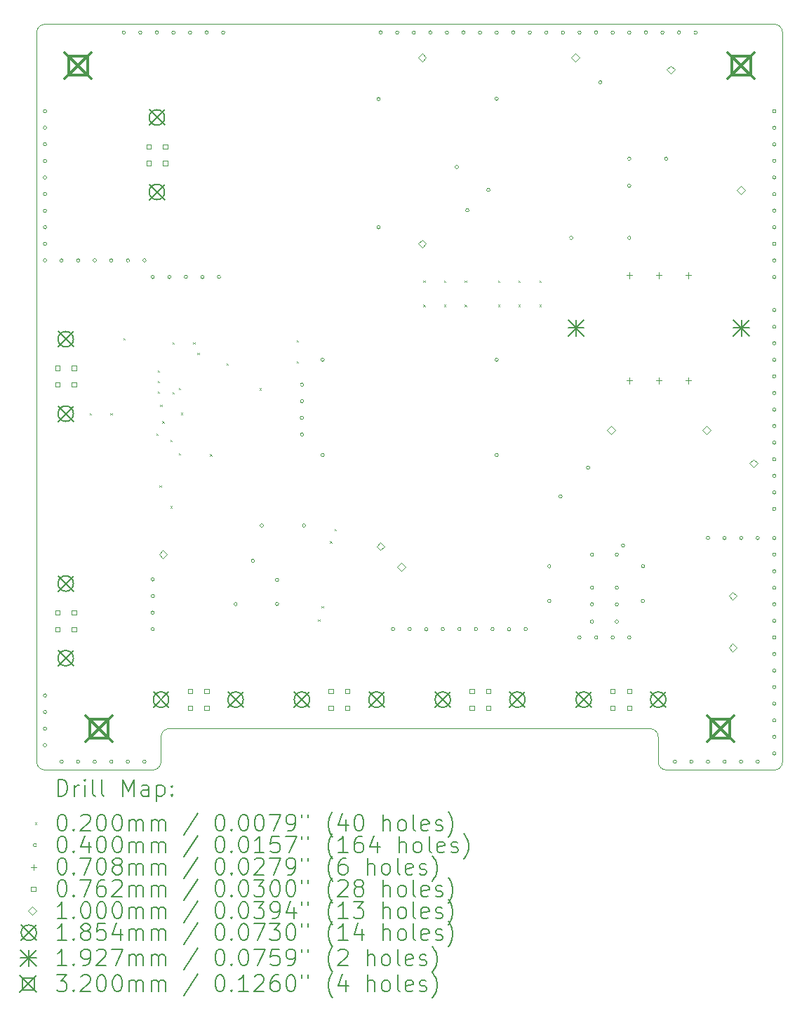
<source format=gbr>
%TF.GenerationSoftware,KiCad,Pcbnew,9.0.2-9.0.2-0~ubuntu24.04.1*%
%TF.CreationDate,2025-06-11T15:00:52-05:00*%
%TF.ProjectId,bias-supply,62696173-2d73-4757-9070-6c792e6b6963,0.1*%
%TF.SameCoordinates,Original*%
%TF.FileFunction,Drillmap*%
%TF.FilePolarity,Positive*%
%FSLAX45Y45*%
G04 Gerber Fmt 4.5, Leading zero omitted, Abs format (unit mm)*
G04 Created by KiCad (PCBNEW 9.0.2-9.0.2-0~ubuntu24.04.1) date 2025-06-11 15:00:52*
%MOMM*%
%LPD*%
G01*
G04 APERTURE LIST*
%ADD10C,0.050000*%
%ADD11C,0.200000*%
%ADD12C,0.100000*%
%ADD13C,0.185420*%
%ADD14C,0.192720*%
%ADD15C,0.320000*%
G04 APERTURE END LIST*
D10*
X1350000Y-1450000D02*
G75*
G02*
X1450000Y-1350000I100000J0D01*
G01*
X9350000Y-10350000D02*
X8950000Y-10350000D01*
X2750000Y-10350000D02*
X2350000Y-10350000D01*
X2850000Y-9950000D02*
X2850000Y-10250000D01*
X1450000Y-10350000D02*
G75*
G02*
X1350000Y-10250000I0J100000D01*
G01*
X8750000Y-9850000D02*
G75*
G02*
X8850000Y-9950000I0J-100000D01*
G01*
X1450000Y-1350000D02*
X10250000Y-1350000D01*
X2850000Y-9950000D02*
G75*
G02*
X2950000Y-9850000I100000J0D01*
G01*
X10350000Y-1450000D02*
X10350000Y-10250000D01*
X8950000Y-10350000D02*
G75*
G02*
X8850000Y-10250000I0J100000D01*
G01*
X10250000Y-1350000D02*
G75*
G02*
X10350000Y-1450000I0J-100000D01*
G01*
X1350000Y-10250000D02*
X1350000Y-1450000D01*
X2850000Y-10250000D02*
G75*
G02*
X2750000Y-10350000I-100000J0D01*
G01*
X8750000Y-9850000D02*
X2950000Y-9850000D01*
X2350000Y-10350000D02*
X1450000Y-10350000D01*
X10250000Y-10350000D02*
X9350000Y-10350000D01*
X10350000Y-10250000D02*
G75*
G02*
X10250000Y-10350000I-100000J0D01*
G01*
X8850000Y-10250000D02*
X8850000Y-9950000D01*
D11*
D12*
X1990000Y-6042500D02*
X2010000Y-6062500D01*
X2010000Y-6042500D02*
X1990000Y-6062500D01*
X2240000Y-6042500D02*
X2260000Y-6062500D01*
X2260000Y-6042500D02*
X2240000Y-6062500D01*
X2393750Y-5140000D02*
X2413750Y-5160000D01*
X2413750Y-5140000D02*
X2393750Y-5160000D01*
X2793750Y-6290000D02*
X2813750Y-6310000D01*
X2813750Y-6290000D02*
X2793750Y-6310000D01*
X2812415Y-5526500D02*
X2832415Y-5546500D01*
X2832415Y-5526500D02*
X2812415Y-5546500D01*
X2812415Y-5653500D02*
X2832415Y-5673500D01*
X2832415Y-5653500D02*
X2812415Y-5673500D01*
X2812415Y-5780500D02*
X2832415Y-5800500D01*
X2832415Y-5780500D02*
X2812415Y-5800500D01*
X2832500Y-6915000D02*
X2852500Y-6935000D01*
X2852500Y-6915000D02*
X2832500Y-6935000D01*
X2840000Y-5940000D02*
X2860000Y-5960000D01*
X2860000Y-5940000D02*
X2840000Y-5960000D01*
X2865000Y-6140000D02*
X2885000Y-6160000D01*
X2885000Y-6140000D02*
X2865000Y-6160000D01*
X2962500Y-7165000D02*
X2982500Y-7185000D01*
X2982500Y-7165000D02*
X2962500Y-7185000D01*
X2965000Y-6365000D02*
X2985000Y-6385000D01*
X2985000Y-6365000D02*
X2965000Y-6385000D01*
X2990000Y-5190000D02*
X3010000Y-5210000D01*
X3010000Y-5190000D02*
X2990000Y-5210000D01*
X2990000Y-5790000D02*
X3010000Y-5810000D01*
X3010000Y-5790000D02*
X2990000Y-5810000D01*
X3065000Y-5740000D02*
X3085000Y-5760000D01*
X3085000Y-5740000D02*
X3065000Y-5760000D01*
X3065000Y-6525000D02*
X3085000Y-6545000D01*
X3085000Y-6525000D02*
X3065000Y-6545000D01*
X3090000Y-6040000D02*
X3110000Y-6060000D01*
X3110000Y-6040000D02*
X3090000Y-6060000D01*
X3238125Y-5188125D02*
X3258125Y-5208125D01*
X3258125Y-5188125D02*
X3238125Y-5208125D01*
X3290000Y-5315000D02*
X3310000Y-5335000D01*
X3310000Y-5315000D02*
X3290000Y-5335000D01*
X3440000Y-6540000D02*
X3460000Y-6560000D01*
X3460000Y-6540000D02*
X3440000Y-6560000D01*
X3640000Y-5440000D02*
X3660000Y-5460000D01*
X3660000Y-5440000D02*
X3640000Y-5460000D01*
X4040000Y-5742500D02*
X4060000Y-5762500D01*
X4060000Y-5742500D02*
X4040000Y-5762500D01*
X4486250Y-5165000D02*
X4506250Y-5185000D01*
X4506250Y-5165000D02*
X4486250Y-5185000D01*
X4486250Y-5415000D02*
X4506250Y-5435000D01*
X4506250Y-5415000D02*
X4486250Y-5435000D01*
X4745711Y-8534289D02*
X4765711Y-8554289D01*
X4765711Y-8534289D02*
X4745711Y-8554289D01*
X4787536Y-8371940D02*
X4807536Y-8391940D01*
X4807536Y-8371940D02*
X4787536Y-8391940D01*
X4890000Y-7590000D02*
X4910000Y-7610000D01*
X4910000Y-7590000D02*
X4890000Y-7610000D01*
X4943750Y-7440000D02*
X4963750Y-7460000D01*
X4963750Y-7440000D02*
X4943750Y-7460000D01*
X6015000Y-4443750D02*
X6035000Y-4463750D01*
X6035000Y-4443750D02*
X6015000Y-4463750D01*
X6015000Y-4736250D02*
X6035000Y-4756250D01*
X6035000Y-4736250D02*
X6015000Y-4756250D01*
X6265000Y-4443750D02*
X6285000Y-4463750D01*
X6285000Y-4443750D02*
X6265000Y-4463750D01*
X6265000Y-4736250D02*
X6285000Y-4756250D01*
X6285000Y-4736250D02*
X6265000Y-4756250D01*
X6515000Y-4443750D02*
X6535000Y-4463750D01*
X6535000Y-4443750D02*
X6515000Y-4463750D01*
X6515000Y-4736250D02*
X6535000Y-4756250D01*
X6535000Y-4736250D02*
X6515000Y-4756250D01*
X6915000Y-4443750D02*
X6935000Y-4463750D01*
X6935000Y-4443750D02*
X6915000Y-4463750D01*
X6915000Y-4736250D02*
X6935000Y-4756250D01*
X6935000Y-4736250D02*
X6915000Y-4756250D01*
X7165000Y-4443750D02*
X7185000Y-4463750D01*
X7185000Y-4443750D02*
X7165000Y-4463750D01*
X7165000Y-4736250D02*
X7185000Y-4756250D01*
X7185000Y-4736250D02*
X7165000Y-4756250D01*
X7415000Y-4443750D02*
X7435000Y-4463750D01*
X7435000Y-4443750D02*
X7415000Y-4463750D01*
X7415000Y-4736250D02*
X7435000Y-4756250D01*
X7435000Y-4736250D02*
X7415000Y-4756250D01*
X1470000Y-2400000D02*
G75*
G02*
X1430000Y-2400000I-20000J0D01*
G01*
X1430000Y-2400000D02*
G75*
G02*
X1470000Y-2400000I20000J0D01*
G01*
X1470000Y-2600000D02*
G75*
G02*
X1430000Y-2600000I-20000J0D01*
G01*
X1430000Y-2600000D02*
G75*
G02*
X1470000Y-2600000I20000J0D01*
G01*
X1470000Y-2800000D02*
G75*
G02*
X1430000Y-2800000I-20000J0D01*
G01*
X1430000Y-2800000D02*
G75*
G02*
X1470000Y-2800000I20000J0D01*
G01*
X1470000Y-3000000D02*
G75*
G02*
X1430000Y-3000000I-20000J0D01*
G01*
X1430000Y-3000000D02*
G75*
G02*
X1470000Y-3000000I20000J0D01*
G01*
X1470000Y-3200000D02*
G75*
G02*
X1430000Y-3200000I-20000J0D01*
G01*
X1430000Y-3200000D02*
G75*
G02*
X1470000Y-3200000I20000J0D01*
G01*
X1470000Y-3400000D02*
G75*
G02*
X1430000Y-3400000I-20000J0D01*
G01*
X1430000Y-3400000D02*
G75*
G02*
X1470000Y-3400000I20000J0D01*
G01*
X1470000Y-3600000D02*
G75*
G02*
X1430000Y-3600000I-20000J0D01*
G01*
X1430000Y-3600000D02*
G75*
G02*
X1470000Y-3600000I20000J0D01*
G01*
X1470000Y-3800000D02*
G75*
G02*
X1430000Y-3800000I-20000J0D01*
G01*
X1430000Y-3800000D02*
G75*
G02*
X1470000Y-3800000I20000J0D01*
G01*
X1470000Y-4000000D02*
G75*
G02*
X1430000Y-4000000I-20000J0D01*
G01*
X1430000Y-4000000D02*
G75*
G02*
X1470000Y-4000000I20000J0D01*
G01*
X1470000Y-4200000D02*
G75*
G02*
X1430000Y-4200000I-20000J0D01*
G01*
X1430000Y-4200000D02*
G75*
G02*
X1470000Y-4200000I20000J0D01*
G01*
X1470000Y-9450000D02*
G75*
G02*
X1430000Y-9450000I-20000J0D01*
G01*
X1430000Y-9450000D02*
G75*
G02*
X1470000Y-9450000I20000J0D01*
G01*
X1470000Y-9650000D02*
G75*
G02*
X1430000Y-9650000I-20000J0D01*
G01*
X1430000Y-9650000D02*
G75*
G02*
X1470000Y-9650000I20000J0D01*
G01*
X1470000Y-9850000D02*
G75*
G02*
X1430000Y-9850000I-20000J0D01*
G01*
X1430000Y-9850000D02*
G75*
G02*
X1470000Y-9850000I20000J0D01*
G01*
X1470000Y-10050000D02*
G75*
G02*
X1430000Y-10050000I-20000J0D01*
G01*
X1430000Y-10050000D02*
G75*
G02*
X1470000Y-10050000I20000J0D01*
G01*
X1670000Y-4200000D02*
G75*
G02*
X1630000Y-4200000I-20000J0D01*
G01*
X1630000Y-4200000D02*
G75*
G02*
X1670000Y-4200000I20000J0D01*
G01*
X1670000Y-10250000D02*
G75*
G02*
X1630000Y-10250000I-20000J0D01*
G01*
X1630000Y-10250000D02*
G75*
G02*
X1670000Y-10250000I20000J0D01*
G01*
X1870000Y-4200000D02*
G75*
G02*
X1830000Y-4200000I-20000J0D01*
G01*
X1830000Y-4200000D02*
G75*
G02*
X1870000Y-4200000I20000J0D01*
G01*
X1870000Y-10250000D02*
G75*
G02*
X1830000Y-10250000I-20000J0D01*
G01*
X1830000Y-10250000D02*
G75*
G02*
X1870000Y-10250000I20000J0D01*
G01*
X2070000Y-4200000D02*
G75*
G02*
X2030000Y-4200000I-20000J0D01*
G01*
X2030000Y-4200000D02*
G75*
G02*
X2070000Y-4200000I20000J0D01*
G01*
X2070000Y-10250000D02*
G75*
G02*
X2030000Y-10250000I-20000J0D01*
G01*
X2030000Y-10250000D02*
G75*
G02*
X2070000Y-10250000I20000J0D01*
G01*
X2270000Y-4200000D02*
G75*
G02*
X2230000Y-4200000I-20000J0D01*
G01*
X2230000Y-4200000D02*
G75*
G02*
X2270000Y-4200000I20000J0D01*
G01*
X2270000Y-10250000D02*
G75*
G02*
X2230000Y-10250000I-20000J0D01*
G01*
X2230000Y-10250000D02*
G75*
G02*
X2270000Y-10250000I20000J0D01*
G01*
X2420000Y-1450000D02*
G75*
G02*
X2380000Y-1450000I-20000J0D01*
G01*
X2380000Y-1450000D02*
G75*
G02*
X2420000Y-1450000I20000J0D01*
G01*
X2470000Y-4200000D02*
G75*
G02*
X2430000Y-4200000I-20000J0D01*
G01*
X2430000Y-4200000D02*
G75*
G02*
X2470000Y-4200000I20000J0D01*
G01*
X2470000Y-10250000D02*
G75*
G02*
X2430000Y-10250000I-20000J0D01*
G01*
X2430000Y-10250000D02*
G75*
G02*
X2470000Y-10250000I20000J0D01*
G01*
X2620000Y-1450000D02*
G75*
G02*
X2580000Y-1450000I-20000J0D01*
G01*
X2580000Y-1450000D02*
G75*
G02*
X2620000Y-1450000I20000J0D01*
G01*
X2670000Y-4200000D02*
G75*
G02*
X2630000Y-4200000I-20000J0D01*
G01*
X2630000Y-4200000D02*
G75*
G02*
X2670000Y-4200000I20000J0D01*
G01*
X2670000Y-10250000D02*
G75*
G02*
X2630000Y-10250000I-20000J0D01*
G01*
X2630000Y-10250000D02*
G75*
G02*
X2670000Y-10250000I20000J0D01*
G01*
X2770000Y-4400000D02*
G75*
G02*
X2730000Y-4400000I-20000J0D01*
G01*
X2730000Y-4400000D02*
G75*
G02*
X2770000Y-4400000I20000J0D01*
G01*
X2770000Y-8050000D02*
G75*
G02*
X2730000Y-8050000I-20000J0D01*
G01*
X2730000Y-8050000D02*
G75*
G02*
X2770000Y-8050000I20000J0D01*
G01*
X2770000Y-8250000D02*
G75*
G02*
X2730000Y-8250000I-20000J0D01*
G01*
X2730000Y-8250000D02*
G75*
G02*
X2770000Y-8250000I20000J0D01*
G01*
X2770000Y-8450000D02*
G75*
G02*
X2730000Y-8450000I-20000J0D01*
G01*
X2730000Y-8450000D02*
G75*
G02*
X2770000Y-8450000I20000J0D01*
G01*
X2770000Y-8650000D02*
G75*
G02*
X2730000Y-8650000I-20000J0D01*
G01*
X2730000Y-8650000D02*
G75*
G02*
X2770000Y-8650000I20000J0D01*
G01*
X2820000Y-1450000D02*
G75*
G02*
X2780000Y-1450000I-20000J0D01*
G01*
X2780000Y-1450000D02*
G75*
G02*
X2820000Y-1450000I20000J0D01*
G01*
X2970000Y-4400000D02*
G75*
G02*
X2930000Y-4400000I-20000J0D01*
G01*
X2930000Y-4400000D02*
G75*
G02*
X2970000Y-4400000I20000J0D01*
G01*
X3020000Y-1450000D02*
G75*
G02*
X2980000Y-1450000I-20000J0D01*
G01*
X2980000Y-1450000D02*
G75*
G02*
X3020000Y-1450000I20000J0D01*
G01*
X3170000Y-4400000D02*
G75*
G02*
X3130000Y-4400000I-20000J0D01*
G01*
X3130000Y-4400000D02*
G75*
G02*
X3170000Y-4400000I20000J0D01*
G01*
X3220000Y-1450000D02*
G75*
G02*
X3180000Y-1450000I-20000J0D01*
G01*
X3180000Y-1450000D02*
G75*
G02*
X3220000Y-1450000I20000J0D01*
G01*
X3370000Y-4400000D02*
G75*
G02*
X3330000Y-4400000I-20000J0D01*
G01*
X3330000Y-4400000D02*
G75*
G02*
X3370000Y-4400000I20000J0D01*
G01*
X3420000Y-1450000D02*
G75*
G02*
X3380000Y-1450000I-20000J0D01*
G01*
X3380000Y-1450000D02*
G75*
G02*
X3420000Y-1450000I20000J0D01*
G01*
X3570000Y-4400000D02*
G75*
G02*
X3530000Y-4400000I-20000J0D01*
G01*
X3530000Y-4400000D02*
G75*
G02*
X3570000Y-4400000I20000J0D01*
G01*
X3620000Y-1450000D02*
G75*
G02*
X3580000Y-1450000I-20000J0D01*
G01*
X3580000Y-1450000D02*
G75*
G02*
X3620000Y-1450000I20000J0D01*
G01*
X3770000Y-8347500D02*
G75*
G02*
X3730000Y-8347500I-20000J0D01*
G01*
X3730000Y-8347500D02*
G75*
G02*
X3770000Y-8347500I20000J0D01*
G01*
X3977500Y-7825000D02*
G75*
G02*
X3937500Y-7825000I-20000J0D01*
G01*
X3937500Y-7825000D02*
G75*
G02*
X3977500Y-7825000I20000J0D01*
G01*
X4085000Y-7400000D02*
G75*
G02*
X4045000Y-7400000I-20000J0D01*
G01*
X4045000Y-7400000D02*
G75*
G02*
X4085000Y-7400000I20000J0D01*
G01*
X4270000Y-8053750D02*
G75*
G02*
X4230000Y-8053750I-20000J0D01*
G01*
X4230000Y-8053750D02*
G75*
G02*
X4270000Y-8053750I20000J0D01*
G01*
X4270000Y-8346250D02*
G75*
G02*
X4230000Y-8346250I-20000J0D01*
G01*
X4230000Y-8346250D02*
G75*
G02*
X4270000Y-8346250I20000J0D01*
G01*
X4570000Y-5700000D02*
G75*
G02*
X4530000Y-5700000I-20000J0D01*
G01*
X4530000Y-5700000D02*
G75*
G02*
X4570000Y-5700000I20000J0D01*
G01*
X4570000Y-5900000D02*
G75*
G02*
X4530000Y-5900000I-20000J0D01*
G01*
X4530000Y-5900000D02*
G75*
G02*
X4570000Y-5900000I20000J0D01*
G01*
X4570000Y-6100000D02*
G75*
G02*
X4530000Y-6100000I-20000J0D01*
G01*
X4530000Y-6100000D02*
G75*
G02*
X4570000Y-6100000I20000J0D01*
G01*
X4570000Y-6300000D02*
G75*
G02*
X4530000Y-6300000I-20000J0D01*
G01*
X4530000Y-6300000D02*
G75*
G02*
X4570000Y-6300000I20000J0D01*
G01*
X4595000Y-7400000D02*
G75*
G02*
X4555000Y-7400000I-20000J0D01*
G01*
X4555000Y-7400000D02*
G75*
G02*
X4595000Y-7400000I20000J0D01*
G01*
X4820000Y-5400000D02*
G75*
G02*
X4780000Y-5400000I-20000J0D01*
G01*
X4780000Y-5400000D02*
G75*
G02*
X4820000Y-5400000I20000J0D01*
G01*
X4820000Y-6550000D02*
G75*
G02*
X4780000Y-6550000I-20000J0D01*
G01*
X4780000Y-6550000D02*
G75*
G02*
X4820000Y-6550000I20000J0D01*
G01*
X5495000Y-2252500D02*
G75*
G02*
X5455000Y-2252500I-20000J0D01*
G01*
X5455000Y-2252500D02*
G75*
G02*
X5495000Y-2252500I20000J0D01*
G01*
X5495000Y-3800000D02*
G75*
G02*
X5455000Y-3800000I-20000J0D01*
G01*
X5455000Y-3800000D02*
G75*
G02*
X5495000Y-3800000I20000J0D01*
G01*
X5520000Y-1450000D02*
G75*
G02*
X5480000Y-1450000I-20000J0D01*
G01*
X5480000Y-1450000D02*
G75*
G02*
X5520000Y-1450000I20000J0D01*
G01*
X5670000Y-8650000D02*
G75*
G02*
X5630000Y-8650000I-20000J0D01*
G01*
X5630000Y-8650000D02*
G75*
G02*
X5670000Y-8650000I20000J0D01*
G01*
X5720000Y-1450000D02*
G75*
G02*
X5680000Y-1450000I-20000J0D01*
G01*
X5680000Y-1450000D02*
G75*
G02*
X5720000Y-1450000I20000J0D01*
G01*
X5870000Y-8650000D02*
G75*
G02*
X5830000Y-8650000I-20000J0D01*
G01*
X5830000Y-8650000D02*
G75*
G02*
X5870000Y-8650000I20000J0D01*
G01*
X5920000Y-1450000D02*
G75*
G02*
X5880000Y-1450000I-20000J0D01*
G01*
X5880000Y-1450000D02*
G75*
G02*
X5920000Y-1450000I20000J0D01*
G01*
X6070000Y-8650000D02*
G75*
G02*
X6030000Y-8650000I-20000J0D01*
G01*
X6030000Y-8650000D02*
G75*
G02*
X6070000Y-8650000I20000J0D01*
G01*
X6120000Y-1450000D02*
G75*
G02*
X6080000Y-1450000I-20000J0D01*
G01*
X6080000Y-1450000D02*
G75*
G02*
X6120000Y-1450000I20000J0D01*
G01*
X6270000Y-8650000D02*
G75*
G02*
X6230000Y-8650000I-20000J0D01*
G01*
X6230000Y-8650000D02*
G75*
G02*
X6270000Y-8650000I20000J0D01*
G01*
X6320000Y-1450000D02*
G75*
G02*
X6280000Y-1450000I-20000J0D01*
G01*
X6280000Y-1450000D02*
G75*
G02*
X6320000Y-1450000I20000J0D01*
G01*
X6439000Y-3072135D02*
G75*
G02*
X6399000Y-3072135I-20000J0D01*
G01*
X6399000Y-3072135D02*
G75*
G02*
X6439000Y-3072135I20000J0D01*
G01*
X6470000Y-8650000D02*
G75*
G02*
X6430000Y-8650000I-20000J0D01*
G01*
X6430000Y-8650000D02*
G75*
G02*
X6470000Y-8650000I20000J0D01*
G01*
X6520000Y-1450000D02*
G75*
G02*
X6480000Y-1450000I-20000J0D01*
G01*
X6480000Y-1450000D02*
G75*
G02*
X6520000Y-1450000I20000J0D01*
G01*
X6566000Y-3596250D02*
G75*
G02*
X6526000Y-3596250I-20000J0D01*
G01*
X6526000Y-3596250D02*
G75*
G02*
X6566000Y-3596250I20000J0D01*
G01*
X6670000Y-8650000D02*
G75*
G02*
X6630000Y-8650000I-20000J0D01*
G01*
X6630000Y-8650000D02*
G75*
G02*
X6670000Y-8650000I20000J0D01*
G01*
X6720000Y-1450000D02*
G75*
G02*
X6680000Y-1450000I-20000J0D01*
G01*
X6680000Y-1450000D02*
G75*
G02*
X6720000Y-1450000I20000J0D01*
G01*
X6820000Y-3350000D02*
G75*
G02*
X6780000Y-3350000I-20000J0D01*
G01*
X6780000Y-3350000D02*
G75*
G02*
X6820000Y-3350000I20000J0D01*
G01*
X6870000Y-8650000D02*
G75*
G02*
X6830000Y-8650000I-20000J0D01*
G01*
X6830000Y-8650000D02*
G75*
G02*
X6870000Y-8650000I20000J0D01*
G01*
X6920000Y-1450000D02*
G75*
G02*
X6880000Y-1450000I-20000J0D01*
G01*
X6880000Y-1450000D02*
G75*
G02*
X6920000Y-1450000I20000J0D01*
G01*
X6920000Y-2250000D02*
G75*
G02*
X6880000Y-2250000I-20000J0D01*
G01*
X6880000Y-2250000D02*
G75*
G02*
X6920000Y-2250000I20000J0D01*
G01*
X6920000Y-5400000D02*
G75*
G02*
X6880000Y-5400000I-20000J0D01*
G01*
X6880000Y-5400000D02*
G75*
G02*
X6920000Y-5400000I20000J0D01*
G01*
X6920000Y-6550000D02*
G75*
G02*
X6880000Y-6550000I-20000J0D01*
G01*
X6880000Y-6550000D02*
G75*
G02*
X6920000Y-6550000I20000J0D01*
G01*
X7070000Y-8650000D02*
G75*
G02*
X7030000Y-8650000I-20000J0D01*
G01*
X7030000Y-8650000D02*
G75*
G02*
X7070000Y-8650000I20000J0D01*
G01*
X7120000Y-1450000D02*
G75*
G02*
X7080000Y-1450000I-20000J0D01*
G01*
X7080000Y-1450000D02*
G75*
G02*
X7120000Y-1450000I20000J0D01*
G01*
X7270000Y-8650000D02*
G75*
G02*
X7230000Y-8650000I-20000J0D01*
G01*
X7230000Y-8650000D02*
G75*
G02*
X7270000Y-8650000I20000J0D01*
G01*
X7320000Y-1450000D02*
G75*
G02*
X7280000Y-1450000I-20000J0D01*
G01*
X7280000Y-1450000D02*
G75*
G02*
X7320000Y-1450000I20000J0D01*
G01*
X7520000Y-1450000D02*
G75*
G02*
X7480000Y-1450000I-20000J0D01*
G01*
X7480000Y-1450000D02*
G75*
G02*
X7520000Y-1450000I20000J0D01*
G01*
X7554850Y-7890000D02*
G75*
G02*
X7514850Y-7890000I-20000J0D01*
G01*
X7514850Y-7890000D02*
G75*
G02*
X7554850Y-7890000I20000J0D01*
G01*
X7554850Y-8310000D02*
G75*
G02*
X7514850Y-8310000I-20000J0D01*
G01*
X7514850Y-8310000D02*
G75*
G02*
X7554850Y-8310000I20000J0D01*
G01*
X7690000Y-7050000D02*
G75*
G02*
X7650000Y-7050000I-20000J0D01*
G01*
X7650000Y-7050000D02*
G75*
G02*
X7690000Y-7050000I20000J0D01*
G01*
X7720000Y-1450000D02*
G75*
G02*
X7680000Y-1450000I-20000J0D01*
G01*
X7680000Y-1450000D02*
G75*
G02*
X7720000Y-1450000I20000J0D01*
G01*
X7820000Y-3927500D02*
G75*
G02*
X7780000Y-3927500I-20000J0D01*
G01*
X7780000Y-3927500D02*
G75*
G02*
X7820000Y-3927500I20000J0D01*
G01*
X7920000Y-1450000D02*
G75*
G02*
X7880000Y-1450000I-20000J0D01*
G01*
X7880000Y-1450000D02*
G75*
G02*
X7920000Y-1450000I20000J0D01*
G01*
X7920000Y-8750000D02*
G75*
G02*
X7880000Y-8750000I-20000J0D01*
G01*
X7880000Y-8750000D02*
G75*
G02*
X7920000Y-8750000I20000J0D01*
G01*
X8023750Y-6700000D02*
G75*
G02*
X7983750Y-6700000I-20000J0D01*
G01*
X7983750Y-6700000D02*
G75*
G02*
X8023750Y-6700000I20000J0D01*
G01*
X8070000Y-7750000D02*
G75*
G02*
X8030000Y-7750000I-20000J0D01*
G01*
X8030000Y-7750000D02*
G75*
G02*
X8070000Y-7750000I20000J0D01*
G01*
X8070000Y-8150000D02*
G75*
G02*
X8030000Y-8150000I-20000J0D01*
G01*
X8030000Y-8150000D02*
G75*
G02*
X8070000Y-8150000I20000J0D01*
G01*
X8070000Y-8350000D02*
G75*
G02*
X8030000Y-8350000I-20000J0D01*
G01*
X8030000Y-8350000D02*
G75*
G02*
X8070000Y-8350000I20000J0D01*
G01*
X8070000Y-8559740D02*
G75*
G02*
X8030000Y-8559740I-20000J0D01*
G01*
X8030000Y-8559740D02*
G75*
G02*
X8070000Y-8559740I20000J0D01*
G01*
X8120000Y-1450000D02*
G75*
G02*
X8080000Y-1450000I-20000J0D01*
G01*
X8080000Y-1450000D02*
G75*
G02*
X8120000Y-1450000I20000J0D01*
G01*
X8120000Y-8750000D02*
G75*
G02*
X8080000Y-8750000I-20000J0D01*
G01*
X8080000Y-8750000D02*
G75*
G02*
X8120000Y-8750000I20000J0D01*
G01*
X8172500Y-2050000D02*
G75*
G02*
X8132500Y-2050000I-20000J0D01*
G01*
X8132500Y-2050000D02*
G75*
G02*
X8172500Y-2050000I20000J0D01*
G01*
X8320000Y-1450000D02*
G75*
G02*
X8280000Y-1450000I-20000J0D01*
G01*
X8280000Y-1450000D02*
G75*
G02*
X8320000Y-1450000I20000J0D01*
G01*
X8320000Y-8750000D02*
G75*
G02*
X8280000Y-8750000I-20000J0D01*
G01*
X8280000Y-8750000D02*
G75*
G02*
X8320000Y-8750000I20000J0D01*
G01*
X8370000Y-7750000D02*
G75*
G02*
X8330000Y-7750000I-20000J0D01*
G01*
X8330000Y-7750000D02*
G75*
G02*
X8370000Y-7750000I20000J0D01*
G01*
X8370000Y-8150000D02*
G75*
G02*
X8330000Y-8150000I-20000J0D01*
G01*
X8330000Y-8150000D02*
G75*
G02*
X8370000Y-8150000I20000J0D01*
G01*
X8370000Y-8350000D02*
G75*
G02*
X8330000Y-8350000I-20000J0D01*
G01*
X8330000Y-8350000D02*
G75*
G02*
X8370000Y-8350000I20000J0D01*
G01*
X8370000Y-8559740D02*
G75*
G02*
X8330000Y-8559740I-20000J0D01*
G01*
X8330000Y-8559740D02*
G75*
G02*
X8370000Y-8559740I20000J0D01*
G01*
X8445000Y-7640260D02*
G75*
G02*
X8405000Y-7640260I-20000J0D01*
G01*
X8405000Y-7640260D02*
G75*
G02*
X8445000Y-7640260I20000J0D01*
G01*
X8520000Y-1450000D02*
G75*
G02*
X8480000Y-1450000I-20000J0D01*
G01*
X8480000Y-1450000D02*
G75*
G02*
X8520000Y-1450000I20000J0D01*
G01*
X8520000Y-2972500D02*
G75*
G02*
X8480000Y-2972500I-20000J0D01*
G01*
X8480000Y-2972500D02*
G75*
G02*
X8520000Y-2972500I20000J0D01*
G01*
X8520000Y-3300000D02*
G75*
G02*
X8480000Y-3300000I-20000J0D01*
G01*
X8480000Y-3300000D02*
G75*
G02*
X8520000Y-3300000I20000J0D01*
G01*
X8520000Y-3927500D02*
G75*
G02*
X8480000Y-3927500I-20000J0D01*
G01*
X8480000Y-3927500D02*
G75*
G02*
X8520000Y-3927500I20000J0D01*
G01*
X8520000Y-8750000D02*
G75*
G02*
X8480000Y-8750000I-20000J0D01*
G01*
X8480000Y-8750000D02*
G75*
G02*
X8520000Y-8750000I20000J0D01*
G01*
X8685150Y-7890000D02*
G75*
G02*
X8645150Y-7890000I-20000J0D01*
G01*
X8645150Y-7890000D02*
G75*
G02*
X8685150Y-7890000I20000J0D01*
G01*
X8685150Y-8310000D02*
G75*
G02*
X8645150Y-8310000I-20000J0D01*
G01*
X8645150Y-8310000D02*
G75*
G02*
X8685150Y-8310000I20000J0D01*
G01*
X8720000Y-1450000D02*
G75*
G02*
X8680000Y-1450000I-20000J0D01*
G01*
X8680000Y-1450000D02*
G75*
G02*
X8720000Y-1450000I20000J0D01*
G01*
X8920000Y-1450000D02*
G75*
G02*
X8880000Y-1450000I-20000J0D01*
G01*
X8880000Y-1450000D02*
G75*
G02*
X8920000Y-1450000I20000J0D01*
G01*
X8964500Y-2972500D02*
G75*
G02*
X8924500Y-2972500I-20000J0D01*
G01*
X8924500Y-2972500D02*
G75*
G02*
X8964500Y-2972500I20000J0D01*
G01*
X9070000Y-10250000D02*
G75*
G02*
X9030000Y-10250000I-20000J0D01*
G01*
X9030000Y-10250000D02*
G75*
G02*
X9070000Y-10250000I20000J0D01*
G01*
X9120000Y-1450000D02*
G75*
G02*
X9080000Y-1450000I-20000J0D01*
G01*
X9080000Y-1450000D02*
G75*
G02*
X9120000Y-1450000I20000J0D01*
G01*
X9270000Y-10250000D02*
G75*
G02*
X9230000Y-10250000I-20000J0D01*
G01*
X9230000Y-10250000D02*
G75*
G02*
X9270000Y-10250000I20000J0D01*
G01*
X9320000Y-1450000D02*
G75*
G02*
X9280000Y-1450000I-20000J0D01*
G01*
X9280000Y-1450000D02*
G75*
G02*
X9320000Y-1450000I20000J0D01*
G01*
X9470000Y-7550000D02*
G75*
G02*
X9430000Y-7550000I-20000J0D01*
G01*
X9430000Y-7550000D02*
G75*
G02*
X9470000Y-7550000I20000J0D01*
G01*
X9470000Y-10250000D02*
G75*
G02*
X9430000Y-10250000I-20000J0D01*
G01*
X9430000Y-10250000D02*
G75*
G02*
X9470000Y-10250000I20000J0D01*
G01*
X9670000Y-7550000D02*
G75*
G02*
X9630000Y-7550000I-20000J0D01*
G01*
X9630000Y-7550000D02*
G75*
G02*
X9670000Y-7550000I20000J0D01*
G01*
X9670000Y-10250000D02*
G75*
G02*
X9630000Y-10250000I-20000J0D01*
G01*
X9630000Y-10250000D02*
G75*
G02*
X9670000Y-10250000I20000J0D01*
G01*
X9870000Y-7550000D02*
G75*
G02*
X9830000Y-7550000I-20000J0D01*
G01*
X9830000Y-7550000D02*
G75*
G02*
X9870000Y-7550000I20000J0D01*
G01*
X9870000Y-10250000D02*
G75*
G02*
X9830000Y-10250000I-20000J0D01*
G01*
X9830000Y-10250000D02*
G75*
G02*
X9870000Y-10250000I20000J0D01*
G01*
X10070000Y-7550000D02*
G75*
G02*
X10030000Y-7550000I-20000J0D01*
G01*
X10030000Y-7550000D02*
G75*
G02*
X10070000Y-7550000I20000J0D01*
G01*
X10070000Y-10250000D02*
G75*
G02*
X10030000Y-10250000I-20000J0D01*
G01*
X10030000Y-10250000D02*
G75*
G02*
X10070000Y-10250000I20000J0D01*
G01*
X10270000Y-2400000D02*
G75*
G02*
X10230000Y-2400000I-20000J0D01*
G01*
X10230000Y-2400000D02*
G75*
G02*
X10270000Y-2400000I20000J0D01*
G01*
X10270000Y-2600000D02*
G75*
G02*
X10230000Y-2600000I-20000J0D01*
G01*
X10230000Y-2600000D02*
G75*
G02*
X10270000Y-2600000I20000J0D01*
G01*
X10270000Y-2800000D02*
G75*
G02*
X10230000Y-2800000I-20000J0D01*
G01*
X10230000Y-2800000D02*
G75*
G02*
X10270000Y-2800000I20000J0D01*
G01*
X10270000Y-3000000D02*
G75*
G02*
X10230000Y-3000000I-20000J0D01*
G01*
X10230000Y-3000000D02*
G75*
G02*
X10270000Y-3000000I20000J0D01*
G01*
X10270000Y-3200000D02*
G75*
G02*
X10230000Y-3200000I-20000J0D01*
G01*
X10230000Y-3200000D02*
G75*
G02*
X10270000Y-3200000I20000J0D01*
G01*
X10270000Y-3400000D02*
G75*
G02*
X10230000Y-3400000I-20000J0D01*
G01*
X10230000Y-3400000D02*
G75*
G02*
X10270000Y-3400000I20000J0D01*
G01*
X10270000Y-3600000D02*
G75*
G02*
X10230000Y-3600000I-20000J0D01*
G01*
X10230000Y-3600000D02*
G75*
G02*
X10270000Y-3600000I20000J0D01*
G01*
X10270000Y-3800000D02*
G75*
G02*
X10230000Y-3800000I-20000J0D01*
G01*
X10230000Y-3800000D02*
G75*
G02*
X10270000Y-3800000I20000J0D01*
G01*
X10270000Y-4000000D02*
G75*
G02*
X10230000Y-4000000I-20000J0D01*
G01*
X10230000Y-4000000D02*
G75*
G02*
X10270000Y-4000000I20000J0D01*
G01*
X10270000Y-4200000D02*
G75*
G02*
X10230000Y-4200000I-20000J0D01*
G01*
X10230000Y-4200000D02*
G75*
G02*
X10270000Y-4200000I20000J0D01*
G01*
X10270000Y-4400000D02*
G75*
G02*
X10230000Y-4400000I-20000J0D01*
G01*
X10230000Y-4400000D02*
G75*
G02*
X10270000Y-4400000I20000J0D01*
G01*
X10270000Y-4800000D02*
G75*
G02*
X10230000Y-4800000I-20000J0D01*
G01*
X10230000Y-4800000D02*
G75*
G02*
X10270000Y-4800000I20000J0D01*
G01*
X10270000Y-5000000D02*
G75*
G02*
X10230000Y-5000000I-20000J0D01*
G01*
X10230000Y-5000000D02*
G75*
G02*
X10270000Y-5000000I20000J0D01*
G01*
X10270000Y-5200000D02*
G75*
G02*
X10230000Y-5200000I-20000J0D01*
G01*
X10230000Y-5200000D02*
G75*
G02*
X10270000Y-5200000I20000J0D01*
G01*
X10270000Y-5400000D02*
G75*
G02*
X10230000Y-5400000I-20000J0D01*
G01*
X10230000Y-5400000D02*
G75*
G02*
X10270000Y-5400000I20000J0D01*
G01*
X10270000Y-5600000D02*
G75*
G02*
X10230000Y-5600000I-20000J0D01*
G01*
X10230000Y-5600000D02*
G75*
G02*
X10270000Y-5600000I20000J0D01*
G01*
X10270000Y-5800000D02*
G75*
G02*
X10230000Y-5800000I-20000J0D01*
G01*
X10230000Y-5800000D02*
G75*
G02*
X10270000Y-5800000I20000J0D01*
G01*
X10270000Y-6000000D02*
G75*
G02*
X10230000Y-6000000I-20000J0D01*
G01*
X10230000Y-6000000D02*
G75*
G02*
X10270000Y-6000000I20000J0D01*
G01*
X10270000Y-6200000D02*
G75*
G02*
X10230000Y-6200000I-20000J0D01*
G01*
X10230000Y-6200000D02*
G75*
G02*
X10270000Y-6200000I20000J0D01*
G01*
X10270000Y-6400000D02*
G75*
G02*
X10230000Y-6400000I-20000J0D01*
G01*
X10230000Y-6400000D02*
G75*
G02*
X10270000Y-6400000I20000J0D01*
G01*
X10270000Y-6600000D02*
G75*
G02*
X10230000Y-6600000I-20000J0D01*
G01*
X10230000Y-6600000D02*
G75*
G02*
X10270000Y-6600000I20000J0D01*
G01*
X10270000Y-6800000D02*
G75*
G02*
X10230000Y-6800000I-20000J0D01*
G01*
X10230000Y-6800000D02*
G75*
G02*
X10270000Y-6800000I20000J0D01*
G01*
X10270000Y-7000000D02*
G75*
G02*
X10230000Y-7000000I-20000J0D01*
G01*
X10230000Y-7000000D02*
G75*
G02*
X10270000Y-7000000I20000J0D01*
G01*
X10270000Y-7200000D02*
G75*
G02*
X10230000Y-7200000I-20000J0D01*
G01*
X10230000Y-7200000D02*
G75*
G02*
X10270000Y-7200000I20000J0D01*
G01*
X10270000Y-7550000D02*
G75*
G02*
X10230000Y-7550000I-20000J0D01*
G01*
X10230000Y-7550000D02*
G75*
G02*
X10270000Y-7550000I20000J0D01*
G01*
X10270000Y-7750000D02*
G75*
G02*
X10230000Y-7750000I-20000J0D01*
G01*
X10230000Y-7750000D02*
G75*
G02*
X10270000Y-7750000I20000J0D01*
G01*
X10270000Y-7950000D02*
G75*
G02*
X10230000Y-7950000I-20000J0D01*
G01*
X10230000Y-7950000D02*
G75*
G02*
X10270000Y-7950000I20000J0D01*
G01*
X10270000Y-8150000D02*
G75*
G02*
X10230000Y-8150000I-20000J0D01*
G01*
X10230000Y-8150000D02*
G75*
G02*
X10270000Y-8150000I20000J0D01*
G01*
X10270000Y-8350000D02*
G75*
G02*
X10230000Y-8350000I-20000J0D01*
G01*
X10230000Y-8350000D02*
G75*
G02*
X10270000Y-8350000I20000J0D01*
G01*
X10270000Y-8550000D02*
G75*
G02*
X10230000Y-8550000I-20000J0D01*
G01*
X10230000Y-8550000D02*
G75*
G02*
X10270000Y-8550000I20000J0D01*
G01*
X10270000Y-8750000D02*
G75*
G02*
X10230000Y-8750000I-20000J0D01*
G01*
X10230000Y-8750000D02*
G75*
G02*
X10270000Y-8750000I20000J0D01*
G01*
X10270000Y-8950000D02*
G75*
G02*
X10230000Y-8950000I-20000J0D01*
G01*
X10230000Y-8950000D02*
G75*
G02*
X10270000Y-8950000I20000J0D01*
G01*
X10270000Y-9150000D02*
G75*
G02*
X10230000Y-9150000I-20000J0D01*
G01*
X10230000Y-9150000D02*
G75*
G02*
X10270000Y-9150000I20000J0D01*
G01*
X10270000Y-9350000D02*
G75*
G02*
X10230000Y-9350000I-20000J0D01*
G01*
X10230000Y-9350000D02*
G75*
G02*
X10270000Y-9350000I20000J0D01*
G01*
X10270000Y-9550000D02*
G75*
G02*
X10230000Y-9550000I-20000J0D01*
G01*
X10230000Y-9550000D02*
G75*
G02*
X10270000Y-9550000I20000J0D01*
G01*
X10270000Y-9750000D02*
G75*
G02*
X10230000Y-9750000I-20000J0D01*
G01*
X10230000Y-9750000D02*
G75*
G02*
X10270000Y-9750000I20000J0D01*
G01*
X10270000Y-9950000D02*
G75*
G02*
X10230000Y-9950000I-20000J0D01*
G01*
X10230000Y-9950000D02*
G75*
G02*
X10270000Y-9950000I20000J0D01*
G01*
X10270000Y-10150000D02*
G75*
G02*
X10230000Y-10150000I-20000J0D01*
G01*
X10230000Y-10150000D02*
G75*
G02*
X10270000Y-10150000I20000J0D01*
G01*
X8500000Y-4344600D02*
X8500000Y-4415400D01*
X8464600Y-4380000D02*
X8535400Y-4380000D01*
X8500000Y-5614600D02*
X8500000Y-5685400D01*
X8464600Y-5650000D02*
X8535400Y-5650000D01*
X8855600Y-4344600D02*
X8855600Y-4415400D01*
X8820200Y-4380000D02*
X8891000Y-4380000D01*
X8855600Y-5614600D02*
X8855600Y-5685400D01*
X8820200Y-5650000D02*
X8891000Y-5650000D01*
X9211200Y-4344600D02*
X9211200Y-4415400D01*
X9175800Y-4380000D02*
X9246600Y-4380000D01*
X9211200Y-5614600D02*
X9211200Y-5685400D01*
X9175800Y-5650000D02*
X9246600Y-5650000D01*
X1626941Y-5526941D02*
X1626941Y-5473059D01*
X1573059Y-5473059D01*
X1573059Y-5526941D01*
X1626941Y-5526941D01*
X1626941Y-5726941D02*
X1626941Y-5673059D01*
X1573059Y-5673059D01*
X1573059Y-5726941D01*
X1626941Y-5726941D01*
X1626941Y-8476941D02*
X1626941Y-8423059D01*
X1573059Y-8423059D01*
X1573059Y-8476941D01*
X1626941Y-8476941D01*
X1626941Y-8676941D02*
X1626941Y-8623059D01*
X1573059Y-8623059D01*
X1573059Y-8676941D01*
X1626941Y-8676941D01*
X1826941Y-5526941D02*
X1826941Y-5473059D01*
X1773059Y-5473059D01*
X1773059Y-5526941D01*
X1826941Y-5526941D01*
X1826941Y-5726941D02*
X1826941Y-5673059D01*
X1773059Y-5673059D01*
X1773059Y-5726941D01*
X1826941Y-5726941D01*
X1826941Y-8476941D02*
X1826941Y-8423059D01*
X1773059Y-8423059D01*
X1773059Y-8476941D01*
X1826941Y-8476941D01*
X1826941Y-8676941D02*
X1826941Y-8623059D01*
X1773059Y-8623059D01*
X1773059Y-8676941D01*
X1826941Y-8676941D01*
X2726941Y-2851941D02*
X2726941Y-2798059D01*
X2673059Y-2798059D01*
X2673059Y-2851941D01*
X2726941Y-2851941D01*
X2726941Y-3051941D02*
X2726941Y-2998059D01*
X2673059Y-2998059D01*
X2673059Y-3051941D01*
X2726941Y-3051941D01*
X2926941Y-2851941D02*
X2926941Y-2798059D01*
X2873059Y-2798059D01*
X2873059Y-2851941D01*
X2926941Y-2851941D01*
X2926941Y-3051941D02*
X2926941Y-2998059D01*
X2873059Y-2998059D01*
X2873059Y-3051941D01*
X2926941Y-3051941D01*
X3226941Y-9426941D02*
X3226941Y-9373059D01*
X3173059Y-9373059D01*
X3173059Y-9426941D01*
X3226941Y-9426941D01*
X3226941Y-9626941D02*
X3226941Y-9573059D01*
X3173059Y-9573059D01*
X3173059Y-9626941D01*
X3226941Y-9626941D01*
X3426941Y-9426941D02*
X3426941Y-9373059D01*
X3373059Y-9373059D01*
X3373059Y-9426941D01*
X3426941Y-9426941D01*
X3426941Y-9626941D02*
X3426941Y-9573059D01*
X3373059Y-9573059D01*
X3373059Y-9626941D01*
X3426941Y-9626941D01*
X4926941Y-9426941D02*
X4926941Y-9373059D01*
X4873059Y-9373059D01*
X4873059Y-9426941D01*
X4926941Y-9426941D01*
X4926941Y-9626941D02*
X4926941Y-9573059D01*
X4873059Y-9573059D01*
X4873059Y-9626941D01*
X4926941Y-9626941D01*
X5126941Y-9426941D02*
X5126941Y-9373059D01*
X5073059Y-9373059D01*
X5073059Y-9426941D01*
X5126941Y-9426941D01*
X5126941Y-9626941D02*
X5126941Y-9573059D01*
X5073059Y-9573059D01*
X5073059Y-9626941D01*
X5126941Y-9626941D01*
X6626941Y-9426941D02*
X6626941Y-9373059D01*
X6573059Y-9373059D01*
X6573059Y-9426941D01*
X6626941Y-9426941D01*
X6626941Y-9626941D02*
X6626941Y-9573059D01*
X6573059Y-9573059D01*
X6573059Y-9626941D01*
X6626941Y-9626941D01*
X6826941Y-9426941D02*
X6826941Y-9373059D01*
X6773059Y-9373059D01*
X6773059Y-9426941D01*
X6826941Y-9426941D01*
X6826941Y-9626941D02*
X6826941Y-9573059D01*
X6773059Y-9573059D01*
X6773059Y-9626941D01*
X6826941Y-9626941D01*
X8326941Y-9426941D02*
X8326941Y-9373059D01*
X8273059Y-9373059D01*
X8273059Y-9426941D01*
X8326941Y-9426941D01*
X8326941Y-9626941D02*
X8326941Y-9573059D01*
X8273059Y-9573059D01*
X8273059Y-9626941D01*
X8326941Y-9626941D01*
X8526941Y-9426941D02*
X8526941Y-9373059D01*
X8473059Y-9373059D01*
X8473059Y-9426941D01*
X8526941Y-9426941D01*
X8526941Y-9626941D02*
X8526941Y-9573059D01*
X8473059Y-9573059D01*
X8473059Y-9626941D01*
X8526941Y-9626941D01*
X2875000Y-7800000D02*
X2925000Y-7750000D01*
X2875000Y-7700000D01*
X2825000Y-7750000D01*
X2875000Y-7800000D01*
X5500000Y-7700000D02*
X5550000Y-7650000D01*
X5500000Y-7600000D01*
X5450000Y-7650000D01*
X5500000Y-7700000D01*
X5750000Y-7950000D02*
X5800000Y-7900000D01*
X5750000Y-7850000D01*
X5700000Y-7900000D01*
X5750000Y-7950000D01*
X6000000Y-1800000D02*
X6050000Y-1750000D01*
X6000000Y-1700000D01*
X5950000Y-1750000D01*
X6000000Y-1800000D01*
X6000000Y-4050000D02*
X6050000Y-4000000D01*
X6000000Y-3950000D01*
X5950000Y-4000000D01*
X6000000Y-4050000D01*
X7850000Y-1800000D02*
X7900000Y-1750000D01*
X7850000Y-1700000D01*
X7800000Y-1750000D01*
X7850000Y-1800000D01*
X8280600Y-6300000D02*
X8330600Y-6250000D01*
X8280600Y-6200000D01*
X8230600Y-6250000D01*
X8280600Y-6300000D01*
X9000000Y-1950000D02*
X9050000Y-1900000D01*
X9000000Y-1850000D01*
X8950000Y-1900000D01*
X9000000Y-1950000D01*
X9430600Y-6300000D02*
X9480600Y-6250000D01*
X9430600Y-6200000D01*
X9380600Y-6250000D01*
X9430600Y-6300000D01*
X9750000Y-8300000D02*
X9800000Y-8250000D01*
X9750000Y-8200000D01*
X9700000Y-8250000D01*
X9750000Y-8300000D01*
X9750000Y-8925000D02*
X9800000Y-8875000D01*
X9750000Y-8825000D01*
X9700000Y-8875000D01*
X9750000Y-8925000D01*
X9850000Y-3400000D02*
X9900000Y-3350000D01*
X9850000Y-3300000D01*
X9800000Y-3350000D01*
X9850000Y-3400000D01*
X10000000Y-6700000D02*
X10050000Y-6650000D01*
X10000000Y-6600000D01*
X9950000Y-6650000D01*
X10000000Y-6700000D01*
D13*
X1607290Y-5057290D02*
X1792710Y-5242710D01*
X1792710Y-5057290D02*
X1607290Y-5242710D01*
X1792710Y-5150000D02*
G75*
G02*
X1607290Y-5150000I-92710J0D01*
G01*
X1607290Y-5150000D02*
G75*
G02*
X1792710Y-5150000I92710J0D01*
G01*
X1607290Y-5957290D02*
X1792710Y-6142710D01*
X1792710Y-5957290D02*
X1607290Y-6142710D01*
X1792710Y-6050000D02*
G75*
G02*
X1607290Y-6050000I-92710J0D01*
G01*
X1607290Y-6050000D02*
G75*
G02*
X1792710Y-6050000I92710J0D01*
G01*
X1607290Y-8007290D02*
X1792710Y-8192710D01*
X1792710Y-8007290D02*
X1607290Y-8192710D01*
X1792710Y-8100000D02*
G75*
G02*
X1607290Y-8100000I-92710J0D01*
G01*
X1607290Y-8100000D02*
G75*
G02*
X1792710Y-8100000I92710J0D01*
G01*
X1607290Y-8907290D02*
X1792710Y-9092710D01*
X1792710Y-8907290D02*
X1607290Y-9092710D01*
X1792710Y-9000000D02*
G75*
G02*
X1607290Y-9000000I-92710J0D01*
G01*
X1607290Y-9000000D02*
G75*
G02*
X1792710Y-9000000I92710J0D01*
G01*
X2707290Y-2382290D02*
X2892710Y-2567710D01*
X2892710Y-2382290D02*
X2707290Y-2567710D01*
X2892710Y-2475000D02*
G75*
G02*
X2707290Y-2475000I-92710J0D01*
G01*
X2707290Y-2475000D02*
G75*
G02*
X2892710Y-2475000I92710J0D01*
G01*
X2707290Y-3282290D02*
X2892710Y-3467710D01*
X2892710Y-3282290D02*
X2707290Y-3467710D01*
X2892710Y-3375000D02*
G75*
G02*
X2707290Y-3375000I-92710J0D01*
G01*
X2707290Y-3375000D02*
G75*
G02*
X2892710Y-3375000I92710J0D01*
G01*
X2757290Y-9407290D02*
X2942710Y-9592710D01*
X2942710Y-9407290D02*
X2757290Y-9592710D01*
X2942710Y-9500000D02*
G75*
G02*
X2757290Y-9500000I-92710J0D01*
G01*
X2757290Y-9500000D02*
G75*
G02*
X2942710Y-9500000I92710J0D01*
G01*
X3657290Y-9407290D02*
X3842710Y-9592710D01*
X3842710Y-9407290D02*
X3657290Y-9592710D01*
X3842710Y-9500000D02*
G75*
G02*
X3657290Y-9500000I-92710J0D01*
G01*
X3657290Y-9500000D02*
G75*
G02*
X3842710Y-9500000I92710J0D01*
G01*
X4457290Y-9407290D02*
X4642710Y-9592710D01*
X4642710Y-9407290D02*
X4457290Y-9592710D01*
X4642710Y-9500000D02*
G75*
G02*
X4457290Y-9500000I-92710J0D01*
G01*
X4457290Y-9500000D02*
G75*
G02*
X4642710Y-9500000I92710J0D01*
G01*
X5357290Y-9407290D02*
X5542710Y-9592710D01*
X5542710Y-9407290D02*
X5357290Y-9592710D01*
X5542710Y-9500000D02*
G75*
G02*
X5357290Y-9500000I-92710J0D01*
G01*
X5357290Y-9500000D02*
G75*
G02*
X5542710Y-9500000I92710J0D01*
G01*
X6157290Y-9407290D02*
X6342710Y-9592710D01*
X6342710Y-9407290D02*
X6157290Y-9592710D01*
X6342710Y-9500000D02*
G75*
G02*
X6157290Y-9500000I-92710J0D01*
G01*
X6157290Y-9500000D02*
G75*
G02*
X6342710Y-9500000I92710J0D01*
G01*
X7057290Y-9407290D02*
X7242710Y-9592710D01*
X7242710Y-9407290D02*
X7057290Y-9592710D01*
X7242710Y-9500000D02*
G75*
G02*
X7057290Y-9500000I-92710J0D01*
G01*
X7057290Y-9500000D02*
G75*
G02*
X7242710Y-9500000I92710J0D01*
G01*
X7857290Y-9407290D02*
X8042710Y-9592710D01*
X8042710Y-9407290D02*
X7857290Y-9592710D01*
X8042710Y-9500000D02*
G75*
G02*
X7857290Y-9500000I-92710J0D01*
G01*
X7857290Y-9500000D02*
G75*
G02*
X8042710Y-9500000I92710J0D01*
G01*
X8757290Y-9407290D02*
X8942710Y-9592710D01*
X8942710Y-9407290D02*
X8757290Y-9592710D01*
X8942710Y-9500000D02*
G75*
G02*
X8757290Y-9500000I-92710J0D01*
G01*
X8757290Y-9500000D02*
G75*
G02*
X8942710Y-9500000I92710J0D01*
G01*
D14*
X7761040Y-4918640D02*
X7953760Y-5111360D01*
X7953760Y-4918640D02*
X7761040Y-5111360D01*
X7857400Y-4918640D02*
X7857400Y-5111360D01*
X7761040Y-5015000D02*
X7953760Y-5015000D01*
X9757440Y-4918640D02*
X9950160Y-5111360D01*
X9950160Y-4918640D02*
X9757440Y-5111360D01*
X9853800Y-4918640D02*
X9853800Y-5111360D01*
X9757440Y-5015000D02*
X9950160Y-5015000D01*
D15*
X1690000Y-1690000D02*
X2010000Y-2010000D01*
X2010000Y-1690000D02*
X1690000Y-2010000D01*
X1963138Y-1963138D02*
X1963138Y-1736862D01*
X1736862Y-1736862D01*
X1736862Y-1963138D01*
X1963138Y-1963138D01*
X1940000Y-9690000D02*
X2260000Y-10010000D01*
X2260000Y-9690000D02*
X1940000Y-10010000D01*
X2213138Y-9963138D02*
X2213138Y-9736862D01*
X1986862Y-9736862D01*
X1986862Y-9963138D01*
X2213138Y-9963138D01*
X9440000Y-9690000D02*
X9760000Y-10010000D01*
X9760000Y-9690000D02*
X9440000Y-10010000D01*
X9713138Y-9963138D02*
X9713138Y-9736862D01*
X9486862Y-9736862D01*
X9486862Y-9963138D01*
X9713138Y-9963138D01*
X9690000Y-1690000D02*
X10010000Y-2010000D01*
X10010000Y-1690000D02*
X9690000Y-2010000D01*
X9963138Y-1963138D02*
X9963138Y-1736862D01*
X9736862Y-1736862D01*
X9736862Y-1963138D01*
X9963138Y-1963138D01*
D11*
X1608277Y-10663984D02*
X1608277Y-10463984D01*
X1608277Y-10463984D02*
X1655896Y-10463984D01*
X1655896Y-10463984D02*
X1684467Y-10473508D01*
X1684467Y-10473508D02*
X1703515Y-10492555D01*
X1703515Y-10492555D02*
X1713039Y-10511603D01*
X1713039Y-10511603D02*
X1722562Y-10549698D01*
X1722562Y-10549698D02*
X1722562Y-10578270D01*
X1722562Y-10578270D02*
X1713039Y-10616365D01*
X1713039Y-10616365D02*
X1703515Y-10635412D01*
X1703515Y-10635412D02*
X1684467Y-10654460D01*
X1684467Y-10654460D02*
X1655896Y-10663984D01*
X1655896Y-10663984D02*
X1608277Y-10663984D01*
X1808277Y-10663984D02*
X1808277Y-10530650D01*
X1808277Y-10568746D02*
X1817801Y-10549698D01*
X1817801Y-10549698D02*
X1827324Y-10540174D01*
X1827324Y-10540174D02*
X1846372Y-10530650D01*
X1846372Y-10530650D02*
X1865420Y-10530650D01*
X1932086Y-10663984D02*
X1932086Y-10530650D01*
X1932086Y-10463984D02*
X1922562Y-10473508D01*
X1922562Y-10473508D02*
X1932086Y-10483031D01*
X1932086Y-10483031D02*
X1941610Y-10473508D01*
X1941610Y-10473508D02*
X1932086Y-10463984D01*
X1932086Y-10463984D02*
X1932086Y-10483031D01*
X2055896Y-10663984D02*
X2036848Y-10654460D01*
X2036848Y-10654460D02*
X2027324Y-10635412D01*
X2027324Y-10635412D02*
X2027324Y-10463984D01*
X2160658Y-10663984D02*
X2141610Y-10654460D01*
X2141610Y-10654460D02*
X2132086Y-10635412D01*
X2132086Y-10635412D02*
X2132086Y-10463984D01*
X2389229Y-10663984D02*
X2389229Y-10463984D01*
X2389229Y-10463984D02*
X2455896Y-10606841D01*
X2455896Y-10606841D02*
X2522563Y-10463984D01*
X2522563Y-10463984D02*
X2522563Y-10663984D01*
X2703515Y-10663984D02*
X2703515Y-10559222D01*
X2703515Y-10559222D02*
X2693991Y-10540174D01*
X2693991Y-10540174D02*
X2674944Y-10530650D01*
X2674944Y-10530650D02*
X2636848Y-10530650D01*
X2636848Y-10530650D02*
X2617801Y-10540174D01*
X2703515Y-10654460D02*
X2684467Y-10663984D01*
X2684467Y-10663984D02*
X2636848Y-10663984D01*
X2636848Y-10663984D02*
X2617801Y-10654460D01*
X2617801Y-10654460D02*
X2608277Y-10635412D01*
X2608277Y-10635412D02*
X2608277Y-10616365D01*
X2608277Y-10616365D02*
X2617801Y-10597317D01*
X2617801Y-10597317D02*
X2636848Y-10587793D01*
X2636848Y-10587793D02*
X2684467Y-10587793D01*
X2684467Y-10587793D02*
X2703515Y-10578270D01*
X2798753Y-10530650D02*
X2798753Y-10730650D01*
X2798753Y-10540174D02*
X2817801Y-10530650D01*
X2817801Y-10530650D02*
X2855896Y-10530650D01*
X2855896Y-10530650D02*
X2874943Y-10540174D01*
X2874943Y-10540174D02*
X2884467Y-10549698D01*
X2884467Y-10549698D02*
X2893991Y-10568746D01*
X2893991Y-10568746D02*
X2893991Y-10625889D01*
X2893991Y-10625889D02*
X2884467Y-10644936D01*
X2884467Y-10644936D02*
X2874943Y-10654460D01*
X2874943Y-10654460D02*
X2855896Y-10663984D01*
X2855896Y-10663984D02*
X2817801Y-10663984D01*
X2817801Y-10663984D02*
X2798753Y-10654460D01*
X2979705Y-10644936D02*
X2989229Y-10654460D01*
X2989229Y-10654460D02*
X2979705Y-10663984D01*
X2979705Y-10663984D02*
X2970182Y-10654460D01*
X2970182Y-10654460D02*
X2979705Y-10644936D01*
X2979705Y-10644936D02*
X2979705Y-10663984D01*
X2979705Y-10540174D02*
X2989229Y-10549698D01*
X2989229Y-10549698D02*
X2979705Y-10559222D01*
X2979705Y-10559222D02*
X2970182Y-10549698D01*
X2970182Y-10549698D02*
X2979705Y-10540174D01*
X2979705Y-10540174D02*
X2979705Y-10559222D01*
D12*
X1327500Y-10982500D02*
X1347500Y-11002500D01*
X1347500Y-10982500D02*
X1327500Y-11002500D01*
D11*
X1646372Y-10883984D02*
X1665420Y-10883984D01*
X1665420Y-10883984D02*
X1684467Y-10893508D01*
X1684467Y-10893508D02*
X1693991Y-10903031D01*
X1693991Y-10903031D02*
X1703515Y-10922079D01*
X1703515Y-10922079D02*
X1713039Y-10960174D01*
X1713039Y-10960174D02*
X1713039Y-11007793D01*
X1713039Y-11007793D02*
X1703515Y-11045889D01*
X1703515Y-11045889D02*
X1693991Y-11064936D01*
X1693991Y-11064936D02*
X1684467Y-11074460D01*
X1684467Y-11074460D02*
X1665420Y-11083984D01*
X1665420Y-11083984D02*
X1646372Y-11083984D01*
X1646372Y-11083984D02*
X1627324Y-11074460D01*
X1627324Y-11074460D02*
X1617801Y-11064936D01*
X1617801Y-11064936D02*
X1608277Y-11045889D01*
X1608277Y-11045889D02*
X1598753Y-11007793D01*
X1598753Y-11007793D02*
X1598753Y-10960174D01*
X1598753Y-10960174D02*
X1608277Y-10922079D01*
X1608277Y-10922079D02*
X1617801Y-10903031D01*
X1617801Y-10903031D02*
X1627324Y-10893508D01*
X1627324Y-10893508D02*
X1646372Y-10883984D01*
X1798753Y-11064936D02*
X1808277Y-11074460D01*
X1808277Y-11074460D02*
X1798753Y-11083984D01*
X1798753Y-11083984D02*
X1789229Y-11074460D01*
X1789229Y-11074460D02*
X1798753Y-11064936D01*
X1798753Y-11064936D02*
X1798753Y-11083984D01*
X1884467Y-10903031D02*
X1893991Y-10893508D01*
X1893991Y-10893508D02*
X1913039Y-10883984D01*
X1913039Y-10883984D02*
X1960658Y-10883984D01*
X1960658Y-10883984D02*
X1979705Y-10893508D01*
X1979705Y-10893508D02*
X1989229Y-10903031D01*
X1989229Y-10903031D02*
X1998753Y-10922079D01*
X1998753Y-10922079D02*
X1998753Y-10941127D01*
X1998753Y-10941127D02*
X1989229Y-10969698D01*
X1989229Y-10969698D02*
X1874943Y-11083984D01*
X1874943Y-11083984D02*
X1998753Y-11083984D01*
X2122563Y-10883984D02*
X2141610Y-10883984D01*
X2141610Y-10883984D02*
X2160658Y-10893508D01*
X2160658Y-10893508D02*
X2170182Y-10903031D01*
X2170182Y-10903031D02*
X2179705Y-10922079D01*
X2179705Y-10922079D02*
X2189229Y-10960174D01*
X2189229Y-10960174D02*
X2189229Y-11007793D01*
X2189229Y-11007793D02*
X2179705Y-11045889D01*
X2179705Y-11045889D02*
X2170182Y-11064936D01*
X2170182Y-11064936D02*
X2160658Y-11074460D01*
X2160658Y-11074460D02*
X2141610Y-11083984D01*
X2141610Y-11083984D02*
X2122563Y-11083984D01*
X2122563Y-11083984D02*
X2103515Y-11074460D01*
X2103515Y-11074460D02*
X2093991Y-11064936D01*
X2093991Y-11064936D02*
X2084467Y-11045889D01*
X2084467Y-11045889D02*
X2074943Y-11007793D01*
X2074943Y-11007793D02*
X2074943Y-10960174D01*
X2074943Y-10960174D02*
X2084467Y-10922079D01*
X2084467Y-10922079D02*
X2093991Y-10903031D01*
X2093991Y-10903031D02*
X2103515Y-10893508D01*
X2103515Y-10893508D02*
X2122563Y-10883984D01*
X2313039Y-10883984D02*
X2332086Y-10883984D01*
X2332086Y-10883984D02*
X2351134Y-10893508D01*
X2351134Y-10893508D02*
X2360658Y-10903031D01*
X2360658Y-10903031D02*
X2370182Y-10922079D01*
X2370182Y-10922079D02*
X2379705Y-10960174D01*
X2379705Y-10960174D02*
X2379705Y-11007793D01*
X2379705Y-11007793D02*
X2370182Y-11045889D01*
X2370182Y-11045889D02*
X2360658Y-11064936D01*
X2360658Y-11064936D02*
X2351134Y-11074460D01*
X2351134Y-11074460D02*
X2332086Y-11083984D01*
X2332086Y-11083984D02*
X2313039Y-11083984D01*
X2313039Y-11083984D02*
X2293991Y-11074460D01*
X2293991Y-11074460D02*
X2284467Y-11064936D01*
X2284467Y-11064936D02*
X2274944Y-11045889D01*
X2274944Y-11045889D02*
X2265420Y-11007793D01*
X2265420Y-11007793D02*
X2265420Y-10960174D01*
X2265420Y-10960174D02*
X2274944Y-10922079D01*
X2274944Y-10922079D02*
X2284467Y-10903031D01*
X2284467Y-10903031D02*
X2293991Y-10893508D01*
X2293991Y-10893508D02*
X2313039Y-10883984D01*
X2465420Y-11083984D02*
X2465420Y-10950650D01*
X2465420Y-10969698D02*
X2474944Y-10960174D01*
X2474944Y-10960174D02*
X2493991Y-10950650D01*
X2493991Y-10950650D02*
X2522563Y-10950650D01*
X2522563Y-10950650D02*
X2541610Y-10960174D01*
X2541610Y-10960174D02*
X2551134Y-10979222D01*
X2551134Y-10979222D02*
X2551134Y-11083984D01*
X2551134Y-10979222D02*
X2560658Y-10960174D01*
X2560658Y-10960174D02*
X2579705Y-10950650D01*
X2579705Y-10950650D02*
X2608277Y-10950650D01*
X2608277Y-10950650D02*
X2627325Y-10960174D01*
X2627325Y-10960174D02*
X2636848Y-10979222D01*
X2636848Y-10979222D02*
X2636848Y-11083984D01*
X2732086Y-11083984D02*
X2732086Y-10950650D01*
X2732086Y-10969698D02*
X2741610Y-10960174D01*
X2741610Y-10960174D02*
X2760658Y-10950650D01*
X2760658Y-10950650D02*
X2789229Y-10950650D01*
X2789229Y-10950650D02*
X2808277Y-10960174D01*
X2808277Y-10960174D02*
X2817801Y-10979222D01*
X2817801Y-10979222D02*
X2817801Y-11083984D01*
X2817801Y-10979222D02*
X2827324Y-10960174D01*
X2827324Y-10960174D02*
X2846372Y-10950650D01*
X2846372Y-10950650D02*
X2874943Y-10950650D01*
X2874943Y-10950650D02*
X2893991Y-10960174D01*
X2893991Y-10960174D02*
X2903515Y-10979222D01*
X2903515Y-10979222D02*
X2903515Y-11083984D01*
X3293991Y-10874460D02*
X3122563Y-11131603D01*
X3551134Y-10883984D02*
X3570182Y-10883984D01*
X3570182Y-10883984D02*
X3589229Y-10893508D01*
X3589229Y-10893508D02*
X3598753Y-10903031D01*
X3598753Y-10903031D02*
X3608277Y-10922079D01*
X3608277Y-10922079D02*
X3617801Y-10960174D01*
X3617801Y-10960174D02*
X3617801Y-11007793D01*
X3617801Y-11007793D02*
X3608277Y-11045889D01*
X3608277Y-11045889D02*
X3598753Y-11064936D01*
X3598753Y-11064936D02*
X3589229Y-11074460D01*
X3589229Y-11074460D02*
X3570182Y-11083984D01*
X3570182Y-11083984D02*
X3551134Y-11083984D01*
X3551134Y-11083984D02*
X3532086Y-11074460D01*
X3532086Y-11074460D02*
X3522563Y-11064936D01*
X3522563Y-11064936D02*
X3513039Y-11045889D01*
X3513039Y-11045889D02*
X3503515Y-11007793D01*
X3503515Y-11007793D02*
X3503515Y-10960174D01*
X3503515Y-10960174D02*
X3513039Y-10922079D01*
X3513039Y-10922079D02*
X3522563Y-10903031D01*
X3522563Y-10903031D02*
X3532086Y-10893508D01*
X3532086Y-10893508D02*
X3551134Y-10883984D01*
X3703515Y-11064936D02*
X3713039Y-11074460D01*
X3713039Y-11074460D02*
X3703515Y-11083984D01*
X3703515Y-11083984D02*
X3693991Y-11074460D01*
X3693991Y-11074460D02*
X3703515Y-11064936D01*
X3703515Y-11064936D02*
X3703515Y-11083984D01*
X3836848Y-10883984D02*
X3855896Y-10883984D01*
X3855896Y-10883984D02*
X3874944Y-10893508D01*
X3874944Y-10893508D02*
X3884467Y-10903031D01*
X3884467Y-10903031D02*
X3893991Y-10922079D01*
X3893991Y-10922079D02*
X3903515Y-10960174D01*
X3903515Y-10960174D02*
X3903515Y-11007793D01*
X3903515Y-11007793D02*
X3893991Y-11045889D01*
X3893991Y-11045889D02*
X3884467Y-11064936D01*
X3884467Y-11064936D02*
X3874944Y-11074460D01*
X3874944Y-11074460D02*
X3855896Y-11083984D01*
X3855896Y-11083984D02*
X3836848Y-11083984D01*
X3836848Y-11083984D02*
X3817801Y-11074460D01*
X3817801Y-11074460D02*
X3808277Y-11064936D01*
X3808277Y-11064936D02*
X3798753Y-11045889D01*
X3798753Y-11045889D02*
X3789229Y-11007793D01*
X3789229Y-11007793D02*
X3789229Y-10960174D01*
X3789229Y-10960174D02*
X3798753Y-10922079D01*
X3798753Y-10922079D02*
X3808277Y-10903031D01*
X3808277Y-10903031D02*
X3817801Y-10893508D01*
X3817801Y-10893508D02*
X3836848Y-10883984D01*
X4027325Y-10883984D02*
X4046372Y-10883984D01*
X4046372Y-10883984D02*
X4065420Y-10893508D01*
X4065420Y-10893508D02*
X4074944Y-10903031D01*
X4074944Y-10903031D02*
X4084467Y-10922079D01*
X4084467Y-10922079D02*
X4093991Y-10960174D01*
X4093991Y-10960174D02*
X4093991Y-11007793D01*
X4093991Y-11007793D02*
X4084467Y-11045889D01*
X4084467Y-11045889D02*
X4074944Y-11064936D01*
X4074944Y-11064936D02*
X4065420Y-11074460D01*
X4065420Y-11074460D02*
X4046372Y-11083984D01*
X4046372Y-11083984D02*
X4027325Y-11083984D01*
X4027325Y-11083984D02*
X4008277Y-11074460D01*
X4008277Y-11074460D02*
X3998753Y-11064936D01*
X3998753Y-11064936D02*
X3989229Y-11045889D01*
X3989229Y-11045889D02*
X3979706Y-11007793D01*
X3979706Y-11007793D02*
X3979706Y-10960174D01*
X3979706Y-10960174D02*
X3989229Y-10922079D01*
X3989229Y-10922079D02*
X3998753Y-10903031D01*
X3998753Y-10903031D02*
X4008277Y-10893508D01*
X4008277Y-10893508D02*
X4027325Y-10883984D01*
X4160658Y-10883984D02*
X4293991Y-10883984D01*
X4293991Y-10883984D02*
X4208277Y-11083984D01*
X4379706Y-11083984D02*
X4417801Y-11083984D01*
X4417801Y-11083984D02*
X4436849Y-11074460D01*
X4436849Y-11074460D02*
X4446372Y-11064936D01*
X4446372Y-11064936D02*
X4465420Y-11036365D01*
X4465420Y-11036365D02*
X4474944Y-10998270D01*
X4474944Y-10998270D02*
X4474944Y-10922079D01*
X4474944Y-10922079D02*
X4465420Y-10903031D01*
X4465420Y-10903031D02*
X4455896Y-10893508D01*
X4455896Y-10893508D02*
X4436849Y-10883984D01*
X4436849Y-10883984D02*
X4398753Y-10883984D01*
X4398753Y-10883984D02*
X4379706Y-10893508D01*
X4379706Y-10893508D02*
X4370182Y-10903031D01*
X4370182Y-10903031D02*
X4360658Y-10922079D01*
X4360658Y-10922079D02*
X4360658Y-10969698D01*
X4360658Y-10969698D02*
X4370182Y-10988746D01*
X4370182Y-10988746D02*
X4379706Y-10998270D01*
X4379706Y-10998270D02*
X4398753Y-11007793D01*
X4398753Y-11007793D02*
X4436849Y-11007793D01*
X4436849Y-11007793D02*
X4455896Y-10998270D01*
X4455896Y-10998270D02*
X4465420Y-10988746D01*
X4465420Y-10988746D02*
X4474944Y-10969698D01*
X4551134Y-10883984D02*
X4551134Y-10922079D01*
X4627325Y-10883984D02*
X4627325Y-10922079D01*
X4922563Y-11160174D02*
X4913039Y-11150650D01*
X4913039Y-11150650D02*
X4893991Y-11122079D01*
X4893991Y-11122079D02*
X4884468Y-11103031D01*
X4884468Y-11103031D02*
X4874944Y-11074460D01*
X4874944Y-11074460D02*
X4865420Y-11026841D01*
X4865420Y-11026841D02*
X4865420Y-10988746D01*
X4865420Y-10988746D02*
X4874944Y-10941127D01*
X4874944Y-10941127D02*
X4884468Y-10912555D01*
X4884468Y-10912555D02*
X4893991Y-10893508D01*
X4893991Y-10893508D02*
X4913039Y-10864936D01*
X4913039Y-10864936D02*
X4922563Y-10855412D01*
X5084468Y-10950650D02*
X5084468Y-11083984D01*
X5036849Y-10874460D02*
X4989230Y-11017317D01*
X4989230Y-11017317D02*
X5113039Y-11017317D01*
X5227325Y-10883984D02*
X5246372Y-10883984D01*
X5246372Y-10883984D02*
X5265420Y-10893508D01*
X5265420Y-10893508D02*
X5274944Y-10903031D01*
X5274944Y-10903031D02*
X5284468Y-10922079D01*
X5284468Y-10922079D02*
X5293991Y-10960174D01*
X5293991Y-10960174D02*
X5293991Y-11007793D01*
X5293991Y-11007793D02*
X5284468Y-11045889D01*
X5284468Y-11045889D02*
X5274944Y-11064936D01*
X5274944Y-11064936D02*
X5265420Y-11074460D01*
X5265420Y-11074460D02*
X5246372Y-11083984D01*
X5246372Y-11083984D02*
X5227325Y-11083984D01*
X5227325Y-11083984D02*
X5208277Y-11074460D01*
X5208277Y-11074460D02*
X5198753Y-11064936D01*
X5198753Y-11064936D02*
X5189230Y-11045889D01*
X5189230Y-11045889D02*
X5179706Y-11007793D01*
X5179706Y-11007793D02*
X5179706Y-10960174D01*
X5179706Y-10960174D02*
X5189230Y-10922079D01*
X5189230Y-10922079D02*
X5198753Y-10903031D01*
X5198753Y-10903031D02*
X5208277Y-10893508D01*
X5208277Y-10893508D02*
X5227325Y-10883984D01*
X5532087Y-11083984D02*
X5532087Y-10883984D01*
X5617801Y-11083984D02*
X5617801Y-10979222D01*
X5617801Y-10979222D02*
X5608277Y-10960174D01*
X5608277Y-10960174D02*
X5589230Y-10950650D01*
X5589230Y-10950650D02*
X5560658Y-10950650D01*
X5560658Y-10950650D02*
X5541611Y-10960174D01*
X5541611Y-10960174D02*
X5532087Y-10969698D01*
X5741610Y-11083984D02*
X5722563Y-11074460D01*
X5722563Y-11074460D02*
X5713039Y-11064936D01*
X5713039Y-11064936D02*
X5703515Y-11045889D01*
X5703515Y-11045889D02*
X5703515Y-10988746D01*
X5703515Y-10988746D02*
X5713039Y-10969698D01*
X5713039Y-10969698D02*
X5722563Y-10960174D01*
X5722563Y-10960174D02*
X5741610Y-10950650D01*
X5741610Y-10950650D02*
X5770182Y-10950650D01*
X5770182Y-10950650D02*
X5789230Y-10960174D01*
X5789230Y-10960174D02*
X5798753Y-10969698D01*
X5798753Y-10969698D02*
X5808277Y-10988746D01*
X5808277Y-10988746D02*
X5808277Y-11045889D01*
X5808277Y-11045889D02*
X5798753Y-11064936D01*
X5798753Y-11064936D02*
X5789230Y-11074460D01*
X5789230Y-11074460D02*
X5770182Y-11083984D01*
X5770182Y-11083984D02*
X5741610Y-11083984D01*
X5922563Y-11083984D02*
X5903515Y-11074460D01*
X5903515Y-11074460D02*
X5893991Y-11055412D01*
X5893991Y-11055412D02*
X5893991Y-10883984D01*
X6074944Y-11074460D02*
X6055896Y-11083984D01*
X6055896Y-11083984D02*
X6017801Y-11083984D01*
X6017801Y-11083984D02*
X5998753Y-11074460D01*
X5998753Y-11074460D02*
X5989230Y-11055412D01*
X5989230Y-11055412D02*
X5989230Y-10979222D01*
X5989230Y-10979222D02*
X5998753Y-10960174D01*
X5998753Y-10960174D02*
X6017801Y-10950650D01*
X6017801Y-10950650D02*
X6055896Y-10950650D01*
X6055896Y-10950650D02*
X6074944Y-10960174D01*
X6074944Y-10960174D02*
X6084468Y-10979222D01*
X6084468Y-10979222D02*
X6084468Y-10998270D01*
X6084468Y-10998270D02*
X5989230Y-11017317D01*
X6160658Y-11074460D02*
X6179706Y-11083984D01*
X6179706Y-11083984D02*
X6217801Y-11083984D01*
X6217801Y-11083984D02*
X6236849Y-11074460D01*
X6236849Y-11074460D02*
X6246372Y-11055412D01*
X6246372Y-11055412D02*
X6246372Y-11045889D01*
X6246372Y-11045889D02*
X6236849Y-11026841D01*
X6236849Y-11026841D02*
X6217801Y-11017317D01*
X6217801Y-11017317D02*
X6189230Y-11017317D01*
X6189230Y-11017317D02*
X6170182Y-11007793D01*
X6170182Y-11007793D02*
X6160658Y-10988746D01*
X6160658Y-10988746D02*
X6160658Y-10979222D01*
X6160658Y-10979222D02*
X6170182Y-10960174D01*
X6170182Y-10960174D02*
X6189230Y-10950650D01*
X6189230Y-10950650D02*
X6217801Y-10950650D01*
X6217801Y-10950650D02*
X6236849Y-10960174D01*
X6313039Y-11160174D02*
X6322563Y-11150650D01*
X6322563Y-11150650D02*
X6341611Y-11122079D01*
X6341611Y-11122079D02*
X6351134Y-11103031D01*
X6351134Y-11103031D02*
X6360658Y-11074460D01*
X6360658Y-11074460D02*
X6370182Y-11026841D01*
X6370182Y-11026841D02*
X6370182Y-10988746D01*
X6370182Y-10988746D02*
X6360658Y-10941127D01*
X6360658Y-10941127D02*
X6351134Y-10912555D01*
X6351134Y-10912555D02*
X6341611Y-10893508D01*
X6341611Y-10893508D02*
X6322563Y-10864936D01*
X6322563Y-10864936D02*
X6313039Y-10855412D01*
D12*
X1347500Y-11256500D02*
G75*
G02*
X1307500Y-11256500I-20000J0D01*
G01*
X1307500Y-11256500D02*
G75*
G02*
X1347500Y-11256500I20000J0D01*
G01*
D11*
X1646372Y-11147984D02*
X1665420Y-11147984D01*
X1665420Y-11147984D02*
X1684467Y-11157508D01*
X1684467Y-11157508D02*
X1693991Y-11167031D01*
X1693991Y-11167031D02*
X1703515Y-11186079D01*
X1703515Y-11186079D02*
X1713039Y-11224174D01*
X1713039Y-11224174D02*
X1713039Y-11271793D01*
X1713039Y-11271793D02*
X1703515Y-11309888D01*
X1703515Y-11309888D02*
X1693991Y-11328936D01*
X1693991Y-11328936D02*
X1684467Y-11338460D01*
X1684467Y-11338460D02*
X1665420Y-11347984D01*
X1665420Y-11347984D02*
X1646372Y-11347984D01*
X1646372Y-11347984D02*
X1627324Y-11338460D01*
X1627324Y-11338460D02*
X1617801Y-11328936D01*
X1617801Y-11328936D02*
X1608277Y-11309888D01*
X1608277Y-11309888D02*
X1598753Y-11271793D01*
X1598753Y-11271793D02*
X1598753Y-11224174D01*
X1598753Y-11224174D02*
X1608277Y-11186079D01*
X1608277Y-11186079D02*
X1617801Y-11167031D01*
X1617801Y-11167031D02*
X1627324Y-11157508D01*
X1627324Y-11157508D02*
X1646372Y-11147984D01*
X1798753Y-11328936D02*
X1808277Y-11338460D01*
X1808277Y-11338460D02*
X1798753Y-11347984D01*
X1798753Y-11347984D02*
X1789229Y-11338460D01*
X1789229Y-11338460D02*
X1798753Y-11328936D01*
X1798753Y-11328936D02*
X1798753Y-11347984D01*
X1979705Y-11214650D02*
X1979705Y-11347984D01*
X1932086Y-11138460D02*
X1884467Y-11281317D01*
X1884467Y-11281317D02*
X2008277Y-11281317D01*
X2122563Y-11147984D02*
X2141610Y-11147984D01*
X2141610Y-11147984D02*
X2160658Y-11157508D01*
X2160658Y-11157508D02*
X2170182Y-11167031D01*
X2170182Y-11167031D02*
X2179705Y-11186079D01*
X2179705Y-11186079D02*
X2189229Y-11224174D01*
X2189229Y-11224174D02*
X2189229Y-11271793D01*
X2189229Y-11271793D02*
X2179705Y-11309888D01*
X2179705Y-11309888D02*
X2170182Y-11328936D01*
X2170182Y-11328936D02*
X2160658Y-11338460D01*
X2160658Y-11338460D02*
X2141610Y-11347984D01*
X2141610Y-11347984D02*
X2122563Y-11347984D01*
X2122563Y-11347984D02*
X2103515Y-11338460D01*
X2103515Y-11338460D02*
X2093991Y-11328936D01*
X2093991Y-11328936D02*
X2084467Y-11309888D01*
X2084467Y-11309888D02*
X2074943Y-11271793D01*
X2074943Y-11271793D02*
X2074943Y-11224174D01*
X2074943Y-11224174D02*
X2084467Y-11186079D01*
X2084467Y-11186079D02*
X2093991Y-11167031D01*
X2093991Y-11167031D02*
X2103515Y-11157508D01*
X2103515Y-11157508D02*
X2122563Y-11147984D01*
X2313039Y-11147984D02*
X2332086Y-11147984D01*
X2332086Y-11147984D02*
X2351134Y-11157508D01*
X2351134Y-11157508D02*
X2360658Y-11167031D01*
X2360658Y-11167031D02*
X2370182Y-11186079D01*
X2370182Y-11186079D02*
X2379705Y-11224174D01*
X2379705Y-11224174D02*
X2379705Y-11271793D01*
X2379705Y-11271793D02*
X2370182Y-11309888D01*
X2370182Y-11309888D02*
X2360658Y-11328936D01*
X2360658Y-11328936D02*
X2351134Y-11338460D01*
X2351134Y-11338460D02*
X2332086Y-11347984D01*
X2332086Y-11347984D02*
X2313039Y-11347984D01*
X2313039Y-11347984D02*
X2293991Y-11338460D01*
X2293991Y-11338460D02*
X2284467Y-11328936D01*
X2284467Y-11328936D02*
X2274944Y-11309888D01*
X2274944Y-11309888D02*
X2265420Y-11271793D01*
X2265420Y-11271793D02*
X2265420Y-11224174D01*
X2265420Y-11224174D02*
X2274944Y-11186079D01*
X2274944Y-11186079D02*
X2284467Y-11167031D01*
X2284467Y-11167031D02*
X2293991Y-11157508D01*
X2293991Y-11157508D02*
X2313039Y-11147984D01*
X2465420Y-11347984D02*
X2465420Y-11214650D01*
X2465420Y-11233698D02*
X2474944Y-11224174D01*
X2474944Y-11224174D02*
X2493991Y-11214650D01*
X2493991Y-11214650D02*
X2522563Y-11214650D01*
X2522563Y-11214650D02*
X2541610Y-11224174D01*
X2541610Y-11224174D02*
X2551134Y-11243222D01*
X2551134Y-11243222D02*
X2551134Y-11347984D01*
X2551134Y-11243222D02*
X2560658Y-11224174D01*
X2560658Y-11224174D02*
X2579705Y-11214650D01*
X2579705Y-11214650D02*
X2608277Y-11214650D01*
X2608277Y-11214650D02*
X2627325Y-11224174D01*
X2627325Y-11224174D02*
X2636848Y-11243222D01*
X2636848Y-11243222D02*
X2636848Y-11347984D01*
X2732086Y-11347984D02*
X2732086Y-11214650D01*
X2732086Y-11233698D02*
X2741610Y-11224174D01*
X2741610Y-11224174D02*
X2760658Y-11214650D01*
X2760658Y-11214650D02*
X2789229Y-11214650D01*
X2789229Y-11214650D02*
X2808277Y-11224174D01*
X2808277Y-11224174D02*
X2817801Y-11243222D01*
X2817801Y-11243222D02*
X2817801Y-11347984D01*
X2817801Y-11243222D02*
X2827324Y-11224174D01*
X2827324Y-11224174D02*
X2846372Y-11214650D01*
X2846372Y-11214650D02*
X2874943Y-11214650D01*
X2874943Y-11214650D02*
X2893991Y-11224174D01*
X2893991Y-11224174D02*
X2903515Y-11243222D01*
X2903515Y-11243222D02*
X2903515Y-11347984D01*
X3293991Y-11138460D02*
X3122563Y-11395603D01*
X3551134Y-11147984D02*
X3570182Y-11147984D01*
X3570182Y-11147984D02*
X3589229Y-11157508D01*
X3589229Y-11157508D02*
X3598753Y-11167031D01*
X3598753Y-11167031D02*
X3608277Y-11186079D01*
X3608277Y-11186079D02*
X3617801Y-11224174D01*
X3617801Y-11224174D02*
X3617801Y-11271793D01*
X3617801Y-11271793D02*
X3608277Y-11309888D01*
X3608277Y-11309888D02*
X3598753Y-11328936D01*
X3598753Y-11328936D02*
X3589229Y-11338460D01*
X3589229Y-11338460D02*
X3570182Y-11347984D01*
X3570182Y-11347984D02*
X3551134Y-11347984D01*
X3551134Y-11347984D02*
X3532086Y-11338460D01*
X3532086Y-11338460D02*
X3522563Y-11328936D01*
X3522563Y-11328936D02*
X3513039Y-11309888D01*
X3513039Y-11309888D02*
X3503515Y-11271793D01*
X3503515Y-11271793D02*
X3503515Y-11224174D01*
X3503515Y-11224174D02*
X3513039Y-11186079D01*
X3513039Y-11186079D02*
X3522563Y-11167031D01*
X3522563Y-11167031D02*
X3532086Y-11157508D01*
X3532086Y-11157508D02*
X3551134Y-11147984D01*
X3703515Y-11328936D02*
X3713039Y-11338460D01*
X3713039Y-11338460D02*
X3703515Y-11347984D01*
X3703515Y-11347984D02*
X3693991Y-11338460D01*
X3693991Y-11338460D02*
X3703515Y-11328936D01*
X3703515Y-11328936D02*
X3703515Y-11347984D01*
X3836848Y-11147984D02*
X3855896Y-11147984D01*
X3855896Y-11147984D02*
X3874944Y-11157508D01*
X3874944Y-11157508D02*
X3884467Y-11167031D01*
X3884467Y-11167031D02*
X3893991Y-11186079D01*
X3893991Y-11186079D02*
X3903515Y-11224174D01*
X3903515Y-11224174D02*
X3903515Y-11271793D01*
X3903515Y-11271793D02*
X3893991Y-11309888D01*
X3893991Y-11309888D02*
X3884467Y-11328936D01*
X3884467Y-11328936D02*
X3874944Y-11338460D01*
X3874944Y-11338460D02*
X3855896Y-11347984D01*
X3855896Y-11347984D02*
X3836848Y-11347984D01*
X3836848Y-11347984D02*
X3817801Y-11338460D01*
X3817801Y-11338460D02*
X3808277Y-11328936D01*
X3808277Y-11328936D02*
X3798753Y-11309888D01*
X3798753Y-11309888D02*
X3789229Y-11271793D01*
X3789229Y-11271793D02*
X3789229Y-11224174D01*
X3789229Y-11224174D02*
X3798753Y-11186079D01*
X3798753Y-11186079D02*
X3808277Y-11167031D01*
X3808277Y-11167031D02*
X3817801Y-11157508D01*
X3817801Y-11157508D02*
X3836848Y-11147984D01*
X4093991Y-11347984D02*
X3979706Y-11347984D01*
X4036848Y-11347984D02*
X4036848Y-11147984D01*
X4036848Y-11147984D02*
X4017801Y-11176555D01*
X4017801Y-11176555D02*
X3998753Y-11195603D01*
X3998753Y-11195603D02*
X3979706Y-11205127D01*
X4274944Y-11147984D02*
X4179706Y-11147984D01*
X4179706Y-11147984D02*
X4170182Y-11243222D01*
X4170182Y-11243222D02*
X4179706Y-11233698D01*
X4179706Y-11233698D02*
X4198753Y-11224174D01*
X4198753Y-11224174D02*
X4246372Y-11224174D01*
X4246372Y-11224174D02*
X4265420Y-11233698D01*
X4265420Y-11233698D02*
X4274944Y-11243222D01*
X4274944Y-11243222D02*
X4284468Y-11262269D01*
X4284468Y-11262269D02*
X4284468Y-11309888D01*
X4284468Y-11309888D02*
X4274944Y-11328936D01*
X4274944Y-11328936D02*
X4265420Y-11338460D01*
X4265420Y-11338460D02*
X4246372Y-11347984D01*
X4246372Y-11347984D02*
X4198753Y-11347984D01*
X4198753Y-11347984D02*
X4179706Y-11338460D01*
X4179706Y-11338460D02*
X4170182Y-11328936D01*
X4351134Y-11147984D02*
X4484468Y-11147984D01*
X4484468Y-11147984D02*
X4398753Y-11347984D01*
X4551134Y-11147984D02*
X4551134Y-11186079D01*
X4627325Y-11147984D02*
X4627325Y-11186079D01*
X4922563Y-11424174D02*
X4913039Y-11414650D01*
X4913039Y-11414650D02*
X4893991Y-11386079D01*
X4893991Y-11386079D02*
X4884468Y-11367031D01*
X4884468Y-11367031D02*
X4874944Y-11338460D01*
X4874944Y-11338460D02*
X4865420Y-11290841D01*
X4865420Y-11290841D02*
X4865420Y-11252746D01*
X4865420Y-11252746D02*
X4874944Y-11205127D01*
X4874944Y-11205127D02*
X4884468Y-11176555D01*
X4884468Y-11176555D02*
X4893991Y-11157508D01*
X4893991Y-11157508D02*
X4913039Y-11128936D01*
X4913039Y-11128936D02*
X4922563Y-11119412D01*
X5103515Y-11347984D02*
X4989230Y-11347984D01*
X5046372Y-11347984D02*
X5046372Y-11147984D01*
X5046372Y-11147984D02*
X5027325Y-11176555D01*
X5027325Y-11176555D02*
X5008277Y-11195603D01*
X5008277Y-11195603D02*
X4989230Y-11205127D01*
X5274944Y-11147984D02*
X5236849Y-11147984D01*
X5236849Y-11147984D02*
X5217801Y-11157508D01*
X5217801Y-11157508D02*
X5208277Y-11167031D01*
X5208277Y-11167031D02*
X5189230Y-11195603D01*
X5189230Y-11195603D02*
X5179706Y-11233698D01*
X5179706Y-11233698D02*
X5179706Y-11309888D01*
X5179706Y-11309888D02*
X5189230Y-11328936D01*
X5189230Y-11328936D02*
X5198753Y-11338460D01*
X5198753Y-11338460D02*
X5217801Y-11347984D01*
X5217801Y-11347984D02*
X5255896Y-11347984D01*
X5255896Y-11347984D02*
X5274944Y-11338460D01*
X5274944Y-11338460D02*
X5284468Y-11328936D01*
X5284468Y-11328936D02*
X5293991Y-11309888D01*
X5293991Y-11309888D02*
X5293991Y-11262269D01*
X5293991Y-11262269D02*
X5284468Y-11243222D01*
X5284468Y-11243222D02*
X5274944Y-11233698D01*
X5274944Y-11233698D02*
X5255896Y-11224174D01*
X5255896Y-11224174D02*
X5217801Y-11224174D01*
X5217801Y-11224174D02*
X5198753Y-11233698D01*
X5198753Y-11233698D02*
X5189230Y-11243222D01*
X5189230Y-11243222D02*
X5179706Y-11262269D01*
X5465420Y-11214650D02*
X5465420Y-11347984D01*
X5417801Y-11138460D02*
X5370182Y-11281317D01*
X5370182Y-11281317D02*
X5493991Y-11281317D01*
X5722563Y-11347984D02*
X5722563Y-11147984D01*
X5808277Y-11347984D02*
X5808277Y-11243222D01*
X5808277Y-11243222D02*
X5798753Y-11224174D01*
X5798753Y-11224174D02*
X5779706Y-11214650D01*
X5779706Y-11214650D02*
X5751134Y-11214650D01*
X5751134Y-11214650D02*
X5732087Y-11224174D01*
X5732087Y-11224174D02*
X5722563Y-11233698D01*
X5932087Y-11347984D02*
X5913039Y-11338460D01*
X5913039Y-11338460D02*
X5903515Y-11328936D01*
X5903515Y-11328936D02*
X5893991Y-11309888D01*
X5893991Y-11309888D02*
X5893991Y-11252746D01*
X5893991Y-11252746D02*
X5903515Y-11233698D01*
X5903515Y-11233698D02*
X5913039Y-11224174D01*
X5913039Y-11224174D02*
X5932087Y-11214650D01*
X5932087Y-11214650D02*
X5960658Y-11214650D01*
X5960658Y-11214650D02*
X5979706Y-11224174D01*
X5979706Y-11224174D02*
X5989230Y-11233698D01*
X5989230Y-11233698D02*
X5998753Y-11252746D01*
X5998753Y-11252746D02*
X5998753Y-11309888D01*
X5998753Y-11309888D02*
X5989230Y-11328936D01*
X5989230Y-11328936D02*
X5979706Y-11338460D01*
X5979706Y-11338460D02*
X5960658Y-11347984D01*
X5960658Y-11347984D02*
X5932087Y-11347984D01*
X6113039Y-11347984D02*
X6093991Y-11338460D01*
X6093991Y-11338460D02*
X6084468Y-11319412D01*
X6084468Y-11319412D02*
X6084468Y-11147984D01*
X6265420Y-11338460D02*
X6246372Y-11347984D01*
X6246372Y-11347984D02*
X6208277Y-11347984D01*
X6208277Y-11347984D02*
X6189230Y-11338460D01*
X6189230Y-11338460D02*
X6179706Y-11319412D01*
X6179706Y-11319412D02*
X6179706Y-11243222D01*
X6179706Y-11243222D02*
X6189230Y-11224174D01*
X6189230Y-11224174D02*
X6208277Y-11214650D01*
X6208277Y-11214650D02*
X6246372Y-11214650D01*
X6246372Y-11214650D02*
X6265420Y-11224174D01*
X6265420Y-11224174D02*
X6274944Y-11243222D01*
X6274944Y-11243222D02*
X6274944Y-11262269D01*
X6274944Y-11262269D02*
X6179706Y-11281317D01*
X6351134Y-11338460D02*
X6370182Y-11347984D01*
X6370182Y-11347984D02*
X6408277Y-11347984D01*
X6408277Y-11347984D02*
X6427325Y-11338460D01*
X6427325Y-11338460D02*
X6436849Y-11319412D01*
X6436849Y-11319412D02*
X6436849Y-11309888D01*
X6436849Y-11309888D02*
X6427325Y-11290841D01*
X6427325Y-11290841D02*
X6408277Y-11281317D01*
X6408277Y-11281317D02*
X6379706Y-11281317D01*
X6379706Y-11281317D02*
X6360658Y-11271793D01*
X6360658Y-11271793D02*
X6351134Y-11252746D01*
X6351134Y-11252746D02*
X6351134Y-11243222D01*
X6351134Y-11243222D02*
X6360658Y-11224174D01*
X6360658Y-11224174D02*
X6379706Y-11214650D01*
X6379706Y-11214650D02*
X6408277Y-11214650D01*
X6408277Y-11214650D02*
X6427325Y-11224174D01*
X6503515Y-11424174D02*
X6513039Y-11414650D01*
X6513039Y-11414650D02*
X6532087Y-11386079D01*
X6532087Y-11386079D02*
X6541611Y-11367031D01*
X6541611Y-11367031D02*
X6551134Y-11338460D01*
X6551134Y-11338460D02*
X6560658Y-11290841D01*
X6560658Y-11290841D02*
X6560658Y-11252746D01*
X6560658Y-11252746D02*
X6551134Y-11205127D01*
X6551134Y-11205127D02*
X6541611Y-11176555D01*
X6541611Y-11176555D02*
X6532087Y-11157508D01*
X6532087Y-11157508D02*
X6513039Y-11128936D01*
X6513039Y-11128936D02*
X6503515Y-11119412D01*
D12*
X1312100Y-11485100D02*
X1312100Y-11555900D01*
X1276700Y-11520500D02*
X1347500Y-11520500D01*
D11*
X1646372Y-11411984D02*
X1665420Y-11411984D01*
X1665420Y-11411984D02*
X1684467Y-11421508D01*
X1684467Y-11421508D02*
X1693991Y-11431031D01*
X1693991Y-11431031D02*
X1703515Y-11450079D01*
X1703515Y-11450079D02*
X1713039Y-11488174D01*
X1713039Y-11488174D02*
X1713039Y-11535793D01*
X1713039Y-11535793D02*
X1703515Y-11573888D01*
X1703515Y-11573888D02*
X1693991Y-11592936D01*
X1693991Y-11592936D02*
X1684467Y-11602460D01*
X1684467Y-11602460D02*
X1665420Y-11611984D01*
X1665420Y-11611984D02*
X1646372Y-11611984D01*
X1646372Y-11611984D02*
X1627324Y-11602460D01*
X1627324Y-11602460D02*
X1617801Y-11592936D01*
X1617801Y-11592936D02*
X1608277Y-11573888D01*
X1608277Y-11573888D02*
X1598753Y-11535793D01*
X1598753Y-11535793D02*
X1598753Y-11488174D01*
X1598753Y-11488174D02*
X1608277Y-11450079D01*
X1608277Y-11450079D02*
X1617801Y-11431031D01*
X1617801Y-11431031D02*
X1627324Y-11421508D01*
X1627324Y-11421508D02*
X1646372Y-11411984D01*
X1798753Y-11592936D02*
X1808277Y-11602460D01*
X1808277Y-11602460D02*
X1798753Y-11611984D01*
X1798753Y-11611984D02*
X1789229Y-11602460D01*
X1789229Y-11602460D02*
X1798753Y-11592936D01*
X1798753Y-11592936D02*
X1798753Y-11611984D01*
X1874943Y-11411984D02*
X2008277Y-11411984D01*
X2008277Y-11411984D02*
X1922562Y-11611984D01*
X2122563Y-11411984D02*
X2141610Y-11411984D01*
X2141610Y-11411984D02*
X2160658Y-11421508D01*
X2160658Y-11421508D02*
X2170182Y-11431031D01*
X2170182Y-11431031D02*
X2179705Y-11450079D01*
X2179705Y-11450079D02*
X2189229Y-11488174D01*
X2189229Y-11488174D02*
X2189229Y-11535793D01*
X2189229Y-11535793D02*
X2179705Y-11573888D01*
X2179705Y-11573888D02*
X2170182Y-11592936D01*
X2170182Y-11592936D02*
X2160658Y-11602460D01*
X2160658Y-11602460D02*
X2141610Y-11611984D01*
X2141610Y-11611984D02*
X2122563Y-11611984D01*
X2122563Y-11611984D02*
X2103515Y-11602460D01*
X2103515Y-11602460D02*
X2093991Y-11592936D01*
X2093991Y-11592936D02*
X2084467Y-11573888D01*
X2084467Y-11573888D02*
X2074943Y-11535793D01*
X2074943Y-11535793D02*
X2074943Y-11488174D01*
X2074943Y-11488174D02*
X2084467Y-11450079D01*
X2084467Y-11450079D02*
X2093991Y-11431031D01*
X2093991Y-11431031D02*
X2103515Y-11421508D01*
X2103515Y-11421508D02*
X2122563Y-11411984D01*
X2303515Y-11497698D02*
X2284467Y-11488174D01*
X2284467Y-11488174D02*
X2274944Y-11478650D01*
X2274944Y-11478650D02*
X2265420Y-11459603D01*
X2265420Y-11459603D02*
X2265420Y-11450079D01*
X2265420Y-11450079D02*
X2274944Y-11431031D01*
X2274944Y-11431031D02*
X2284467Y-11421508D01*
X2284467Y-11421508D02*
X2303515Y-11411984D01*
X2303515Y-11411984D02*
X2341610Y-11411984D01*
X2341610Y-11411984D02*
X2360658Y-11421508D01*
X2360658Y-11421508D02*
X2370182Y-11431031D01*
X2370182Y-11431031D02*
X2379705Y-11450079D01*
X2379705Y-11450079D02*
X2379705Y-11459603D01*
X2379705Y-11459603D02*
X2370182Y-11478650D01*
X2370182Y-11478650D02*
X2360658Y-11488174D01*
X2360658Y-11488174D02*
X2341610Y-11497698D01*
X2341610Y-11497698D02*
X2303515Y-11497698D01*
X2303515Y-11497698D02*
X2284467Y-11507222D01*
X2284467Y-11507222D02*
X2274944Y-11516746D01*
X2274944Y-11516746D02*
X2265420Y-11535793D01*
X2265420Y-11535793D02*
X2265420Y-11573888D01*
X2265420Y-11573888D02*
X2274944Y-11592936D01*
X2274944Y-11592936D02*
X2284467Y-11602460D01*
X2284467Y-11602460D02*
X2303515Y-11611984D01*
X2303515Y-11611984D02*
X2341610Y-11611984D01*
X2341610Y-11611984D02*
X2360658Y-11602460D01*
X2360658Y-11602460D02*
X2370182Y-11592936D01*
X2370182Y-11592936D02*
X2379705Y-11573888D01*
X2379705Y-11573888D02*
X2379705Y-11535793D01*
X2379705Y-11535793D02*
X2370182Y-11516746D01*
X2370182Y-11516746D02*
X2360658Y-11507222D01*
X2360658Y-11507222D02*
X2341610Y-11497698D01*
X2465420Y-11611984D02*
X2465420Y-11478650D01*
X2465420Y-11497698D02*
X2474944Y-11488174D01*
X2474944Y-11488174D02*
X2493991Y-11478650D01*
X2493991Y-11478650D02*
X2522563Y-11478650D01*
X2522563Y-11478650D02*
X2541610Y-11488174D01*
X2541610Y-11488174D02*
X2551134Y-11507222D01*
X2551134Y-11507222D02*
X2551134Y-11611984D01*
X2551134Y-11507222D02*
X2560658Y-11488174D01*
X2560658Y-11488174D02*
X2579705Y-11478650D01*
X2579705Y-11478650D02*
X2608277Y-11478650D01*
X2608277Y-11478650D02*
X2627325Y-11488174D01*
X2627325Y-11488174D02*
X2636848Y-11507222D01*
X2636848Y-11507222D02*
X2636848Y-11611984D01*
X2732086Y-11611984D02*
X2732086Y-11478650D01*
X2732086Y-11497698D02*
X2741610Y-11488174D01*
X2741610Y-11488174D02*
X2760658Y-11478650D01*
X2760658Y-11478650D02*
X2789229Y-11478650D01*
X2789229Y-11478650D02*
X2808277Y-11488174D01*
X2808277Y-11488174D02*
X2817801Y-11507222D01*
X2817801Y-11507222D02*
X2817801Y-11611984D01*
X2817801Y-11507222D02*
X2827324Y-11488174D01*
X2827324Y-11488174D02*
X2846372Y-11478650D01*
X2846372Y-11478650D02*
X2874943Y-11478650D01*
X2874943Y-11478650D02*
X2893991Y-11488174D01*
X2893991Y-11488174D02*
X2903515Y-11507222D01*
X2903515Y-11507222D02*
X2903515Y-11611984D01*
X3293991Y-11402460D02*
X3122563Y-11659603D01*
X3551134Y-11411984D02*
X3570182Y-11411984D01*
X3570182Y-11411984D02*
X3589229Y-11421508D01*
X3589229Y-11421508D02*
X3598753Y-11431031D01*
X3598753Y-11431031D02*
X3608277Y-11450079D01*
X3608277Y-11450079D02*
X3617801Y-11488174D01*
X3617801Y-11488174D02*
X3617801Y-11535793D01*
X3617801Y-11535793D02*
X3608277Y-11573888D01*
X3608277Y-11573888D02*
X3598753Y-11592936D01*
X3598753Y-11592936D02*
X3589229Y-11602460D01*
X3589229Y-11602460D02*
X3570182Y-11611984D01*
X3570182Y-11611984D02*
X3551134Y-11611984D01*
X3551134Y-11611984D02*
X3532086Y-11602460D01*
X3532086Y-11602460D02*
X3522563Y-11592936D01*
X3522563Y-11592936D02*
X3513039Y-11573888D01*
X3513039Y-11573888D02*
X3503515Y-11535793D01*
X3503515Y-11535793D02*
X3503515Y-11488174D01*
X3503515Y-11488174D02*
X3513039Y-11450079D01*
X3513039Y-11450079D02*
X3522563Y-11431031D01*
X3522563Y-11431031D02*
X3532086Y-11421508D01*
X3532086Y-11421508D02*
X3551134Y-11411984D01*
X3703515Y-11592936D02*
X3713039Y-11602460D01*
X3713039Y-11602460D02*
X3703515Y-11611984D01*
X3703515Y-11611984D02*
X3693991Y-11602460D01*
X3693991Y-11602460D02*
X3703515Y-11592936D01*
X3703515Y-11592936D02*
X3703515Y-11611984D01*
X3836848Y-11411984D02*
X3855896Y-11411984D01*
X3855896Y-11411984D02*
X3874944Y-11421508D01*
X3874944Y-11421508D02*
X3884467Y-11431031D01*
X3884467Y-11431031D02*
X3893991Y-11450079D01*
X3893991Y-11450079D02*
X3903515Y-11488174D01*
X3903515Y-11488174D02*
X3903515Y-11535793D01*
X3903515Y-11535793D02*
X3893991Y-11573888D01*
X3893991Y-11573888D02*
X3884467Y-11592936D01*
X3884467Y-11592936D02*
X3874944Y-11602460D01*
X3874944Y-11602460D02*
X3855896Y-11611984D01*
X3855896Y-11611984D02*
X3836848Y-11611984D01*
X3836848Y-11611984D02*
X3817801Y-11602460D01*
X3817801Y-11602460D02*
X3808277Y-11592936D01*
X3808277Y-11592936D02*
X3798753Y-11573888D01*
X3798753Y-11573888D02*
X3789229Y-11535793D01*
X3789229Y-11535793D02*
X3789229Y-11488174D01*
X3789229Y-11488174D02*
X3798753Y-11450079D01*
X3798753Y-11450079D02*
X3808277Y-11431031D01*
X3808277Y-11431031D02*
X3817801Y-11421508D01*
X3817801Y-11421508D02*
X3836848Y-11411984D01*
X3979706Y-11431031D02*
X3989229Y-11421508D01*
X3989229Y-11421508D02*
X4008277Y-11411984D01*
X4008277Y-11411984D02*
X4055896Y-11411984D01*
X4055896Y-11411984D02*
X4074944Y-11421508D01*
X4074944Y-11421508D02*
X4084467Y-11431031D01*
X4084467Y-11431031D02*
X4093991Y-11450079D01*
X4093991Y-11450079D02*
X4093991Y-11469127D01*
X4093991Y-11469127D02*
X4084467Y-11497698D01*
X4084467Y-11497698D02*
X3970182Y-11611984D01*
X3970182Y-11611984D02*
X4093991Y-11611984D01*
X4160658Y-11411984D02*
X4293991Y-11411984D01*
X4293991Y-11411984D02*
X4208277Y-11611984D01*
X4379706Y-11611984D02*
X4417801Y-11611984D01*
X4417801Y-11611984D02*
X4436849Y-11602460D01*
X4436849Y-11602460D02*
X4446372Y-11592936D01*
X4446372Y-11592936D02*
X4465420Y-11564365D01*
X4465420Y-11564365D02*
X4474944Y-11526269D01*
X4474944Y-11526269D02*
X4474944Y-11450079D01*
X4474944Y-11450079D02*
X4465420Y-11431031D01*
X4465420Y-11431031D02*
X4455896Y-11421508D01*
X4455896Y-11421508D02*
X4436849Y-11411984D01*
X4436849Y-11411984D02*
X4398753Y-11411984D01*
X4398753Y-11411984D02*
X4379706Y-11421508D01*
X4379706Y-11421508D02*
X4370182Y-11431031D01*
X4370182Y-11431031D02*
X4360658Y-11450079D01*
X4360658Y-11450079D02*
X4360658Y-11497698D01*
X4360658Y-11497698D02*
X4370182Y-11516746D01*
X4370182Y-11516746D02*
X4379706Y-11526269D01*
X4379706Y-11526269D02*
X4398753Y-11535793D01*
X4398753Y-11535793D02*
X4436849Y-11535793D01*
X4436849Y-11535793D02*
X4455896Y-11526269D01*
X4455896Y-11526269D02*
X4465420Y-11516746D01*
X4465420Y-11516746D02*
X4474944Y-11497698D01*
X4551134Y-11411984D02*
X4551134Y-11450079D01*
X4627325Y-11411984D02*
X4627325Y-11450079D01*
X4922563Y-11688174D02*
X4913039Y-11678650D01*
X4913039Y-11678650D02*
X4893991Y-11650079D01*
X4893991Y-11650079D02*
X4884468Y-11631031D01*
X4884468Y-11631031D02*
X4874944Y-11602460D01*
X4874944Y-11602460D02*
X4865420Y-11554841D01*
X4865420Y-11554841D02*
X4865420Y-11516746D01*
X4865420Y-11516746D02*
X4874944Y-11469127D01*
X4874944Y-11469127D02*
X4884468Y-11440555D01*
X4884468Y-11440555D02*
X4893991Y-11421508D01*
X4893991Y-11421508D02*
X4913039Y-11392936D01*
X4913039Y-11392936D02*
X4922563Y-11383412D01*
X5084468Y-11411984D02*
X5046372Y-11411984D01*
X5046372Y-11411984D02*
X5027325Y-11421508D01*
X5027325Y-11421508D02*
X5017801Y-11431031D01*
X5017801Y-11431031D02*
X4998753Y-11459603D01*
X4998753Y-11459603D02*
X4989230Y-11497698D01*
X4989230Y-11497698D02*
X4989230Y-11573888D01*
X4989230Y-11573888D02*
X4998753Y-11592936D01*
X4998753Y-11592936D02*
X5008277Y-11602460D01*
X5008277Y-11602460D02*
X5027325Y-11611984D01*
X5027325Y-11611984D02*
X5065420Y-11611984D01*
X5065420Y-11611984D02*
X5084468Y-11602460D01*
X5084468Y-11602460D02*
X5093991Y-11592936D01*
X5093991Y-11592936D02*
X5103515Y-11573888D01*
X5103515Y-11573888D02*
X5103515Y-11526269D01*
X5103515Y-11526269D02*
X5093991Y-11507222D01*
X5093991Y-11507222D02*
X5084468Y-11497698D01*
X5084468Y-11497698D02*
X5065420Y-11488174D01*
X5065420Y-11488174D02*
X5027325Y-11488174D01*
X5027325Y-11488174D02*
X5008277Y-11497698D01*
X5008277Y-11497698D02*
X4998753Y-11507222D01*
X4998753Y-11507222D02*
X4989230Y-11526269D01*
X5341611Y-11611984D02*
X5341611Y-11411984D01*
X5427325Y-11611984D02*
X5427325Y-11507222D01*
X5427325Y-11507222D02*
X5417801Y-11488174D01*
X5417801Y-11488174D02*
X5398753Y-11478650D01*
X5398753Y-11478650D02*
X5370182Y-11478650D01*
X5370182Y-11478650D02*
X5351134Y-11488174D01*
X5351134Y-11488174D02*
X5341611Y-11497698D01*
X5551134Y-11611984D02*
X5532087Y-11602460D01*
X5532087Y-11602460D02*
X5522563Y-11592936D01*
X5522563Y-11592936D02*
X5513039Y-11573888D01*
X5513039Y-11573888D02*
X5513039Y-11516746D01*
X5513039Y-11516746D02*
X5522563Y-11497698D01*
X5522563Y-11497698D02*
X5532087Y-11488174D01*
X5532087Y-11488174D02*
X5551134Y-11478650D01*
X5551134Y-11478650D02*
X5579706Y-11478650D01*
X5579706Y-11478650D02*
X5598753Y-11488174D01*
X5598753Y-11488174D02*
X5608277Y-11497698D01*
X5608277Y-11497698D02*
X5617801Y-11516746D01*
X5617801Y-11516746D02*
X5617801Y-11573888D01*
X5617801Y-11573888D02*
X5608277Y-11592936D01*
X5608277Y-11592936D02*
X5598753Y-11602460D01*
X5598753Y-11602460D02*
X5579706Y-11611984D01*
X5579706Y-11611984D02*
X5551134Y-11611984D01*
X5732087Y-11611984D02*
X5713039Y-11602460D01*
X5713039Y-11602460D02*
X5703515Y-11583412D01*
X5703515Y-11583412D02*
X5703515Y-11411984D01*
X5884468Y-11602460D02*
X5865420Y-11611984D01*
X5865420Y-11611984D02*
X5827325Y-11611984D01*
X5827325Y-11611984D02*
X5808277Y-11602460D01*
X5808277Y-11602460D02*
X5798753Y-11583412D01*
X5798753Y-11583412D02*
X5798753Y-11507222D01*
X5798753Y-11507222D02*
X5808277Y-11488174D01*
X5808277Y-11488174D02*
X5827325Y-11478650D01*
X5827325Y-11478650D02*
X5865420Y-11478650D01*
X5865420Y-11478650D02*
X5884468Y-11488174D01*
X5884468Y-11488174D02*
X5893991Y-11507222D01*
X5893991Y-11507222D02*
X5893991Y-11526269D01*
X5893991Y-11526269D02*
X5798753Y-11545317D01*
X5970182Y-11602460D02*
X5989230Y-11611984D01*
X5989230Y-11611984D02*
X6027325Y-11611984D01*
X6027325Y-11611984D02*
X6046372Y-11602460D01*
X6046372Y-11602460D02*
X6055896Y-11583412D01*
X6055896Y-11583412D02*
X6055896Y-11573888D01*
X6055896Y-11573888D02*
X6046372Y-11554841D01*
X6046372Y-11554841D02*
X6027325Y-11545317D01*
X6027325Y-11545317D02*
X5998753Y-11545317D01*
X5998753Y-11545317D02*
X5979706Y-11535793D01*
X5979706Y-11535793D02*
X5970182Y-11516746D01*
X5970182Y-11516746D02*
X5970182Y-11507222D01*
X5970182Y-11507222D02*
X5979706Y-11488174D01*
X5979706Y-11488174D02*
X5998753Y-11478650D01*
X5998753Y-11478650D02*
X6027325Y-11478650D01*
X6027325Y-11478650D02*
X6046372Y-11488174D01*
X6122563Y-11688174D02*
X6132087Y-11678650D01*
X6132087Y-11678650D02*
X6151134Y-11650079D01*
X6151134Y-11650079D02*
X6160658Y-11631031D01*
X6160658Y-11631031D02*
X6170182Y-11602460D01*
X6170182Y-11602460D02*
X6179706Y-11554841D01*
X6179706Y-11554841D02*
X6179706Y-11516746D01*
X6179706Y-11516746D02*
X6170182Y-11469127D01*
X6170182Y-11469127D02*
X6160658Y-11440555D01*
X6160658Y-11440555D02*
X6151134Y-11421508D01*
X6151134Y-11421508D02*
X6132087Y-11392936D01*
X6132087Y-11392936D02*
X6122563Y-11383412D01*
D12*
X1336341Y-11811441D02*
X1336341Y-11757559D01*
X1282459Y-11757559D01*
X1282459Y-11811441D01*
X1336341Y-11811441D01*
D11*
X1646372Y-11675984D02*
X1665420Y-11675984D01*
X1665420Y-11675984D02*
X1684467Y-11685508D01*
X1684467Y-11685508D02*
X1693991Y-11695031D01*
X1693991Y-11695031D02*
X1703515Y-11714079D01*
X1703515Y-11714079D02*
X1713039Y-11752174D01*
X1713039Y-11752174D02*
X1713039Y-11799793D01*
X1713039Y-11799793D02*
X1703515Y-11837888D01*
X1703515Y-11837888D02*
X1693991Y-11856936D01*
X1693991Y-11856936D02*
X1684467Y-11866460D01*
X1684467Y-11866460D02*
X1665420Y-11875984D01*
X1665420Y-11875984D02*
X1646372Y-11875984D01*
X1646372Y-11875984D02*
X1627324Y-11866460D01*
X1627324Y-11866460D02*
X1617801Y-11856936D01*
X1617801Y-11856936D02*
X1608277Y-11837888D01*
X1608277Y-11837888D02*
X1598753Y-11799793D01*
X1598753Y-11799793D02*
X1598753Y-11752174D01*
X1598753Y-11752174D02*
X1608277Y-11714079D01*
X1608277Y-11714079D02*
X1617801Y-11695031D01*
X1617801Y-11695031D02*
X1627324Y-11685508D01*
X1627324Y-11685508D02*
X1646372Y-11675984D01*
X1798753Y-11856936D02*
X1808277Y-11866460D01*
X1808277Y-11866460D02*
X1798753Y-11875984D01*
X1798753Y-11875984D02*
X1789229Y-11866460D01*
X1789229Y-11866460D02*
X1798753Y-11856936D01*
X1798753Y-11856936D02*
X1798753Y-11875984D01*
X1874943Y-11675984D02*
X2008277Y-11675984D01*
X2008277Y-11675984D02*
X1922562Y-11875984D01*
X2170182Y-11675984D02*
X2132086Y-11675984D01*
X2132086Y-11675984D02*
X2113039Y-11685508D01*
X2113039Y-11685508D02*
X2103515Y-11695031D01*
X2103515Y-11695031D02*
X2084467Y-11723603D01*
X2084467Y-11723603D02*
X2074943Y-11761698D01*
X2074943Y-11761698D02*
X2074943Y-11837888D01*
X2074943Y-11837888D02*
X2084467Y-11856936D01*
X2084467Y-11856936D02*
X2093991Y-11866460D01*
X2093991Y-11866460D02*
X2113039Y-11875984D01*
X2113039Y-11875984D02*
X2151134Y-11875984D01*
X2151134Y-11875984D02*
X2170182Y-11866460D01*
X2170182Y-11866460D02*
X2179705Y-11856936D01*
X2179705Y-11856936D02*
X2189229Y-11837888D01*
X2189229Y-11837888D02*
X2189229Y-11790269D01*
X2189229Y-11790269D02*
X2179705Y-11771222D01*
X2179705Y-11771222D02*
X2170182Y-11761698D01*
X2170182Y-11761698D02*
X2151134Y-11752174D01*
X2151134Y-11752174D02*
X2113039Y-11752174D01*
X2113039Y-11752174D02*
X2093991Y-11761698D01*
X2093991Y-11761698D02*
X2084467Y-11771222D01*
X2084467Y-11771222D02*
X2074943Y-11790269D01*
X2265420Y-11695031D02*
X2274944Y-11685508D01*
X2274944Y-11685508D02*
X2293991Y-11675984D01*
X2293991Y-11675984D02*
X2341610Y-11675984D01*
X2341610Y-11675984D02*
X2360658Y-11685508D01*
X2360658Y-11685508D02*
X2370182Y-11695031D01*
X2370182Y-11695031D02*
X2379705Y-11714079D01*
X2379705Y-11714079D02*
X2379705Y-11733127D01*
X2379705Y-11733127D02*
X2370182Y-11761698D01*
X2370182Y-11761698D02*
X2255896Y-11875984D01*
X2255896Y-11875984D02*
X2379705Y-11875984D01*
X2465420Y-11875984D02*
X2465420Y-11742650D01*
X2465420Y-11761698D02*
X2474944Y-11752174D01*
X2474944Y-11752174D02*
X2493991Y-11742650D01*
X2493991Y-11742650D02*
X2522563Y-11742650D01*
X2522563Y-11742650D02*
X2541610Y-11752174D01*
X2541610Y-11752174D02*
X2551134Y-11771222D01*
X2551134Y-11771222D02*
X2551134Y-11875984D01*
X2551134Y-11771222D02*
X2560658Y-11752174D01*
X2560658Y-11752174D02*
X2579705Y-11742650D01*
X2579705Y-11742650D02*
X2608277Y-11742650D01*
X2608277Y-11742650D02*
X2627325Y-11752174D01*
X2627325Y-11752174D02*
X2636848Y-11771222D01*
X2636848Y-11771222D02*
X2636848Y-11875984D01*
X2732086Y-11875984D02*
X2732086Y-11742650D01*
X2732086Y-11761698D02*
X2741610Y-11752174D01*
X2741610Y-11752174D02*
X2760658Y-11742650D01*
X2760658Y-11742650D02*
X2789229Y-11742650D01*
X2789229Y-11742650D02*
X2808277Y-11752174D01*
X2808277Y-11752174D02*
X2817801Y-11771222D01*
X2817801Y-11771222D02*
X2817801Y-11875984D01*
X2817801Y-11771222D02*
X2827324Y-11752174D01*
X2827324Y-11752174D02*
X2846372Y-11742650D01*
X2846372Y-11742650D02*
X2874943Y-11742650D01*
X2874943Y-11742650D02*
X2893991Y-11752174D01*
X2893991Y-11752174D02*
X2903515Y-11771222D01*
X2903515Y-11771222D02*
X2903515Y-11875984D01*
X3293991Y-11666460D02*
X3122563Y-11923603D01*
X3551134Y-11675984D02*
X3570182Y-11675984D01*
X3570182Y-11675984D02*
X3589229Y-11685508D01*
X3589229Y-11685508D02*
X3598753Y-11695031D01*
X3598753Y-11695031D02*
X3608277Y-11714079D01*
X3608277Y-11714079D02*
X3617801Y-11752174D01*
X3617801Y-11752174D02*
X3617801Y-11799793D01*
X3617801Y-11799793D02*
X3608277Y-11837888D01*
X3608277Y-11837888D02*
X3598753Y-11856936D01*
X3598753Y-11856936D02*
X3589229Y-11866460D01*
X3589229Y-11866460D02*
X3570182Y-11875984D01*
X3570182Y-11875984D02*
X3551134Y-11875984D01*
X3551134Y-11875984D02*
X3532086Y-11866460D01*
X3532086Y-11866460D02*
X3522563Y-11856936D01*
X3522563Y-11856936D02*
X3513039Y-11837888D01*
X3513039Y-11837888D02*
X3503515Y-11799793D01*
X3503515Y-11799793D02*
X3503515Y-11752174D01*
X3503515Y-11752174D02*
X3513039Y-11714079D01*
X3513039Y-11714079D02*
X3522563Y-11695031D01*
X3522563Y-11695031D02*
X3532086Y-11685508D01*
X3532086Y-11685508D02*
X3551134Y-11675984D01*
X3703515Y-11856936D02*
X3713039Y-11866460D01*
X3713039Y-11866460D02*
X3703515Y-11875984D01*
X3703515Y-11875984D02*
X3693991Y-11866460D01*
X3693991Y-11866460D02*
X3703515Y-11856936D01*
X3703515Y-11856936D02*
X3703515Y-11875984D01*
X3836848Y-11675984D02*
X3855896Y-11675984D01*
X3855896Y-11675984D02*
X3874944Y-11685508D01*
X3874944Y-11685508D02*
X3884467Y-11695031D01*
X3884467Y-11695031D02*
X3893991Y-11714079D01*
X3893991Y-11714079D02*
X3903515Y-11752174D01*
X3903515Y-11752174D02*
X3903515Y-11799793D01*
X3903515Y-11799793D02*
X3893991Y-11837888D01*
X3893991Y-11837888D02*
X3884467Y-11856936D01*
X3884467Y-11856936D02*
X3874944Y-11866460D01*
X3874944Y-11866460D02*
X3855896Y-11875984D01*
X3855896Y-11875984D02*
X3836848Y-11875984D01*
X3836848Y-11875984D02*
X3817801Y-11866460D01*
X3817801Y-11866460D02*
X3808277Y-11856936D01*
X3808277Y-11856936D02*
X3798753Y-11837888D01*
X3798753Y-11837888D02*
X3789229Y-11799793D01*
X3789229Y-11799793D02*
X3789229Y-11752174D01*
X3789229Y-11752174D02*
X3798753Y-11714079D01*
X3798753Y-11714079D02*
X3808277Y-11695031D01*
X3808277Y-11695031D02*
X3817801Y-11685508D01*
X3817801Y-11685508D02*
X3836848Y-11675984D01*
X3970182Y-11675984D02*
X4093991Y-11675984D01*
X4093991Y-11675984D02*
X4027325Y-11752174D01*
X4027325Y-11752174D02*
X4055896Y-11752174D01*
X4055896Y-11752174D02*
X4074944Y-11761698D01*
X4074944Y-11761698D02*
X4084467Y-11771222D01*
X4084467Y-11771222D02*
X4093991Y-11790269D01*
X4093991Y-11790269D02*
X4093991Y-11837888D01*
X4093991Y-11837888D02*
X4084467Y-11856936D01*
X4084467Y-11856936D02*
X4074944Y-11866460D01*
X4074944Y-11866460D02*
X4055896Y-11875984D01*
X4055896Y-11875984D02*
X3998753Y-11875984D01*
X3998753Y-11875984D02*
X3979706Y-11866460D01*
X3979706Y-11866460D02*
X3970182Y-11856936D01*
X4217801Y-11675984D02*
X4236849Y-11675984D01*
X4236849Y-11675984D02*
X4255896Y-11685508D01*
X4255896Y-11685508D02*
X4265420Y-11695031D01*
X4265420Y-11695031D02*
X4274944Y-11714079D01*
X4274944Y-11714079D02*
X4284468Y-11752174D01*
X4284468Y-11752174D02*
X4284468Y-11799793D01*
X4284468Y-11799793D02*
X4274944Y-11837888D01*
X4274944Y-11837888D02*
X4265420Y-11856936D01*
X4265420Y-11856936D02*
X4255896Y-11866460D01*
X4255896Y-11866460D02*
X4236849Y-11875984D01*
X4236849Y-11875984D02*
X4217801Y-11875984D01*
X4217801Y-11875984D02*
X4198753Y-11866460D01*
X4198753Y-11866460D02*
X4189229Y-11856936D01*
X4189229Y-11856936D02*
X4179706Y-11837888D01*
X4179706Y-11837888D02*
X4170182Y-11799793D01*
X4170182Y-11799793D02*
X4170182Y-11752174D01*
X4170182Y-11752174D02*
X4179706Y-11714079D01*
X4179706Y-11714079D02*
X4189229Y-11695031D01*
X4189229Y-11695031D02*
X4198753Y-11685508D01*
X4198753Y-11685508D02*
X4217801Y-11675984D01*
X4408277Y-11675984D02*
X4427325Y-11675984D01*
X4427325Y-11675984D02*
X4446372Y-11685508D01*
X4446372Y-11685508D02*
X4455896Y-11695031D01*
X4455896Y-11695031D02*
X4465420Y-11714079D01*
X4465420Y-11714079D02*
X4474944Y-11752174D01*
X4474944Y-11752174D02*
X4474944Y-11799793D01*
X4474944Y-11799793D02*
X4465420Y-11837888D01*
X4465420Y-11837888D02*
X4455896Y-11856936D01*
X4455896Y-11856936D02*
X4446372Y-11866460D01*
X4446372Y-11866460D02*
X4427325Y-11875984D01*
X4427325Y-11875984D02*
X4408277Y-11875984D01*
X4408277Y-11875984D02*
X4389229Y-11866460D01*
X4389229Y-11866460D02*
X4379706Y-11856936D01*
X4379706Y-11856936D02*
X4370182Y-11837888D01*
X4370182Y-11837888D02*
X4360658Y-11799793D01*
X4360658Y-11799793D02*
X4360658Y-11752174D01*
X4360658Y-11752174D02*
X4370182Y-11714079D01*
X4370182Y-11714079D02*
X4379706Y-11695031D01*
X4379706Y-11695031D02*
X4389229Y-11685508D01*
X4389229Y-11685508D02*
X4408277Y-11675984D01*
X4551134Y-11675984D02*
X4551134Y-11714079D01*
X4627325Y-11675984D02*
X4627325Y-11714079D01*
X4922563Y-11952174D02*
X4913039Y-11942650D01*
X4913039Y-11942650D02*
X4893991Y-11914079D01*
X4893991Y-11914079D02*
X4884468Y-11895031D01*
X4884468Y-11895031D02*
X4874944Y-11866460D01*
X4874944Y-11866460D02*
X4865420Y-11818841D01*
X4865420Y-11818841D02*
X4865420Y-11780746D01*
X4865420Y-11780746D02*
X4874944Y-11733127D01*
X4874944Y-11733127D02*
X4884468Y-11704555D01*
X4884468Y-11704555D02*
X4893991Y-11685508D01*
X4893991Y-11685508D02*
X4913039Y-11656936D01*
X4913039Y-11656936D02*
X4922563Y-11647412D01*
X4989230Y-11695031D02*
X4998753Y-11685508D01*
X4998753Y-11685508D02*
X5017801Y-11675984D01*
X5017801Y-11675984D02*
X5065420Y-11675984D01*
X5065420Y-11675984D02*
X5084468Y-11685508D01*
X5084468Y-11685508D02*
X5093991Y-11695031D01*
X5093991Y-11695031D02*
X5103515Y-11714079D01*
X5103515Y-11714079D02*
X5103515Y-11733127D01*
X5103515Y-11733127D02*
X5093991Y-11761698D01*
X5093991Y-11761698D02*
X4979706Y-11875984D01*
X4979706Y-11875984D02*
X5103515Y-11875984D01*
X5217801Y-11761698D02*
X5198753Y-11752174D01*
X5198753Y-11752174D02*
X5189230Y-11742650D01*
X5189230Y-11742650D02*
X5179706Y-11723603D01*
X5179706Y-11723603D02*
X5179706Y-11714079D01*
X5179706Y-11714079D02*
X5189230Y-11695031D01*
X5189230Y-11695031D02*
X5198753Y-11685508D01*
X5198753Y-11685508D02*
X5217801Y-11675984D01*
X5217801Y-11675984D02*
X5255896Y-11675984D01*
X5255896Y-11675984D02*
X5274944Y-11685508D01*
X5274944Y-11685508D02*
X5284468Y-11695031D01*
X5284468Y-11695031D02*
X5293991Y-11714079D01*
X5293991Y-11714079D02*
X5293991Y-11723603D01*
X5293991Y-11723603D02*
X5284468Y-11742650D01*
X5284468Y-11742650D02*
X5274944Y-11752174D01*
X5274944Y-11752174D02*
X5255896Y-11761698D01*
X5255896Y-11761698D02*
X5217801Y-11761698D01*
X5217801Y-11761698D02*
X5198753Y-11771222D01*
X5198753Y-11771222D02*
X5189230Y-11780746D01*
X5189230Y-11780746D02*
X5179706Y-11799793D01*
X5179706Y-11799793D02*
X5179706Y-11837888D01*
X5179706Y-11837888D02*
X5189230Y-11856936D01*
X5189230Y-11856936D02*
X5198753Y-11866460D01*
X5198753Y-11866460D02*
X5217801Y-11875984D01*
X5217801Y-11875984D02*
X5255896Y-11875984D01*
X5255896Y-11875984D02*
X5274944Y-11866460D01*
X5274944Y-11866460D02*
X5284468Y-11856936D01*
X5284468Y-11856936D02*
X5293991Y-11837888D01*
X5293991Y-11837888D02*
X5293991Y-11799793D01*
X5293991Y-11799793D02*
X5284468Y-11780746D01*
X5284468Y-11780746D02*
X5274944Y-11771222D01*
X5274944Y-11771222D02*
X5255896Y-11761698D01*
X5532087Y-11875984D02*
X5532087Y-11675984D01*
X5617801Y-11875984D02*
X5617801Y-11771222D01*
X5617801Y-11771222D02*
X5608277Y-11752174D01*
X5608277Y-11752174D02*
X5589230Y-11742650D01*
X5589230Y-11742650D02*
X5560658Y-11742650D01*
X5560658Y-11742650D02*
X5541611Y-11752174D01*
X5541611Y-11752174D02*
X5532087Y-11761698D01*
X5741610Y-11875984D02*
X5722563Y-11866460D01*
X5722563Y-11866460D02*
X5713039Y-11856936D01*
X5713039Y-11856936D02*
X5703515Y-11837888D01*
X5703515Y-11837888D02*
X5703515Y-11780746D01*
X5703515Y-11780746D02*
X5713039Y-11761698D01*
X5713039Y-11761698D02*
X5722563Y-11752174D01*
X5722563Y-11752174D02*
X5741610Y-11742650D01*
X5741610Y-11742650D02*
X5770182Y-11742650D01*
X5770182Y-11742650D02*
X5789230Y-11752174D01*
X5789230Y-11752174D02*
X5798753Y-11761698D01*
X5798753Y-11761698D02*
X5808277Y-11780746D01*
X5808277Y-11780746D02*
X5808277Y-11837888D01*
X5808277Y-11837888D02*
X5798753Y-11856936D01*
X5798753Y-11856936D02*
X5789230Y-11866460D01*
X5789230Y-11866460D02*
X5770182Y-11875984D01*
X5770182Y-11875984D02*
X5741610Y-11875984D01*
X5922563Y-11875984D02*
X5903515Y-11866460D01*
X5903515Y-11866460D02*
X5893991Y-11847412D01*
X5893991Y-11847412D02*
X5893991Y-11675984D01*
X6074944Y-11866460D02*
X6055896Y-11875984D01*
X6055896Y-11875984D02*
X6017801Y-11875984D01*
X6017801Y-11875984D02*
X5998753Y-11866460D01*
X5998753Y-11866460D02*
X5989230Y-11847412D01*
X5989230Y-11847412D02*
X5989230Y-11771222D01*
X5989230Y-11771222D02*
X5998753Y-11752174D01*
X5998753Y-11752174D02*
X6017801Y-11742650D01*
X6017801Y-11742650D02*
X6055896Y-11742650D01*
X6055896Y-11742650D02*
X6074944Y-11752174D01*
X6074944Y-11752174D02*
X6084468Y-11771222D01*
X6084468Y-11771222D02*
X6084468Y-11790269D01*
X6084468Y-11790269D02*
X5989230Y-11809317D01*
X6160658Y-11866460D02*
X6179706Y-11875984D01*
X6179706Y-11875984D02*
X6217801Y-11875984D01*
X6217801Y-11875984D02*
X6236849Y-11866460D01*
X6236849Y-11866460D02*
X6246372Y-11847412D01*
X6246372Y-11847412D02*
X6246372Y-11837888D01*
X6246372Y-11837888D02*
X6236849Y-11818841D01*
X6236849Y-11818841D02*
X6217801Y-11809317D01*
X6217801Y-11809317D02*
X6189230Y-11809317D01*
X6189230Y-11809317D02*
X6170182Y-11799793D01*
X6170182Y-11799793D02*
X6160658Y-11780746D01*
X6160658Y-11780746D02*
X6160658Y-11771222D01*
X6160658Y-11771222D02*
X6170182Y-11752174D01*
X6170182Y-11752174D02*
X6189230Y-11742650D01*
X6189230Y-11742650D02*
X6217801Y-11742650D01*
X6217801Y-11742650D02*
X6236849Y-11752174D01*
X6313039Y-11952174D02*
X6322563Y-11942650D01*
X6322563Y-11942650D02*
X6341611Y-11914079D01*
X6341611Y-11914079D02*
X6351134Y-11895031D01*
X6351134Y-11895031D02*
X6360658Y-11866460D01*
X6360658Y-11866460D02*
X6370182Y-11818841D01*
X6370182Y-11818841D02*
X6370182Y-11780746D01*
X6370182Y-11780746D02*
X6360658Y-11733127D01*
X6360658Y-11733127D02*
X6351134Y-11704555D01*
X6351134Y-11704555D02*
X6341611Y-11685508D01*
X6341611Y-11685508D02*
X6322563Y-11656936D01*
X6322563Y-11656936D02*
X6313039Y-11647412D01*
D12*
X1297500Y-12098500D02*
X1347500Y-12048500D01*
X1297500Y-11998500D01*
X1247500Y-12048500D01*
X1297500Y-12098500D01*
D11*
X1713039Y-12139984D02*
X1598753Y-12139984D01*
X1655896Y-12139984D02*
X1655896Y-11939984D01*
X1655896Y-11939984D02*
X1636848Y-11968555D01*
X1636848Y-11968555D02*
X1617801Y-11987603D01*
X1617801Y-11987603D02*
X1598753Y-11997127D01*
X1798753Y-12120936D02*
X1808277Y-12130460D01*
X1808277Y-12130460D02*
X1798753Y-12139984D01*
X1798753Y-12139984D02*
X1789229Y-12130460D01*
X1789229Y-12130460D02*
X1798753Y-12120936D01*
X1798753Y-12120936D02*
X1798753Y-12139984D01*
X1932086Y-11939984D02*
X1951134Y-11939984D01*
X1951134Y-11939984D02*
X1970182Y-11949508D01*
X1970182Y-11949508D02*
X1979705Y-11959031D01*
X1979705Y-11959031D02*
X1989229Y-11978079D01*
X1989229Y-11978079D02*
X1998753Y-12016174D01*
X1998753Y-12016174D02*
X1998753Y-12063793D01*
X1998753Y-12063793D02*
X1989229Y-12101888D01*
X1989229Y-12101888D02*
X1979705Y-12120936D01*
X1979705Y-12120936D02*
X1970182Y-12130460D01*
X1970182Y-12130460D02*
X1951134Y-12139984D01*
X1951134Y-12139984D02*
X1932086Y-12139984D01*
X1932086Y-12139984D02*
X1913039Y-12130460D01*
X1913039Y-12130460D02*
X1903515Y-12120936D01*
X1903515Y-12120936D02*
X1893991Y-12101888D01*
X1893991Y-12101888D02*
X1884467Y-12063793D01*
X1884467Y-12063793D02*
X1884467Y-12016174D01*
X1884467Y-12016174D02*
X1893991Y-11978079D01*
X1893991Y-11978079D02*
X1903515Y-11959031D01*
X1903515Y-11959031D02*
X1913039Y-11949508D01*
X1913039Y-11949508D02*
X1932086Y-11939984D01*
X2122563Y-11939984D02*
X2141610Y-11939984D01*
X2141610Y-11939984D02*
X2160658Y-11949508D01*
X2160658Y-11949508D02*
X2170182Y-11959031D01*
X2170182Y-11959031D02*
X2179705Y-11978079D01*
X2179705Y-11978079D02*
X2189229Y-12016174D01*
X2189229Y-12016174D02*
X2189229Y-12063793D01*
X2189229Y-12063793D02*
X2179705Y-12101888D01*
X2179705Y-12101888D02*
X2170182Y-12120936D01*
X2170182Y-12120936D02*
X2160658Y-12130460D01*
X2160658Y-12130460D02*
X2141610Y-12139984D01*
X2141610Y-12139984D02*
X2122563Y-12139984D01*
X2122563Y-12139984D02*
X2103515Y-12130460D01*
X2103515Y-12130460D02*
X2093991Y-12120936D01*
X2093991Y-12120936D02*
X2084467Y-12101888D01*
X2084467Y-12101888D02*
X2074943Y-12063793D01*
X2074943Y-12063793D02*
X2074943Y-12016174D01*
X2074943Y-12016174D02*
X2084467Y-11978079D01*
X2084467Y-11978079D02*
X2093991Y-11959031D01*
X2093991Y-11959031D02*
X2103515Y-11949508D01*
X2103515Y-11949508D02*
X2122563Y-11939984D01*
X2313039Y-11939984D02*
X2332086Y-11939984D01*
X2332086Y-11939984D02*
X2351134Y-11949508D01*
X2351134Y-11949508D02*
X2360658Y-11959031D01*
X2360658Y-11959031D02*
X2370182Y-11978079D01*
X2370182Y-11978079D02*
X2379705Y-12016174D01*
X2379705Y-12016174D02*
X2379705Y-12063793D01*
X2379705Y-12063793D02*
X2370182Y-12101888D01*
X2370182Y-12101888D02*
X2360658Y-12120936D01*
X2360658Y-12120936D02*
X2351134Y-12130460D01*
X2351134Y-12130460D02*
X2332086Y-12139984D01*
X2332086Y-12139984D02*
X2313039Y-12139984D01*
X2313039Y-12139984D02*
X2293991Y-12130460D01*
X2293991Y-12130460D02*
X2284467Y-12120936D01*
X2284467Y-12120936D02*
X2274944Y-12101888D01*
X2274944Y-12101888D02*
X2265420Y-12063793D01*
X2265420Y-12063793D02*
X2265420Y-12016174D01*
X2265420Y-12016174D02*
X2274944Y-11978079D01*
X2274944Y-11978079D02*
X2284467Y-11959031D01*
X2284467Y-11959031D02*
X2293991Y-11949508D01*
X2293991Y-11949508D02*
X2313039Y-11939984D01*
X2465420Y-12139984D02*
X2465420Y-12006650D01*
X2465420Y-12025698D02*
X2474944Y-12016174D01*
X2474944Y-12016174D02*
X2493991Y-12006650D01*
X2493991Y-12006650D02*
X2522563Y-12006650D01*
X2522563Y-12006650D02*
X2541610Y-12016174D01*
X2541610Y-12016174D02*
X2551134Y-12035222D01*
X2551134Y-12035222D02*
X2551134Y-12139984D01*
X2551134Y-12035222D02*
X2560658Y-12016174D01*
X2560658Y-12016174D02*
X2579705Y-12006650D01*
X2579705Y-12006650D02*
X2608277Y-12006650D01*
X2608277Y-12006650D02*
X2627325Y-12016174D01*
X2627325Y-12016174D02*
X2636848Y-12035222D01*
X2636848Y-12035222D02*
X2636848Y-12139984D01*
X2732086Y-12139984D02*
X2732086Y-12006650D01*
X2732086Y-12025698D02*
X2741610Y-12016174D01*
X2741610Y-12016174D02*
X2760658Y-12006650D01*
X2760658Y-12006650D02*
X2789229Y-12006650D01*
X2789229Y-12006650D02*
X2808277Y-12016174D01*
X2808277Y-12016174D02*
X2817801Y-12035222D01*
X2817801Y-12035222D02*
X2817801Y-12139984D01*
X2817801Y-12035222D02*
X2827324Y-12016174D01*
X2827324Y-12016174D02*
X2846372Y-12006650D01*
X2846372Y-12006650D02*
X2874943Y-12006650D01*
X2874943Y-12006650D02*
X2893991Y-12016174D01*
X2893991Y-12016174D02*
X2903515Y-12035222D01*
X2903515Y-12035222D02*
X2903515Y-12139984D01*
X3293991Y-11930460D02*
X3122563Y-12187603D01*
X3551134Y-11939984D02*
X3570182Y-11939984D01*
X3570182Y-11939984D02*
X3589229Y-11949508D01*
X3589229Y-11949508D02*
X3598753Y-11959031D01*
X3598753Y-11959031D02*
X3608277Y-11978079D01*
X3608277Y-11978079D02*
X3617801Y-12016174D01*
X3617801Y-12016174D02*
X3617801Y-12063793D01*
X3617801Y-12063793D02*
X3608277Y-12101888D01*
X3608277Y-12101888D02*
X3598753Y-12120936D01*
X3598753Y-12120936D02*
X3589229Y-12130460D01*
X3589229Y-12130460D02*
X3570182Y-12139984D01*
X3570182Y-12139984D02*
X3551134Y-12139984D01*
X3551134Y-12139984D02*
X3532086Y-12130460D01*
X3532086Y-12130460D02*
X3522563Y-12120936D01*
X3522563Y-12120936D02*
X3513039Y-12101888D01*
X3513039Y-12101888D02*
X3503515Y-12063793D01*
X3503515Y-12063793D02*
X3503515Y-12016174D01*
X3503515Y-12016174D02*
X3513039Y-11978079D01*
X3513039Y-11978079D02*
X3522563Y-11959031D01*
X3522563Y-11959031D02*
X3532086Y-11949508D01*
X3532086Y-11949508D02*
X3551134Y-11939984D01*
X3703515Y-12120936D02*
X3713039Y-12130460D01*
X3713039Y-12130460D02*
X3703515Y-12139984D01*
X3703515Y-12139984D02*
X3693991Y-12130460D01*
X3693991Y-12130460D02*
X3703515Y-12120936D01*
X3703515Y-12120936D02*
X3703515Y-12139984D01*
X3836848Y-11939984D02*
X3855896Y-11939984D01*
X3855896Y-11939984D02*
X3874944Y-11949508D01*
X3874944Y-11949508D02*
X3884467Y-11959031D01*
X3884467Y-11959031D02*
X3893991Y-11978079D01*
X3893991Y-11978079D02*
X3903515Y-12016174D01*
X3903515Y-12016174D02*
X3903515Y-12063793D01*
X3903515Y-12063793D02*
X3893991Y-12101888D01*
X3893991Y-12101888D02*
X3884467Y-12120936D01*
X3884467Y-12120936D02*
X3874944Y-12130460D01*
X3874944Y-12130460D02*
X3855896Y-12139984D01*
X3855896Y-12139984D02*
X3836848Y-12139984D01*
X3836848Y-12139984D02*
X3817801Y-12130460D01*
X3817801Y-12130460D02*
X3808277Y-12120936D01*
X3808277Y-12120936D02*
X3798753Y-12101888D01*
X3798753Y-12101888D02*
X3789229Y-12063793D01*
X3789229Y-12063793D02*
X3789229Y-12016174D01*
X3789229Y-12016174D02*
X3798753Y-11978079D01*
X3798753Y-11978079D02*
X3808277Y-11959031D01*
X3808277Y-11959031D02*
X3817801Y-11949508D01*
X3817801Y-11949508D02*
X3836848Y-11939984D01*
X3970182Y-11939984D02*
X4093991Y-11939984D01*
X4093991Y-11939984D02*
X4027325Y-12016174D01*
X4027325Y-12016174D02*
X4055896Y-12016174D01*
X4055896Y-12016174D02*
X4074944Y-12025698D01*
X4074944Y-12025698D02*
X4084467Y-12035222D01*
X4084467Y-12035222D02*
X4093991Y-12054269D01*
X4093991Y-12054269D02*
X4093991Y-12101888D01*
X4093991Y-12101888D02*
X4084467Y-12120936D01*
X4084467Y-12120936D02*
X4074944Y-12130460D01*
X4074944Y-12130460D02*
X4055896Y-12139984D01*
X4055896Y-12139984D02*
X3998753Y-12139984D01*
X3998753Y-12139984D02*
X3979706Y-12130460D01*
X3979706Y-12130460D02*
X3970182Y-12120936D01*
X4189229Y-12139984D02*
X4227325Y-12139984D01*
X4227325Y-12139984D02*
X4246372Y-12130460D01*
X4246372Y-12130460D02*
X4255896Y-12120936D01*
X4255896Y-12120936D02*
X4274944Y-12092365D01*
X4274944Y-12092365D02*
X4284468Y-12054269D01*
X4284468Y-12054269D02*
X4284468Y-11978079D01*
X4284468Y-11978079D02*
X4274944Y-11959031D01*
X4274944Y-11959031D02*
X4265420Y-11949508D01*
X4265420Y-11949508D02*
X4246372Y-11939984D01*
X4246372Y-11939984D02*
X4208277Y-11939984D01*
X4208277Y-11939984D02*
X4189229Y-11949508D01*
X4189229Y-11949508D02*
X4179706Y-11959031D01*
X4179706Y-11959031D02*
X4170182Y-11978079D01*
X4170182Y-11978079D02*
X4170182Y-12025698D01*
X4170182Y-12025698D02*
X4179706Y-12044746D01*
X4179706Y-12044746D02*
X4189229Y-12054269D01*
X4189229Y-12054269D02*
X4208277Y-12063793D01*
X4208277Y-12063793D02*
X4246372Y-12063793D01*
X4246372Y-12063793D02*
X4265420Y-12054269D01*
X4265420Y-12054269D02*
X4274944Y-12044746D01*
X4274944Y-12044746D02*
X4284468Y-12025698D01*
X4455896Y-12006650D02*
X4455896Y-12139984D01*
X4408277Y-11930460D02*
X4360658Y-12073317D01*
X4360658Y-12073317D02*
X4484468Y-12073317D01*
X4551134Y-11939984D02*
X4551134Y-11978079D01*
X4627325Y-11939984D02*
X4627325Y-11978079D01*
X4922563Y-12216174D02*
X4913039Y-12206650D01*
X4913039Y-12206650D02*
X4893991Y-12178079D01*
X4893991Y-12178079D02*
X4884468Y-12159031D01*
X4884468Y-12159031D02*
X4874944Y-12130460D01*
X4874944Y-12130460D02*
X4865420Y-12082841D01*
X4865420Y-12082841D02*
X4865420Y-12044746D01*
X4865420Y-12044746D02*
X4874944Y-11997127D01*
X4874944Y-11997127D02*
X4884468Y-11968555D01*
X4884468Y-11968555D02*
X4893991Y-11949508D01*
X4893991Y-11949508D02*
X4913039Y-11920936D01*
X4913039Y-11920936D02*
X4922563Y-11911412D01*
X5103515Y-12139984D02*
X4989230Y-12139984D01*
X5046372Y-12139984D02*
X5046372Y-11939984D01*
X5046372Y-11939984D02*
X5027325Y-11968555D01*
X5027325Y-11968555D02*
X5008277Y-11987603D01*
X5008277Y-11987603D02*
X4989230Y-11997127D01*
X5170182Y-11939984D02*
X5293991Y-11939984D01*
X5293991Y-11939984D02*
X5227325Y-12016174D01*
X5227325Y-12016174D02*
X5255896Y-12016174D01*
X5255896Y-12016174D02*
X5274944Y-12025698D01*
X5274944Y-12025698D02*
X5284468Y-12035222D01*
X5284468Y-12035222D02*
X5293991Y-12054269D01*
X5293991Y-12054269D02*
X5293991Y-12101888D01*
X5293991Y-12101888D02*
X5284468Y-12120936D01*
X5284468Y-12120936D02*
X5274944Y-12130460D01*
X5274944Y-12130460D02*
X5255896Y-12139984D01*
X5255896Y-12139984D02*
X5198753Y-12139984D01*
X5198753Y-12139984D02*
X5179706Y-12130460D01*
X5179706Y-12130460D02*
X5170182Y-12120936D01*
X5532087Y-12139984D02*
X5532087Y-11939984D01*
X5617801Y-12139984D02*
X5617801Y-12035222D01*
X5617801Y-12035222D02*
X5608277Y-12016174D01*
X5608277Y-12016174D02*
X5589230Y-12006650D01*
X5589230Y-12006650D02*
X5560658Y-12006650D01*
X5560658Y-12006650D02*
X5541611Y-12016174D01*
X5541611Y-12016174D02*
X5532087Y-12025698D01*
X5741610Y-12139984D02*
X5722563Y-12130460D01*
X5722563Y-12130460D02*
X5713039Y-12120936D01*
X5713039Y-12120936D02*
X5703515Y-12101888D01*
X5703515Y-12101888D02*
X5703515Y-12044746D01*
X5703515Y-12044746D02*
X5713039Y-12025698D01*
X5713039Y-12025698D02*
X5722563Y-12016174D01*
X5722563Y-12016174D02*
X5741610Y-12006650D01*
X5741610Y-12006650D02*
X5770182Y-12006650D01*
X5770182Y-12006650D02*
X5789230Y-12016174D01*
X5789230Y-12016174D02*
X5798753Y-12025698D01*
X5798753Y-12025698D02*
X5808277Y-12044746D01*
X5808277Y-12044746D02*
X5808277Y-12101888D01*
X5808277Y-12101888D02*
X5798753Y-12120936D01*
X5798753Y-12120936D02*
X5789230Y-12130460D01*
X5789230Y-12130460D02*
X5770182Y-12139984D01*
X5770182Y-12139984D02*
X5741610Y-12139984D01*
X5922563Y-12139984D02*
X5903515Y-12130460D01*
X5903515Y-12130460D02*
X5893991Y-12111412D01*
X5893991Y-12111412D02*
X5893991Y-11939984D01*
X6074944Y-12130460D02*
X6055896Y-12139984D01*
X6055896Y-12139984D02*
X6017801Y-12139984D01*
X6017801Y-12139984D02*
X5998753Y-12130460D01*
X5998753Y-12130460D02*
X5989230Y-12111412D01*
X5989230Y-12111412D02*
X5989230Y-12035222D01*
X5989230Y-12035222D02*
X5998753Y-12016174D01*
X5998753Y-12016174D02*
X6017801Y-12006650D01*
X6017801Y-12006650D02*
X6055896Y-12006650D01*
X6055896Y-12006650D02*
X6074944Y-12016174D01*
X6074944Y-12016174D02*
X6084468Y-12035222D01*
X6084468Y-12035222D02*
X6084468Y-12054269D01*
X6084468Y-12054269D02*
X5989230Y-12073317D01*
X6160658Y-12130460D02*
X6179706Y-12139984D01*
X6179706Y-12139984D02*
X6217801Y-12139984D01*
X6217801Y-12139984D02*
X6236849Y-12130460D01*
X6236849Y-12130460D02*
X6246372Y-12111412D01*
X6246372Y-12111412D02*
X6246372Y-12101888D01*
X6246372Y-12101888D02*
X6236849Y-12082841D01*
X6236849Y-12082841D02*
X6217801Y-12073317D01*
X6217801Y-12073317D02*
X6189230Y-12073317D01*
X6189230Y-12073317D02*
X6170182Y-12063793D01*
X6170182Y-12063793D02*
X6160658Y-12044746D01*
X6160658Y-12044746D02*
X6160658Y-12035222D01*
X6160658Y-12035222D02*
X6170182Y-12016174D01*
X6170182Y-12016174D02*
X6189230Y-12006650D01*
X6189230Y-12006650D02*
X6217801Y-12006650D01*
X6217801Y-12006650D02*
X6236849Y-12016174D01*
X6313039Y-12216174D02*
X6322563Y-12206650D01*
X6322563Y-12206650D02*
X6341611Y-12178079D01*
X6341611Y-12178079D02*
X6351134Y-12159031D01*
X6351134Y-12159031D02*
X6360658Y-12130460D01*
X6360658Y-12130460D02*
X6370182Y-12082841D01*
X6370182Y-12082841D02*
X6370182Y-12044746D01*
X6370182Y-12044746D02*
X6360658Y-11997127D01*
X6360658Y-11997127D02*
X6351134Y-11968555D01*
X6351134Y-11968555D02*
X6341611Y-11949508D01*
X6341611Y-11949508D02*
X6322563Y-11920936D01*
X6322563Y-11920936D02*
X6313039Y-11911412D01*
D13*
X1162080Y-12219790D02*
X1347500Y-12405210D01*
X1347500Y-12219790D02*
X1162080Y-12405210D01*
X1347500Y-12312500D02*
G75*
G02*
X1162080Y-12312500I-92710J0D01*
G01*
X1162080Y-12312500D02*
G75*
G02*
X1347500Y-12312500I92710J0D01*
G01*
D11*
X1713039Y-12403984D02*
X1598753Y-12403984D01*
X1655896Y-12403984D02*
X1655896Y-12203984D01*
X1655896Y-12203984D02*
X1636848Y-12232555D01*
X1636848Y-12232555D02*
X1617801Y-12251603D01*
X1617801Y-12251603D02*
X1598753Y-12261127D01*
X1798753Y-12384936D02*
X1808277Y-12394460D01*
X1808277Y-12394460D02*
X1798753Y-12403984D01*
X1798753Y-12403984D02*
X1789229Y-12394460D01*
X1789229Y-12394460D02*
X1798753Y-12384936D01*
X1798753Y-12384936D02*
X1798753Y-12403984D01*
X1922562Y-12289698D02*
X1903515Y-12280174D01*
X1903515Y-12280174D02*
X1893991Y-12270650D01*
X1893991Y-12270650D02*
X1884467Y-12251603D01*
X1884467Y-12251603D02*
X1884467Y-12242079D01*
X1884467Y-12242079D02*
X1893991Y-12223031D01*
X1893991Y-12223031D02*
X1903515Y-12213508D01*
X1903515Y-12213508D02*
X1922562Y-12203984D01*
X1922562Y-12203984D02*
X1960658Y-12203984D01*
X1960658Y-12203984D02*
X1979705Y-12213508D01*
X1979705Y-12213508D02*
X1989229Y-12223031D01*
X1989229Y-12223031D02*
X1998753Y-12242079D01*
X1998753Y-12242079D02*
X1998753Y-12251603D01*
X1998753Y-12251603D02*
X1989229Y-12270650D01*
X1989229Y-12270650D02*
X1979705Y-12280174D01*
X1979705Y-12280174D02*
X1960658Y-12289698D01*
X1960658Y-12289698D02*
X1922562Y-12289698D01*
X1922562Y-12289698D02*
X1903515Y-12299222D01*
X1903515Y-12299222D02*
X1893991Y-12308746D01*
X1893991Y-12308746D02*
X1884467Y-12327793D01*
X1884467Y-12327793D02*
X1884467Y-12365888D01*
X1884467Y-12365888D02*
X1893991Y-12384936D01*
X1893991Y-12384936D02*
X1903515Y-12394460D01*
X1903515Y-12394460D02*
X1922562Y-12403984D01*
X1922562Y-12403984D02*
X1960658Y-12403984D01*
X1960658Y-12403984D02*
X1979705Y-12394460D01*
X1979705Y-12394460D02*
X1989229Y-12384936D01*
X1989229Y-12384936D02*
X1998753Y-12365888D01*
X1998753Y-12365888D02*
X1998753Y-12327793D01*
X1998753Y-12327793D02*
X1989229Y-12308746D01*
X1989229Y-12308746D02*
X1979705Y-12299222D01*
X1979705Y-12299222D02*
X1960658Y-12289698D01*
X2179705Y-12203984D02*
X2084467Y-12203984D01*
X2084467Y-12203984D02*
X2074943Y-12299222D01*
X2074943Y-12299222D02*
X2084467Y-12289698D01*
X2084467Y-12289698D02*
X2103515Y-12280174D01*
X2103515Y-12280174D02*
X2151134Y-12280174D01*
X2151134Y-12280174D02*
X2170182Y-12289698D01*
X2170182Y-12289698D02*
X2179705Y-12299222D01*
X2179705Y-12299222D02*
X2189229Y-12318269D01*
X2189229Y-12318269D02*
X2189229Y-12365888D01*
X2189229Y-12365888D02*
X2179705Y-12384936D01*
X2179705Y-12384936D02*
X2170182Y-12394460D01*
X2170182Y-12394460D02*
X2151134Y-12403984D01*
X2151134Y-12403984D02*
X2103515Y-12403984D01*
X2103515Y-12403984D02*
X2084467Y-12394460D01*
X2084467Y-12394460D02*
X2074943Y-12384936D01*
X2360658Y-12270650D02*
X2360658Y-12403984D01*
X2313039Y-12194460D02*
X2265420Y-12337317D01*
X2265420Y-12337317D02*
X2389229Y-12337317D01*
X2465420Y-12403984D02*
X2465420Y-12270650D01*
X2465420Y-12289698D02*
X2474944Y-12280174D01*
X2474944Y-12280174D02*
X2493991Y-12270650D01*
X2493991Y-12270650D02*
X2522563Y-12270650D01*
X2522563Y-12270650D02*
X2541610Y-12280174D01*
X2541610Y-12280174D02*
X2551134Y-12299222D01*
X2551134Y-12299222D02*
X2551134Y-12403984D01*
X2551134Y-12299222D02*
X2560658Y-12280174D01*
X2560658Y-12280174D02*
X2579705Y-12270650D01*
X2579705Y-12270650D02*
X2608277Y-12270650D01*
X2608277Y-12270650D02*
X2627325Y-12280174D01*
X2627325Y-12280174D02*
X2636848Y-12299222D01*
X2636848Y-12299222D02*
X2636848Y-12403984D01*
X2732086Y-12403984D02*
X2732086Y-12270650D01*
X2732086Y-12289698D02*
X2741610Y-12280174D01*
X2741610Y-12280174D02*
X2760658Y-12270650D01*
X2760658Y-12270650D02*
X2789229Y-12270650D01*
X2789229Y-12270650D02*
X2808277Y-12280174D01*
X2808277Y-12280174D02*
X2817801Y-12299222D01*
X2817801Y-12299222D02*
X2817801Y-12403984D01*
X2817801Y-12299222D02*
X2827324Y-12280174D01*
X2827324Y-12280174D02*
X2846372Y-12270650D01*
X2846372Y-12270650D02*
X2874943Y-12270650D01*
X2874943Y-12270650D02*
X2893991Y-12280174D01*
X2893991Y-12280174D02*
X2903515Y-12299222D01*
X2903515Y-12299222D02*
X2903515Y-12403984D01*
X3293991Y-12194460D02*
X3122563Y-12451603D01*
X3551134Y-12203984D02*
X3570182Y-12203984D01*
X3570182Y-12203984D02*
X3589229Y-12213508D01*
X3589229Y-12213508D02*
X3598753Y-12223031D01*
X3598753Y-12223031D02*
X3608277Y-12242079D01*
X3608277Y-12242079D02*
X3617801Y-12280174D01*
X3617801Y-12280174D02*
X3617801Y-12327793D01*
X3617801Y-12327793D02*
X3608277Y-12365888D01*
X3608277Y-12365888D02*
X3598753Y-12384936D01*
X3598753Y-12384936D02*
X3589229Y-12394460D01*
X3589229Y-12394460D02*
X3570182Y-12403984D01*
X3570182Y-12403984D02*
X3551134Y-12403984D01*
X3551134Y-12403984D02*
X3532086Y-12394460D01*
X3532086Y-12394460D02*
X3522563Y-12384936D01*
X3522563Y-12384936D02*
X3513039Y-12365888D01*
X3513039Y-12365888D02*
X3503515Y-12327793D01*
X3503515Y-12327793D02*
X3503515Y-12280174D01*
X3503515Y-12280174D02*
X3513039Y-12242079D01*
X3513039Y-12242079D02*
X3522563Y-12223031D01*
X3522563Y-12223031D02*
X3532086Y-12213508D01*
X3532086Y-12213508D02*
X3551134Y-12203984D01*
X3703515Y-12384936D02*
X3713039Y-12394460D01*
X3713039Y-12394460D02*
X3703515Y-12403984D01*
X3703515Y-12403984D02*
X3693991Y-12394460D01*
X3693991Y-12394460D02*
X3703515Y-12384936D01*
X3703515Y-12384936D02*
X3703515Y-12403984D01*
X3836848Y-12203984D02*
X3855896Y-12203984D01*
X3855896Y-12203984D02*
X3874944Y-12213508D01*
X3874944Y-12213508D02*
X3884467Y-12223031D01*
X3884467Y-12223031D02*
X3893991Y-12242079D01*
X3893991Y-12242079D02*
X3903515Y-12280174D01*
X3903515Y-12280174D02*
X3903515Y-12327793D01*
X3903515Y-12327793D02*
X3893991Y-12365888D01*
X3893991Y-12365888D02*
X3884467Y-12384936D01*
X3884467Y-12384936D02*
X3874944Y-12394460D01*
X3874944Y-12394460D02*
X3855896Y-12403984D01*
X3855896Y-12403984D02*
X3836848Y-12403984D01*
X3836848Y-12403984D02*
X3817801Y-12394460D01*
X3817801Y-12394460D02*
X3808277Y-12384936D01*
X3808277Y-12384936D02*
X3798753Y-12365888D01*
X3798753Y-12365888D02*
X3789229Y-12327793D01*
X3789229Y-12327793D02*
X3789229Y-12280174D01*
X3789229Y-12280174D02*
X3798753Y-12242079D01*
X3798753Y-12242079D02*
X3808277Y-12223031D01*
X3808277Y-12223031D02*
X3817801Y-12213508D01*
X3817801Y-12213508D02*
X3836848Y-12203984D01*
X3970182Y-12203984D02*
X4103515Y-12203984D01*
X4103515Y-12203984D02*
X4017801Y-12403984D01*
X4160658Y-12203984D02*
X4284468Y-12203984D01*
X4284468Y-12203984D02*
X4217801Y-12280174D01*
X4217801Y-12280174D02*
X4246372Y-12280174D01*
X4246372Y-12280174D02*
X4265420Y-12289698D01*
X4265420Y-12289698D02*
X4274944Y-12299222D01*
X4274944Y-12299222D02*
X4284468Y-12318269D01*
X4284468Y-12318269D02*
X4284468Y-12365888D01*
X4284468Y-12365888D02*
X4274944Y-12384936D01*
X4274944Y-12384936D02*
X4265420Y-12394460D01*
X4265420Y-12394460D02*
X4246372Y-12403984D01*
X4246372Y-12403984D02*
X4189229Y-12403984D01*
X4189229Y-12403984D02*
X4170182Y-12394460D01*
X4170182Y-12394460D02*
X4160658Y-12384936D01*
X4408277Y-12203984D02*
X4427325Y-12203984D01*
X4427325Y-12203984D02*
X4446372Y-12213508D01*
X4446372Y-12213508D02*
X4455896Y-12223031D01*
X4455896Y-12223031D02*
X4465420Y-12242079D01*
X4465420Y-12242079D02*
X4474944Y-12280174D01*
X4474944Y-12280174D02*
X4474944Y-12327793D01*
X4474944Y-12327793D02*
X4465420Y-12365888D01*
X4465420Y-12365888D02*
X4455896Y-12384936D01*
X4455896Y-12384936D02*
X4446372Y-12394460D01*
X4446372Y-12394460D02*
X4427325Y-12403984D01*
X4427325Y-12403984D02*
X4408277Y-12403984D01*
X4408277Y-12403984D02*
X4389229Y-12394460D01*
X4389229Y-12394460D02*
X4379706Y-12384936D01*
X4379706Y-12384936D02*
X4370182Y-12365888D01*
X4370182Y-12365888D02*
X4360658Y-12327793D01*
X4360658Y-12327793D02*
X4360658Y-12280174D01*
X4360658Y-12280174D02*
X4370182Y-12242079D01*
X4370182Y-12242079D02*
X4379706Y-12223031D01*
X4379706Y-12223031D02*
X4389229Y-12213508D01*
X4389229Y-12213508D02*
X4408277Y-12203984D01*
X4551134Y-12203984D02*
X4551134Y-12242079D01*
X4627325Y-12203984D02*
X4627325Y-12242079D01*
X4922563Y-12480174D02*
X4913039Y-12470650D01*
X4913039Y-12470650D02*
X4893991Y-12442079D01*
X4893991Y-12442079D02*
X4884468Y-12423031D01*
X4884468Y-12423031D02*
X4874944Y-12394460D01*
X4874944Y-12394460D02*
X4865420Y-12346841D01*
X4865420Y-12346841D02*
X4865420Y-12308746D01*
X4865420Y-12308746D02*
X4874944Y-12261127D01*
X4874944Y-12261127D02*
X4884468Y-12232555D01*
X4884468Y-12232555D02*
X4893991Y-12213508D01*
X4893991Y-12213508D02*
X4913039Y-12184936D01*
X4913039Y-12184936D02*
X4922563Y-12175412D01*
X5103515Y-12403984D02*
X4989230Y-12403984D01*
X5046372Y-12403984D02*
X5046372Y-12203984D01*
X5046372Y-12203984D02*
X5027325Y-12232555D01*
X5027325Y-12232555D02*
X5008277Y-12251603D01*
X5008277Y-12251603D02*
X4989230Y-12261127D01*
X5274944Y-12270650D02*
X5274944Y-12403984D01*
X5227325Y-12194460D02*
X5179706Y-12337317D01*
X5179706Y-12337317D02*
X5303515Y-12337317D01*
X5532087Y-12403984D02*
X5532087Y-12203984D01*
X5617801Y-12403984D02*
X5617801Y-12299222D01*
X5617801Y-12299222D02*
X5608277Y-12280174D01*
X5608277Y-12280174D02*
X5589230Y-12270650D01*
X5589230Y-12270650D02*
X5560658Y-12270650D01*
X5560658Y-12270650D02*
X5541611Y-12280174D01*
X5541611Y-12280174D02*
X5532087Y-12289698D01*
X5741610Y-12403984D02*
X5722563Y-12394460D01*
X5722563Y-12394460D02*
X5713039Y-12384936D01*
X5713039Y-12384936D02*
X5703515Y-12365888D01*
X5703515Y-12365888D02*
X5703515Y-12308746D01*
X5703515Y-12308746D02*
X5713039Y-12289698D01*
X5713039Y-12289698D02*
X5722563Y-12280174D01*
X5722563Y-12280174D02*
X5741610Y-12270650D01*
X5741610Y-12270650D02*
X5770182Y-12270650D01*
X5770182Y-12270650D02*
X5789230Y-12280174D01*
X5789230Y-12280174D02*
X5798753Y-12289698D01*
X5798753Y-12289698D02*
X5808277Y-12308746D01*
X5808277Y-12308746D02*
X5808277Y-12365888D01*
X5808277Y-12365888D02*
X5798753Y-12384936D01*
X5798753Y-12384936D02*
X5789230Y-12394460D01*
X5789230Y-12394460D02*
X5770182Y-12403984D01*
X5770182Y-12403984D02*
X5741610Y-12403984D01*
X5922563Y-12403984D02*
X5903515Y-12394460D01*
X5903515Y-12394460D02*
X5893991Y-12375412D01*
X5893991Y-12375412D02*
X5893991Y-12203984D01*
X6074944Y-12394460D02*
X6055896Y-12403984D01*
X6055896Y-12403984D02*
X6017801Y-12403984D01*
X6017801Y-12403984D02*
X5998753Y-12394460D01*
X5998753Y-12394460D02*
X5989230Y-12375412D01*
X5989230Y-12375412D02*
X5989230Y-12299222D01*
X5989230Y-12299222D02*
X5998753Y-12280174D01*
X5998753Y-12280174D02*
X6017801Y-12270650D01*
X6017801Y-12270650D02*
X6055896Y-12270650D01*
X6055896Y-12270650D02*
X6074944Y-12280174D01*
X6074944Y-12280174D02*
X6084468Y-12299222D01*
X6084468Y-12299222D02*
X6084468Y-12318269D01*
X6084468Y-12318269D02*
X5989230Y-12337317D01*
X6160658Y-12394460D02*
X6179706Y-12403984D01*
X6179706Y-12403984D02*
X6217801Y-12403984D01*
X6217801Y-12403984D02*
X6236849Y-12394460D01*
X6236849Y-12394460D02*
X6246372Y-12375412D01*
X6246372Y-12375412D02*
X6246372Y-12365888D01*
X6246372Y-12365888D02*
X6236849Y-12346841D01*
X6236849Y-12346841D02*
X6217801Y-12337317D01*
X6217801Y-12337317D02*
X6189230Y-12337317D01*
X6189230Y-12337317D02*
X6170182Y-12327793D01*
X6170182Y-12327793D02*
X6160658Y-12308746D01*
X6160658Y-12308746D02*
X6160658Y-12299222D01*
X6160658Y-12299222D02*
X6170182Y-12280174D01*
X6170182Y-12280174D02*
X6189230Y-12270650D01*
X6189230Y-12270650D02*
X6217801Y-12270650D01*
X6217801Y-12270650D02*
X6236849Y-12280174D01*
X6313039Y-12480174D02*
X6322563Y-12470650D01*
X6322563Y-12470650D02*
X6341611Y-12442079D01*
X6341611Y-12442079D02*
X6351134Y-12423031D01*
X6351134Y-12423031D02*
X6360658Y-12394460D01*
X6360658Y-12394460D02*
X6370182Y-12346841D01*
X6370182Y-12346841D02*
X6370182Y-12308746D01*
X6370182Y-12308746D02*
X6360658Y-12261127D01*
X6360658Y-12261127D02*
X6351134Y-12232555D01*
X6351134Y-12232555D02*
X6341611Y-12213508D01*
X6341611Y-12213508D02*
X6322563Y-12184936D01*
X6322563Y-12184936D02*
X6313039Y-12175412D01*
D14*
X1154780Y-12521560D02*
X1347500Y-12714280D01*
X1347500Y-12521560D02*
X1154780Y-12714280D01*
X1251140Y-12521560D02*
X1251140Y-12714280D01*
X1154780Y-12617920D02*
X1347500Y-12617920D01*
D11*
X1713039Y-12709404D02*
X1598753Y-12709404D01*
X1655896Y-12709404D02*
X1655896Y-12509404D01*
X1655896Y-12509404D02*
X1636848Y-12537975D01*
X1636848Y-12537975D02*
X1617801Y-12557023D01*
X1617801Y-12557023D02*
X1598753Y-12566547D01*
X1798753Y-12690356D02*
X1808277Y-12699880D01*
X1808277Y-12699880D02*
X1798753Y-12709404D01*
X1798753Y-12709404D02*
X1789229Y-12699880D01*
X1789229Y-12699880D02*
X1798753Y-12690356D01*
X1798753Y-12690356D02*
X1798753Y-12709404D01*
X1903515Y-12709404D02*
X1941610Y-12709404D01*
X1941610Y-12709404D02*
X1960658Y-12699880D01*
X1960658Y-12699880D02*
X1970182Y-12690356D01*
X1970182Y-12690356D02*
X1989229Y-12661785D01*
X1989229Y-12661785D02*
X1998753Y-12623689D01*
X1998753Y-12623689D02*
X1998753Y-12547499D01*
X1998753Y-12547499D02*
X1989229Y-12528451D01*
X1989229Y-12528451D02*
X1979705Y-12518928D01*
X1979705Y-12518928D02*
X1960658Y-12509404D01*
X1960658Y-12509404D02*
X1922562Y-12509404D01*
X1922562Y-12509404D02*
X1903515Y-12518928D01*
X1903515Y-12518928D02*
X1893991Y-12528451D01*
X1893991Y-12528451D02*
X1884467Y-12547499D01*
X1884467Y-12547499D02*
X1884467Y-12595118D01*
X1884467Y-12595118D02*
X1893991Y-12614166D01*
X1893991Y-12614166D02*
X1903515Y-12623689D01*
X1903515Y-12623689D02*
X1922562Y-12633213D01*
X1922562Y-12633213D02*
X1960658Y-12633213D01*
X1960658Y-12633213D02*
X1979705Y-12623689D01*
X1979705Y-12623689D02*
X1989229Y-12614166D01*
X1989229Y-12614166D02*
X1998753Y-12595118D01*
X2074943Y-12528451D02*
X2084467Y-12518928D01*
X2084467Y-12518928D02*
X2103515Y-12509404D01*
X2103515Y-12509404D02*
X2151134Y-12509404D01*
X2151134Y-12509404D02*
X2170182Y-12518928D01*
X2170182Y-12518928D02*
X2179705Y-12528451D01*
X2179705Y-12528451D02*
X2189229Y-12547499D01*
X2189229Y-12547499D02*
X2189229Y-12566547D01*
X2189229Y-12566547D02*
X2179705Y-12595118D01*
X2179705Y-12595118D02*
X2065420Y-12709404D01*
X2065420Y-12709404D02*
X2189229Y-12709404D01*
X2255896Y-12509404D02*
X2389229Y-12509404D01*
X2389229Y-12509404D02*
X2303515Y-12709404D01*
X2465420Y-12709404D02*
X2465420Y-12576070D01*
X2465420Y-12595118D02*
X2474944Y-12585594D01*
X2474944Y-12585594D02*
X2493991Y-12576070D01*
X2493991Y-12576070D02*
X2522563Y-12576070D01*
X2522563Y-12576070D02*
X2541610Y-12585594D01*
X2541610Y-12585594D02*
X2551134Y-12604642D01*
X2551134Y-12604642D02*
X2551134Y-12709404D01*
X2551134Y-12604642D02*
X2560658Y-12585594D01*
X2560658Y-12585594D02*
X2579705Y-12576070D01*
X2579705Y-12576070D02*
X2608277Y-12576070D01*
X2608277Y-12576070D02*
X2627325Y-12585594D01*
X2627325Y-12585594D02*
X2636848Y-12604642D01*
X2636848Y-12604642D02*
X2636848Y-12709404D01*
X2732086Y-12709404D02*
X2732086Y-12576070D01*
X2732086Y-12595118D02*
X2741610Y-12585594D01*
X2741610Y-12585594D02*
X2760658Y-12576070D01*
X2760658Y-12576070D02*
X2789229Y-12576070D01*
X2789229Y-12576070D02*
X2808277Y-12585594D01*
X2808277Y-12585594D02*
X2817801Y-12604642D01*
X2817801Y-12604642D02*
X2817801Y-12709404D01*
X2817801Y-12604642D02*
X2827324Y-12585594D01*
X2827324Y-12585594D02*
X2846372Y-12576070D01*
X2846372Y-12576070D02*
X2874943Y-12576070D01*
X2874943Y-12576070D02*
X2893991Y-12585594D01*
X2893991Y-12585594D02*
X2903515Y-12604642D01*
X2903515Y-12604642D02*
X2903515Y-12709404D01*
X3293991Y-12499880D02*
X3122563Y-12757023D01*
X3551134Y-12509404D02*
X3570182Y-12509404D01*
X3570182Y-12509404D02*
X3589229Y-12518928D01*
X3589229Y-12518928D02*
X3598753Y-12528451D01*
X3598753Y-12528451D02*
X3608277Y-12547499D01*
X3608277Y-12547499D02*
X3617801Y-12585594D01*
X3617801Y-12585594D02*
X3617801Y-12633213D01*
X3617801Y-12633213D02*
X3608277Y-12671308D01*
X3608277Y-12671308D02*
X3598753Y-12690356D01*
X3598753Y-12690356D02*
X3589229Y-12699880D01*
X3589229Y-12699880D02*
X3570182Y-12709404D01*
X3570182Y-12709404D02*
X3551134Y-12709404D01*
X3551134Y-12709404D02*
X3532086Y-12699880D01*
X3532086Y-12699880D02*
X3522563Y-12690356D01*
X3522563Y-12690356D02*
X3513039Y-12671308D01*
X3513039Y-12671308D02*
X3503515Y-12633213D01*
X3503515Y-12633213D02*
X3503515Y-12585594D01*
X3503515Y-12585594D02*
X3513039Y-12547499D01*
X3513039Y-12547499D02*
X3522563Y-12528451D01*
X3522563Y-12528451D02*
X3532086Y-12518928D01*
X3532086Y-12518928D02*
X3551134Y-12509404D01*
X3703515Y-12690356D02*
X3713039Y-12699880D01*
X3713039Y-12699880D02*
X3703515Y-12709404D01*
X3703515Y-12709404D02*
X3693991Y-12699880D01*
X3693991Y-12699880D02*
X3703515Y-12690356D01*
X3703515Y-12690356D02*
X3703515Y-12709404D01*
X3836848Y-12509404D02*
X3855896Y-12509404D01*
X3855896Y-12509404D02*
X3874944Y-12518928D01*
X3874944Y-12518928D02*
X3884467Y-12528451D01*
X3884467Y-12528451D02*
X3893991Y-12547499D01*
X3893991Y-12547499D02*
X3903515Y-12585594D01*
X3903515Y-12585594D02*
X3903515Y-12633213D01*
X3903515Y-12633213D02*
X3893991Y-12671308D01*
X3893991Y-12671308D02*
X3884467Y-12690356D01*
X3884467Y-12690356D02*
X3874944Y-12699880D01*
X3874944Y-12699880D02*
X3855896Y-12709404D01*
X3855896Y-12709404D02*
X3836848Y-12709404D01*
X3836848Y-12709404D02*
X3817801Y-12699880D01*
X3817801Y-12699880D02*
X3808277Y-12690356D01*
X3808277Y-12690356D02*
X3798753Y-12671308D01*
X3798753Y-12671308D02*
X3789229Y-12633213D01*
X3789229Y-12633213D02*
X3789229Y-12585594D01*
X3789229Y-12585594D02*
X3798753Y-12547499D01*
X3798753Y-12547499D02*
X3808277Y-12528451D01*
X3808277Y-12528451D02*
X3817801Y-12518928D01*
X3817801Y-12518928D02*
X3836848Y-12509404D01*
X3970182Y-12509404D02*
X4103515Y-12509404D01*
X4103515Y-12509404D02*
X4017801Y-12709404D01*
X4274944Y-12509404D02*
X4179706Y-12509404D01*
X4179706Y-12509404D02*
X4170182Y-12604642D01*
X4170182Y-12604642D02*
X4179706Y-12595118D01*
X4179706Y-12595118D02*
X4198753Y-12585594D01*
X4198753Y-12585594D02*
X4246372Y-12585594D01*
X4246372Y-12585594D02*
X4265420Y-12595118D01*
X4265420Y-12595118D02*
X4274944Y-12604642D01*
X4274944Y-12604642D02*
X4284468Y-12623689D01*
X4284468Y-12623689D02*
X4284468Y-12671308D01*
X4284468Y-12671308D02*
X4274944Y-12690356D01*
X4274944Y-12690356D02*
X4265420Y-12699880D01*
X4265420Y-12699880D02*
X4246372Y-12709404D01*
X4246372Y-12709404D02*
X4198753Y-12709404D01*
X4198753Y-12709404D02*
X4179706Y-12699880D01*
X4179706Y-12699880D02*
X4170182Y-12690356D01*
X4379706Y-12709404D02*
X4417801Y-12709404D01*
X4417801Y-12709404D02*
X4436849Y-12699880D01*
X4436849Y-12699880D02*
X4446372Y-12690356D01*
X4446372Y-12690356D02*
X4465420Y-12661785D01*
X4465420Y-12661785D02*
X4474944Y-12623689D01*
X4474944Y-12623689D02*
X4474944Y-12547499D01*
X4474944Y-12547499D02*
X4465420Y-12528451D01*
X4465420Y-12528451D02*
X4455896Y-12518928D01*
X4455896Y-12518928D02*
X4436849Y-12509404D01*
X4436849Y-12509404D02*
X4398753Y-12509404D01*
X4398753Y-12509404D02*
X4379706Y-12518928D01*
X4379706Y-12518928D02*
X4370182Y-12528451D01*
X4370182Y-12528451D02*
X4360658Y-12547499D01*
X4360658Y-12547499D02*
X4360658Y-12595118D01*
X4360658Y-12595118D02*
X4370182Y-12614166D01*
X4370182Y-12614166D02*
X4379706Y-12623689D01*
X4379706Y-12623689D02*
X4398753Y-12633213D01*
X4398753Y-12633213D02*
X4436849Y-12633213D01*
X4436849Y-12633213D02*
X4455896Y-12623689D01*
X4455896Y-12623689D02*
X4465420Y-12614166D01*
X4465420Y-12614166D02*
X4474944Y-12595118D01*
X4551134Y-12509404D02*
X4551134Y-12547499D01*
X4627325Y-12509404D02*
X4627325Y-12547499D01*
X4922563Y-12785594D02*
X4913039Y-12776070D01*
X4913039Y-12776070D02*
X4893991Y-12747499D01*
X4893991Y-12747499D02*
X4884468Y-12728451D01*
X4884468Y-12728451D02*
X4874944Y-12699880D01*
X4874944Y-12699880D02*
X4865420Y-12652261D01*
X4865420Y-12652261D02*
X4865420Y-12614166D01*
X4865420Y-12614166D02*
X4874944Y-12566547D01*
X4874944Y-12566547D02*
X4884468Y-12537975D01*
X4884468Y-12537975D02*
X4893991Y-12518928D01*
X4893991Y-12518928D02*
X4913039Y-12490356D01*
X4913039Y-12490356D02*
X4922563Y-12480832D01*
X4989230Y-12528451D02*
X4998753Y-12518928D01*
X4998753Y-12518928D02*
X5017801Y-12509404D01*
X5017801Y-12509404D02*
X5065420Y-12509404D01*
X5065420Y-12509404D02*
X5084468Y-12518928D01*
X5084468Y-12518928D02*
X5093991Y-12528451D01*
X5093991Y-12528451D02*
X5103515Y-12547499D01*
X5103515Y-12547499D02*
X5103515Y-12566547D01*
X5103515Y-12566547D02*
X5093991Y-12595118D01*
X5093991Y-12595118D02*
X4979706Y-12709404D01*
X4979706Y-12709404D02*
X5103515Y-12709404D01*
X5341611Y-12709404D02*
X5341611Y-12509404D01*
X5427325Y-12709404D02*
X5427325Y-12604642D01*
X5427325Y-12604642D02*
X5417801Y-12585594D01*
X5417801Y-12585594D02*
X5398753Y-12576070D01*
X5398753Y-12576070D02*
X5370182Y-12576070D01*
X5370182Y-12576070D02*
X5351134Y-12585594D01*
X5351134Y-12585594D02*
X5341611Y-12595118D01*
X5551134Y-12709404D02*
X5532087Y-12699880D01*
X5532087Y-12699880D02*
X5522563Y-12690356D01*
X5522563Y-12690356D02*
X5513039Y-12671308D01*
X5513039Y-12671308D02*
X5513039Y-12614166D01*
X5513039Y-12614166D02*
X5522563Y-12595118D01*
X5522563Y-12595118D02*
X5532087Y-12585594D01*
X5532087Y-12585594D02*
X5551134Y-12576070D01*
X5551134Y-12576070D02*
X5579706Y-12576070D01*
X5579706Y-12576070D02*
X5598753Y-12585594D01*
X5598753Y-12585594D02*
X5608277Y-12595118D01*
X5608277Y-12595118D02*
X5617801Y-12614166D01*
X5617801Y-12614166D02*
X5617801Y-12671308D01*
X5617801Y-12671308D02*
X5608277Y-12690356D01*
X5608277Y-12690356D02*
X5598753Y-12699880D01*
X5598753Y-12699880D02*
X5579706Y-12709404D01*
X5579706Y-12709404D02*
X5551134Y-12709404D01*
X5732087Y-12709404D02*
X5713039Y-12699880D01*
X5713039Y-12699880D02*
X5703515Y-12680832D01*
X5703515Y-12680832D02*
X5703515Y-12509404D01*
X5884468Y-12699880D02*
X5865420Y-12709404D01*
X5865420Y-12709404D02*
X5827325Y-12709404D01*
X5827325Y-12709404D02*
X5808277Y-12699880D01*
X5808277Y-12699880D02*
X5798753Y-12680832D01*
X5798753Y-12680832D02*
X5798753Y-12604642D01*
X5798753Y-12604642D02*
X5808277Y-12585594D01*
X5808277Y-12585594D02*
X5827325Y-12576070D01*
X5827325Y-12576070D02*
X5865420Y-12576070D01*
X5865420Y-12576070D02*
X5884468Y-12585594D01*
X5884468Y-12585594D02*
X5893991Y-12604642D01*
X5893991Y-12604642D02*
X5893991Y-12623689D01*
X5893991Y-12623689D02*
X5798753Y-12642737D01*
X5970182Y-12699880D02*
X5989230Y-12709404D01*
X5989230Y-12709404D02*
X6027325Y-12709404D01*
X6027325Y-12709404D02*
X6046372Y-12699880D01*
X6046372Y-12699880D02*
X6055896Y-12680832D01*
X6055896Y-12680832D02*
X6055896Y-12671308D01*
X6055896Y-12671308D02*
X6046372Y-12652261D01*
X6046372Y-12652261D02*
X6027325Y-12642737D01*
X6027325Y-12642737D02*
X5998753Y-12642737D01*
X5998753Y-12642737D02*
X5979706Y-12633213D01*
X5979706Y-12633213D02*
X5970182Y-12614166D01*
X5970182Y-12614166D02*
X5970182Y-12604642D01*
X5970182Y-12604642D02*
X5979706Y-12585594D01*
X5979706Y-12585594D02*
X5998753Y-12576070D01*
X5998753Y-12576070D02*
X6027325Y-12576070D01*
X6027325Y-12576070D02*
X6046372Y-12585594D01*
X6122563Y-12785594D02*
X6132087Y-12776070D01*
X6132087Y-12776070D02*
X6151134Y-12747499D01*
X6151134Y-12747499D02*
X6160658Y-12728451D01*
X6160658Y-12728451D02*
X6170182Y-12699880D01*
X6170182Y-12699880D02*
X6179706Y-12652261D01*
X6179706Y-12652261D02*
X6179706Y-12614166D01*
X6179706Y-12614166D02*
X6170182Y-12566547D01*
X6170182Y-12566547D02*
X6160658Y-12537975D01*
X6160658Y-12537975D02*
X6151134Y-12518928D01*
X6151134Y-12518928D02*
X6132087Y-12490356D01*
X6132087Y-12490356D02*
X6122563Y-12480832D01*
X1147500Y-12830640D02*
X1347500Y-13030640D01*
X1347500Y-12830640D02*
X1147500Y-13030640D01*
X1318211Y-13001351D02*
X1318211Y-12859929D01*
X1176789Y-12859929D01*
X1176789Y-13001351D01*
X1318211Y-13001351D01*
X1589229Y-12822124D02*
X1713039Y-12822124D01*
X1713039Y-12822124D02*
X1646372Y-12898314D01*
X1646372Y-12898314D02*
X1674943Y-12898314D01*
X1674943Y-12898314D02*
X1693991Y-12907838D01*
X1693991Y-12907838D02*
X1703515Y-12917362D01*
X1703515Y-12917362D02*
X1713039Y-12936409D01*
X1713039Y-12936409D02*
X1713039Y-12984028D01*
X1713039Y-12984028D02*
X1703515Y-13003076D01*
X1703515Y-13003076D02*
X1693991Y-13012600D01*
X1693991Y-13012600D02*
X1674943Y-13022124D01*
X1674943Y-13022124D02*
X1617801Y-13022124D01*
X1617801Y-13022124D02*
X1598753Y-13012600D01*
X1598753Y-13012600D02*
X1589229Y-13003076D01*
X1798753Y-13003076D02*
X1808277Y-13012600D01*
X1808277Y-13012600D02*
X1798753Y-13022124D01*
X1798753Y-13022124D02*
X1789229Y-13012600D01*
X1789229Y-13012600D02*
X1798753Y-13003076D01*
X1798753Y-13003076D02*
X1798753Y-13022124D01*
X1884467Y-12841171D02*
X1893991Y-12831648D01*
X1893991Y-12831648D02*
X1913039Y-12822124D01*
X1913039Y-12822124D02*
X1960658Y-12822124D01*
X1960658Y-12822124D02*
X1979705Y-12831648D01*
X1979705Y-12831648D02*
X1989229Y-12841171D01*
X1989229Y-12841171D02*
X1998753Y-12860219D01*
X1998753Y-12860219D02*
X1998753Y-12879267D01*
X1998753Y-12879267D02*
X1989229Y-12907838D01*
X1989229Y-12907838D02*
X1874943Y-13022124D01*
X1874943Y-13022124D02*
X1998753Y-13022124D01*
X2122563Y-12822124D02*
X2141610Y-12822124D01*
X2141610Y-12822124D02*
X2160658Y-12831648D01*
X2160658Y-12831648D02*
X2170182Y-12841171D01*
X2170182Y-12841171D02*
X2179705Y-12860219D01*
X2179705Y-12860219D02*
X2189229Y-12898314D01*
X2189229Y-12898314D02*
X2189229Y-12945933D01*
X2189229Y-12945933D02*
X2179705Y-12984028D01*
X2179705Y-12984028D02*
X2170182Y-13003076D01*
X2170182Y-13003076D02*
X2160658Y-13012600D01*
X2160658Y-13012600D02*
X2141610Y-13022124D01*
X2141610Y-13022124D02*
X2122563Y-13022124D01*
X2122563Y-13022124D02*
X2103515Y-13012600D01*
X2103515Y-13012600D02*
X2093991Y-13003076D01*
X2093991Y-13003076D02*
X2084467Y-12984028D01*
X2084467Y-12984028D02*
X2074943Y-12945933D01*
X2074943Y-12945933D02*
X2074943Y-12898314D01*
X2074943Y-12898314D02*
X2084467Y-12860219D01*
X2084467Y-12860219D02*
X2093991Y-12841171D01*
X2093991Y-12841171D02*
X2103515Y-12831648D01*
X2103515Y-12831648D02*
X2122563Y-12822124D01*
X2313039Y-12822124D02*
X2332086Y-12822124D01*
X2332086Y-12822124D02*
X2351134Y-12831648D01*
X2351134Y-12831648D02*
X2360658Y-12841171D01*
X2360658Y-12841171D02*
X2370182Y-12860219D01*
X2370182Y-12860219D02*
X2379705Y-12898314D01*
X2379705Y-12898314D02*
X2379705Y-12945933D01*
X2379705Y-12945933D02*
X2370182Y-12984028D01*
X2370182Y-12984028D02*
X2360658Y-13003076D01*
X2360658Y-13003076D02*
X2351134Y-13012600D01*
X2351134Y-13012600D02*
X2332086Y-13022124D01*
X2332086Y-13022124D02*
X2313039Y-13022124D01*
X2313039Y-13022124D02*
X2293991Y-13012600D01*
X2293991Y-13012600D02*
X2284467Y-13003076D01*
X2284467Y-13003076D02*
X2274944Y-12984028D01*
X2274944Y-12984028D02*
X2265420Y-12945933D01*
X2265420Y-12945933D02*
X2265420Y-12898314D01*
X2265420Y-12898314D02*
X2274944Y-12860219D01*
X2274944Y-12860219D02*
X2284467Y-12841171D01*
X2284467Y-12841171D02*
X2293991Y-12831648D01*
X2293991Y-12831648D02*
X2313039Y-12822124D01*
X2465420Y-13022124D02*
X2465420Y-12888790D01*
X2465420Y-12907838D02*
X2474944Y-12898314D01*
X2474944Y-12898314D02*
X2493991Y-12888790D01*
X2493991Y-12888790D02*
X2522563Y-12888790D01*
X2522563Y-12888790D02*
X2541610Y-12898314D01*
X2541610Y-12898314D02*
X2551134Y-12917362D01*
X2551134Y-12917362D02*
X2551134Y-13022124D01*
X2551134Y-12917362D02*
X2560658Y-12898314D01*
X2560658Y-12898314D02*
X2579705Y-12888790D01*
X2579705Y-12888790D02*
X2608277Y-12888790D01*
X2608277Y-12888790D02*
X2627325Y-12898314D01*
X2627325Y-12898314D02*
X2636848Y-12917362D01*
X2636848Y-12917362D02*
X2636848Y-13022124D01*
X2732086Y-13022124D02*
X2732086Y-12888790D01*
X2732086Y-12907838D02*
X2741610Y-12898314D01*
X2741610Y-12898314D02*
X2760658Y-12888790D01*
X2760658Y-12888790D02*
X2789229Y-12888790D01*
X2789229Y-12888790D02*
X2808277Y-12898314D01*
X2808277Y-12898314D02*
X2817801Y-12917362D01*
X2817801Y-12917362D02*
X2817801Y-13022124D01*
X2817801Y-12917362D02*
X2827324Y-12898314D01*
X2827324Y-12898314D02*
X2846372Y-12888790D01*
X2846372Y-12888790D02*
X2874943Y-12888790D01*
X2874943Y-12888790D02*
X2893991Y-12898314D01*
X2893991Y-12898314D02*
X2903515Y-12917362D01*
X2903515Y-12917362D02*
X2903515Y-13022124D01*
X3293991Y-12812600D02*
X3122563Y-13069743D01*
X3551134Y-12822124D02*
X3570182Y-12822124D01*
X3570182Y-12822124D02*
X3589229Y-12831648D01*
X3589229Y-12831648D02*
X3598753Y-12841171D01*
X3598753Y-12841171D02*
X3608277Y-12860219D01*
X3608277Y-12860219D02*
X3617801Y-12898314D01*
X3617801Y-12898314D02*
X3617801Y-12945933D01*
X3617801Y-12945933D02*
X3608277Y-12984028D01*
X3608277Y-12984028D02*
X3598753Y-13003076D01*
X3598753Y-13003076D02*
X3589229Y-13012600D01*
X3589229Y-13012600D02*
X3570182Y-13022124D01*
X3570182Y-13022124D02*
X3551134Y-13022124D01*
X3551134Y-13022124D02*
X3532086Y-13012600D01*
X3532086Y-13012600D02*
X3522563Y-13003076D01*
X3522563Y-13003076D02*
X3513039Y-12984028D01*
X3513039Y-12984028D02*
X3503515Y-12945933D01*
X3503515Y-12945933D02*
X3503515Y-12898314D01*
X3503515Y-12898314D02*
X3513039Y-12860219D01*
X3513039Y-12860219D02*
X3522563Y-12841171D01*
X3522563Y-12841171D02*
X3532086Y-12831648D01*
X3532086Y-12831648D02*
X3551134Y-12822124D01*
X3703515Y-13003076D02*
X3713039Y-13012600D01*
X3713039Y-13012600D02*
X3703515Y-13022124D01*
X3703515Y-13022124D02*
X3693991Y-13012600D01*
X3693991Y-13012600D02*
X3703515Y-13003076D01*
X3703515Y-13003076D02*
X3703515Y-13022124D01*
X3903515Y-13022124D02*
X3789229Y-13022124D01*
X3846372Y-13022124D02*
X3846372Y-12822124D01*
X3846372Y-12822124D02*
X3827325Y-12850695D01*
X3827325Y-12850695D02*
X3808277Y-12869743D01*
X3808277Y-12869743D02*
X3789229Y-12879267D01*
X3979706Y-12841171D02*
X3989229Y-12831648D01*
X3989229Y-12831648D02*
X4008277Y-12822124D01*
X4008277Y-12822124D02*
X4055896Y-12822124D01*
X4055896Y-12822124D02*
X4074944Y-12831648D01*
X4074944Y-12831648D02*
X4084467Y-12841171D01*
X4084467Y-12841171D02*
X4093991Y-12860219D01*
X4093991Y-12860219D02*
X4093991Y-12879267D01*
X4093991Y-12879267D02*
X4084467Y-12907838D01*
X4084467Y-12907838D02*
X3970182Y-13022124D01*
X3970182Y-13022124D02*
X4093991Y-13022124D01*
X4265420Y-12822124D02*
X4227325Y-12822124D01*
X4227325Y-12822124D02*
X4208277Y-12831648D01*
X4208277Y-12831648D02*
X4198753Y-12841171D01*
X4198753Y-12841171D02*
X4179706Y-12869743D01*
X4179706Y-12869743D02*
X4170182Y-12907838D01*
X4170182Y-12907838D02*
X4170182Y-12984028D01*
X4170182Y-12984028D02*
X4179706Y-13003076D01*
X4179706Y-13003076D02*
X4189229Y-13012600D01*
X4189229Y-13012600D02*
X4208277Y-13022124D01*
X4208277Y-13022124D02*
X4246372Y-13022124D01*
X4246372Y-13022124D02*
X4265420Y-13012600D01*
X4265420Y-13012600D02*
X4274944Y-13003076D01*
X4274944Y-13003076D02*
X4284468Y-12984028D01*
X4284468Y-12984028D02*
X4284468Y-12936409D01*
X4284468Y-12936409D02*
X4274944Y-12917362D01*
X4274944Y-12917362D02*
X4265420Y-12907838D01*
X4265420Y-12907838D02*
X4246372Y-12898314D01*
X4246372Y-12898314D02*
X4208277Y-12898314D01*
X4208277Y-12898314D02*
X4189229Y-12907838D01*
X4189229Y-12907838D02*
X4179706Y-12917362D01*
X4179706Y-12917362D02*
X4170182Y-12936409D01*
X4408277Y-12822124D02*
X4427325Y-12822124D01*
X4427325Y-12822124D02*
X4446372Y-12831648D01*
X4446372Y-12831648D02*
X4455896Y-12841171D01*
X4455896Y-12841171D02*
X4465420Y-12860219D01*
X4465420Y-12860219D02*
X4474944Y-12898314D01*
X4474944Y-12898314D02*
X4474944Y-12945933D01*
X4474944Y-12945933D02*
X4465420Y-12984028D01*
X4465420Y-12984028D02*
X4455896Y-13003076D01*
X4455896Y-13003076D02*
X4446372Y-13012600D01*
X4446372Y-13012600D02*
X4427325Y-13022124D01*
X4427325Y-13022124D02*
X4408277Y-13022124D01*
X4408277Y-13022124D02*
X4389229Y-13012600D01*
X4389229Y-13012600D02*
X4379706Y-13003076D01*
X4379706Y-13003076D02*
X4370182Y-12984028D01*
X4370182Y-12984028D02*
X4360658Y-12945933D01*
X4360658Y-12945933D02*
X4360658Y-12898314D01*
X4360658Y-12898314D02*
X4370182Y-12860219D01*
X4370182Y-12860219D02*
X4379706Y-12841171D01*
X4379706Y-12841171D02*
X4389229Y-12831648D01*
X4389229Y-12831648D02*
X4408277Y-12822124D01*
X4551134Y-12822124D02*
X4551134Y-12860219D01*
X4627325Y-12822124D02*
X4627325Y-12860219D01*
X4922563Y-13098314D02*
X4913039Y-13088790D01*
X4913039Y-13088790D02*
X4893991Y-13060219D01*
X4893991Y-13060219D02*
X4884468Y-13041171D01*
X4884468Y-13041171D02*
X4874944Y-13012600D01*
X4874944Y-13012600D02*
X4865420Y-12964981D01*
X4865420Y-12964981D02*
X4865420Y-12926886D01*
X4865420Y-12926886D02*
X4874944Y-12879267D01*
X4874944Y-12879267D02*
X4884468Y-12850695D01*
X4884468Y-12850695D02*
X4893991Y-12831648D01*
X4893991Y-12831648D02*
X4913039Y-12803076D01*
X4913039Y-12803076D02*
X4922563Y-12793552D01*
X5084468Y-12888790D02*
X5084468Y-13022124D01*
X5036849Y-12812600D02*
X4989230Y-12955457D01*
X4989230Y-12955457D02*
X5113039Y-12955457D01*
X5341611Y-13022124D02*
X5341611Y-12822124D01*
X5427325Y-13022124D02*
X5427325Y-12917362D01*
X5427325Y-12917362D02*
X5417801Y-12898314D01*
X5417801Y-12898314D02*
X5398753Y-12888790D01*
X5398753Y-12888790D02*
X5370182Y-12888790D01*
X5370182Y-12888790D02*
X5351134Y-12898314D01*
X5351134Y-12898314D02*
X5341611Y-12907838D01*
X5551134Y-13022124D02*
X5532087Y-13012600D01*
X5532087Y-13012600D02*
X5522563Y-13003076D01*
X5522563Y-13003076D02*
X5513039Y-12984028D01*
X5513039Y-12984028D02*
X5513039Y-12926886D01*
X5513039Y-12926886D02*
X5522563Y-12907838D01*
X5522563Y-12907838D02*
X5532087Y-12898314D01*
X5532087Y-12898314D02*
X5551134Y-12888790D01*
X5551134Y-12888790D02*
X5579706Y-12888790D01*
X5579706Y-12888790D02*
X5598753Y-12898314D01*
X5598753Y-12898314D02*
X5608277Y-12907838D01*
X5608277Y-12907838D02*
X5617801Y-12926886D01*
X5617801Y-12926886D02*
X5617801Y-12984028D01*
X5617801Y-12984028D02*
X5608277Y-13003076D01*
X5608277Y-13003076D02*
X5598753Y-13012600D01*
X5598753Y-13012600D02*
X5579706Y-13022124D01*
X5579706Y-13022124D02*
X5551134Y-13022124D01*
X5732087Y-13022124D02*
X5713039Y-13012600D01*
X5713039Y-13012600D02*
X5703515Y-12993552D01*
X5703515Y-12993552D02*
X5703515Y-12822124D01*
X5884468Y-13012600D02*
X5865420Y-13022124D01*
X5865420Y-13022124D02*
X5827325Y-13022124D01*
X5827325Y-13022124D02*
X5808277Y-13012600D01*
X5808277Y-13012600D02*
X5798753Y-12993552D01*
X5798753Y-12993552D02*
X5798753Y-12917362D01*
X5798753Y-12917362D02*
X5808277Y-12898314D01*
X5808277Y-12898314D02*
X5827325Y-12888790D01*
X5827325Y-12888790D02*
X5865420Y-12888790D01*
X5865420Y-12888790D02*
X5884468Y-12898314D01*
X5884468Y-12898314D02*
X5893991Y-12917362D01*
X5893991Y-12917362D02*
X5893991Y-12936409D01*
X5893991Y-12936409D02*
X5798753Y-12955457D01*
X5970182Y-13012600D02*
X5989230Y-13022124D01*
X5989230Y-13022124D02*
X6027325Y-13022124D01*
X6027325Y-13022124D02*
X6046372Y-13012600D01*
X6046372Y-13012600D02*
X6055896Y-12993552D01*
X6055896Y-12993552D02*
X6055896Y-12984028D01*
X6055896Y-12984028D02*
X6046372Y-12964981D01*
X6046372Y-12964981D02*
X6027325Y-12955457D01*
X6027325Y-12955457D02*
X5998753Y-12955457D01*
X5998753Y-12955457D02*
X5979706Y-12945933D01*
X5979706Y-12945933D02*
X5970182Y-12926886D01*
X5970182Y-12926886D02*
X5970182Y-12917362D01*
X5970182Y-12917362D02*
X5979706Y-12898314D01*
X5979706Y-12898314D02*
X5998753Y-12888790D01*
X5998753Y-12888790D02*
X6027325Y-12888790D01*
X6027325Y-12888790D02*
X6046372Y-12898314D01*
X6122563Y-13098314D02*
X6132087Y-13088790D01*
X6132087Y-13088790D02*
X6151134Y-13060219D01*
X6151134Y-13060219D02*
X6160658Y-13041171D01*
X6160658Y-13041171D02*
X6170182Y-13012600D01*
X6170182Y-13012600D02*
X6179706Y-12964981D01*
X6179706Y-12964981D02*
X6179706Y-12926886D01*
X6179706Y-12926886D02*
X6170182Y-12879267D01*
X6170182Y-12879267D02*
X6160658Y-12850695D01*
X6160658Y-12850695D02*
X6151134Y-12831648D01*
X6151134Y-12831648D02*
X6132087Y-12803076D01*
X6132087Y-12803076D02*
X6122563Y-12793552D01*
M02*

</source>
